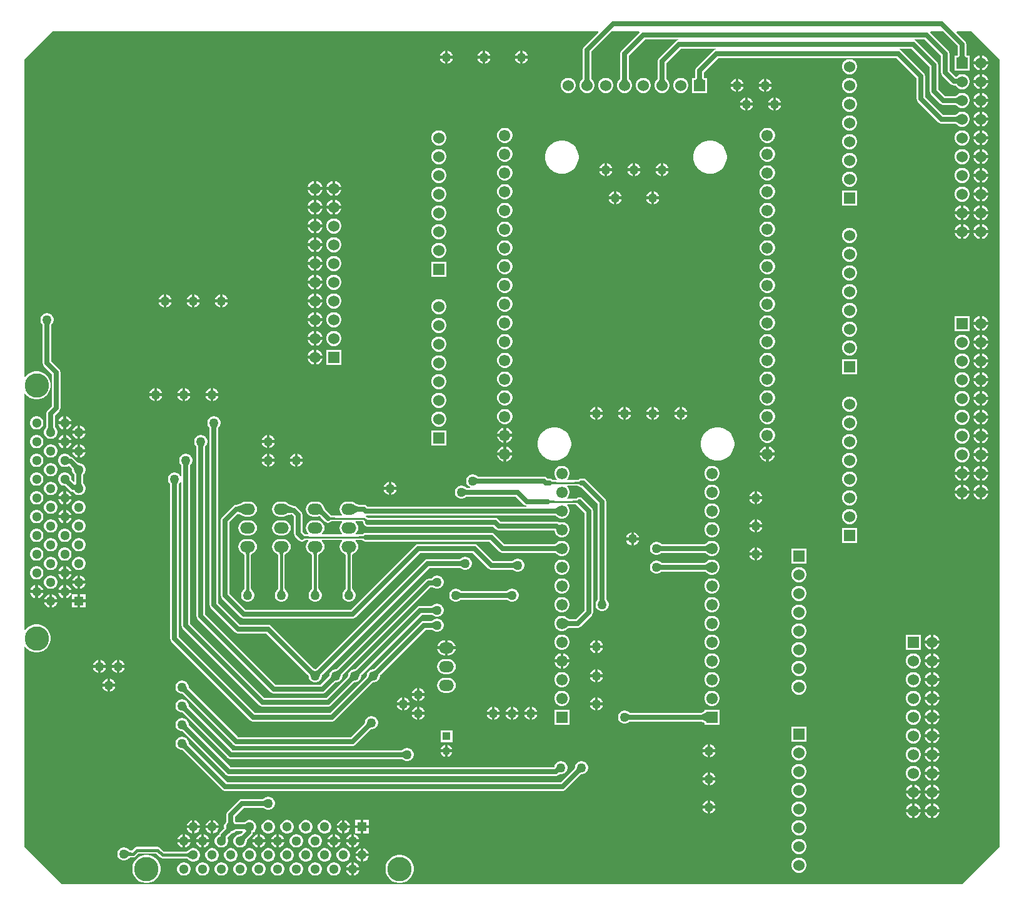
<source format=gbl>
G04*
G04 #@! TF.GenerationSoftware,Altium Limited,Altium Designer,25.1.2 (22)*
G04*
G04 Layer_Physical_Order=2*
G04 Layer_Color=16711680*
%FSLAX44Y44*%
%MOMM*%
G71*
G04*
G04 #@! TF.SameCoordinates,0FC80BA3-B051-4539-9073-6837C8DE60D5*
G04*
G04*
G04 #@! TF.FilePolarity,Positive*
G04*
G01*
G75*
%ADD11C,0.2540*%
%ADD13C,0.3810*%
%ADD15R,1.5240X1.5240*%
%ADD16R,1.5240X1.5240*%
%ADD32C,0.6350*%
%ADD33R,1.3000X1.3000*%
%ADD34C,1.3000*%
%ADD35C,3.3000*%
%ADD36R,1.3000X1.3000*%
%ADD37O,2.0000X1.5000*%
%ADD38C,1.5240*%
%ADD39C,1.5500*%
%ADD40R,1.5500X1.5500*%
%ADD41R,1.1000X1.1000*%
%ADD42C,1.1000*%
%ADD43C,1.2700*%
G36*
X1514507Y1389407D02*
X1514602Y1388322D01*
X1514761Y1387366D01*
X1514983Y1386536D01*
X1515269Y1385834D01*
X1515618Y1385260D01*
X1516031Y1384813D01*
X1516507Y1384494D01*
X1517047Y1384303D01*
X1517650Y1384239D01*
X1504950D01*
X1505553Y1384303D01*
X1506093Y1384494D01*
X1506569Y1384813D01*
X1506982Y1385260D01*
X1507331Y1385834D01*
X1507617Y1386536D01*
X1507839Y1387366D01*
X1507998Y1388322D01*
X1508093Y1389407D01*
X1508125Y1390620D01*
X1514475D01*
X1514507Y1389407D01*
D02*
G37*
G36*
X1562052Y1381088D02*
Y314288D01*
X1511252Y263488D01*
X292052D01*
X241252Y314288D01*
Y585222D01*
X242468Y585590D01*
X243021Y584763D01*
X245673Y582111D01*
X248791Y580027D01*
X252256Y578592D01*
X255935Y577860D01*
X259685D01*
X263364Y578592D01*
X266829Y580027D01*
X269947Y582111D01*
X272599Y584763D01*
X274683Y587881D01*
X276118Y591346D01*
X276850Y595025D01*
Y598775D01*
X276118Y602454D01*
X274683Y605919D01*
X272599Y609037D01*
X269947Y611689D01*
X266829Y613773D01*
X263364Y615208D01*
X259685Y615940D01*
X255935D01*
X252256Y615208D01*
X248791Y613773D01*
X245673Y611689D01*
X243021Y609037D01*
X242468Y608210D01*
X241252Y608578D01*
Y928122D01*
X242468Y928490D01*
X243021Y927663D01*
X245673Y925011D01*
X248791Y922927D01*
X252256Y921492D01*
X255935Y920760D01*
X259685D01*
X263364Y921492D01*
X266829Y922927D01*
X269947Y925011D01*
X272599Y927663D01*
X274683Y930781D01*
X276118Y934246D01*
X276850Y937925D01*
Y941675D01*
X276118Y945354D01*
X274683Y948819D01*
X272599Y951937D01*
X269947Y954589D01*
X266829Y956673D01*
X263364Y958108D01*
X259685Y958840D01*
X255935D01*
X252256Y958108D01*
X248791Y956673D01*
X245673Y954589D01*
X243021Y951937D01*
X242468Y951110D01*
X241252Y951478D01*
Y1381088D01*
X279352Y1419188D01*
X1018128D01*
X1018614Y1418015D01*
X999180Y1398580D01*
X997917Y1396690D01*
X997473Y1394460D01*
Y1356583D01*
X997466Y1356508D01*
X997385Y1355986D01*
X997277Y1355513D01*
X997144Y1355086D01*
X996989Y1354702D01*
X996813Y1354356D01*
X996616Y1354043D01*
X996396Y1353757D01*
X996069Y1353405D01*
X995961Y1353229D01*
X995170Y1352438D01*
X993832Y1350122D01*
X993140Y1347538D01*
Y1344862D01*
X993832Y1342278D01*
X995170Y1339962D01*
X997062Y1338070D01*
X999378Y1336732D01*
X1001962Y1336040D01*
X1004638D01*
X1007222Y1336732D01*
X1009538Y1338070D01*
X1011430Y1339962D01*
X1012768Y1342278D01*
X1013460Y1344862D01*
Y1347538D01*
X1012768Y1350122D01*
X1011430Y1352438D01*
X1010639Y1353229D01*
X1010531Y1353405D01*
X1010204Y1353757D01*
X1009984Y1354043D01*
X1009787Y1354356D01*
X1009611Y1354702D01*
X1009456Y1355086D01*
X1009323Y1355513D01*
X1009214Y1355986D01*
X1009134Y1356508D01*
X1009127Y1356583D01*
Y1392046D01*
X1036269Y1419188D01*
X1073872D01*
X1074398Y1417918D01*
X1049980Y1393500D01*
X1048717Y1391610D01*
X1048273Y1389380D01*
Y1356583D01*
X1048266Y1356508D01*
X1048186Y1355986D01*
X1048077Y1355513D01*
X1047944Y1355086D01*
X1047789Y1354702D01*
X1047613Y1354356D01*
X1047416Y1354043D01*
X1047196Y1353757D01*
X1046869Y1353405D01*
X1046761Y1353229D01*
X1045970Y1352438D01*
X1044632Y1350122D01*
X1043940Y1347538D01*
Y1344862D01*
X1044632Y1342278D01*
X1045970Y1339962D01*
X1047862Y1338070D01*
X1050178Y1336732D01*
X1052762Y1336040D01*
X1055438D01*
X1058022Y1336732D01*
X1060338Y1338070D01*
X1062230Y1339962D01*
X1063568Y1342278D01*
X1064260Y1344862D01*
Y1347538D01*
X1063568Y1350122D01*
X1062230Y1352438D01*
X1061440Y1353229D01*
X1061331Y1353405D01*
X1061004Y1353757D01*
X1060784Y1354043D01*
X1060587Y1354356D01*
X1060411Y1354702D01*
X1060256Y1355086D01*
X1060123Y1355513D01*
X1060014Y1355986D01*
X1059934Y1356508D01*
X1059927Y1356583D01*
Y1386966D01*
X1081914Y1408953D01*
X1126509D01*
X1126634Y1407683D01*
X1125530Y1407463D01*
X1123640Y1406200D01*
X1100780Y1383340D01*
X1099517Y1381450D01*
X1099073Y1379220D01*
Y1356583D01*
X1099066Y1356508D01*
X1098986Y1355986D01*
X1098877Y1355513D01*
X1098744Y1355086D01*
X1098589Y1354702D01*
X1098413Y1354356D01*
X1098216Y1354043D01*
X1097996Y1353757D01*
X1097669Y1353405D01*
X1097561Y1353229D01*
X1096770Y1352438D01*
X1095432Y1350122D01*
X1094740Y1347538D01*
Y1344862D01*
X1095432Y1342278D01*
X1096770Y1339962D01*
X1098662Y1338070D01*
X1100978Y1336732D01*
X1103562Y1336040D01*
X1106238D01*
X1108822Y1336732D01*
X1111138Y1338070D01*
X1113030Y1339962D01*
X1114368Y1342278D01*
X1115060Y1344862D01*
Y1347538D01*
X1114368Y1350122D01*
X1113030Y1352438D01*
X1112240Y1353229D01*
X1112131Y1353405D01*
X1111804Y1353757D01*
X1111584Y1354043D01*
X1111387Y1354356D01*
X1111211Y1354702D01*
X1111056Y1355086D01*
X1110923Y1355513D01*
X1110815Y1355986D01*
X1110734Y1356508D01*
X1110727Y1356583D01*
Y1376806D01*
X1130174Y1396253D01*
X1177309D01*
X1177434Y1394983D01*
X1176330Y1394763D01*
X1174440Y1393500D01*
X1151580Y1370640D01*
X1150317Y1368750D01*
X1149873Y1366520D01*
Y1358694D01*
X1149827Y1358168D01*
X1149705Y1357434D01*
X1149557Y1356883D01*
X1149411Y1356523D01*
X1149312Y1356360D01*
X1145540D01*
Y1336040D01*
X1165860D01*
Y1356360D01*
X1162088D01*
X1161989Y1356523D01*
X1161843Y1356883D01*
X1161695Y1357434D01*
X1161573Y1358168D01*
X1161527Y1358694D01*
Y1364106D01*
X1180974Y1383553D01*
X1422526D01*
X1449593Y1356486D01*
Y1328420D01*
X1450037Y1326190D01*
X1451300Y1324300D01*
X1479240Y1296360D01*
X1481130Y1295097D01*
X1483360Y1294653D01*
X1500917D01*
X1500992Y1294646D01*
X1501514Y1294565D01*
X1501987Y1294457D01*
X1502414Y1294324D01*
X1502798Y1294169D01*
X1503144Y1293993D01*
X1503457Y1293796D01*
X1503743Y1293576D01*
X1504095Y1293249D01*
X1504271Y1293141D01*
X1505062Y1292350D01*
X1507378Y1291012D01*
X1509962Y1290320D01*
X1512638D01*
X1515222Y1291012D01*
X1517538Y1292350D01*
X1519430Y1294242D01*
X1520768Y1296558D01*
X1521460Y1299142D01*
Y1301818D01*
X1520768Y1304402D01*
X1519430Y1306718D01*
X1517538Y1308610D01*
X1515222Y1309948D01*
X1512638Y1310640D01*
X1509962D01*
X1507378Y1309948D01*
X1505062Y1308610D01*
X1504271Y1307820D01*
X1504095Y1307711D01*
X1503743Y1307384D01*
X1503457Y1307164D01*
X1503144Y1306967D01*
X1502798Y1306791D01*
X1502414Y1306636D01*
X1501987Y1306503D01*
X1501514Y1306395D01*
X1500992Y1306314D01*
X1500917Y1306307D01*
X1485774D01*
X1461247Y1330834D01*
Y1358900D01*
X1460803Y1361130D01*
X1459540Y1363020D01*
X1429060Y1393500D01*
X1427170Y1394763D01*
X1426066Y1394983D01*
X1426191Y1396253D01*
X1442846D01*
X1467373Y1371726D01*
Y1338580D01*
X1467817Y1336350D01*
X1469080Y1334460D01*
X1481780Y1321760D01*
X1483670Y1320497D01*
X1485900Y1320053D01*
X1500917D01*
X1500992Y1320046D01*
X1501514Y1319966D01*
X1501987Y1319857D01*
X1502414Y1319724D01*
X1502798Y1319569D01*
X1503144Y1319393D01*
X1503457Y1319196D01*
X1503743Y1318976D01*
X1504095Y1318649D01*
X1504271Y1318541D01*
X1505062Y1317750D01*
X1507378Y1316412D01*
X1509962Y1315720D01*
X1512638D01*
X1515222Y1316412D01*
X1517538Y1317750D01*
X1519430Y1319642D01*
X1520768Y1321958D01*
X1521460Y1324542D01*
Y1327218D01*
X1520768Y1329802D01*
X1519430Y1332118D01*
X1517538Y1334010D01*
X1515222Y1335348D01*
X1512638Y1336040D01*
X1509962D01*
X1507378Y1335348D01*
X1505062Y1334010D01*
X1504271Y1333219D01*
X1504095Y1333111D01*
X1503743Y1332784D01*
X1503457Y1332564D01*
X1503144Y1332367D01*
X1502798Y1332191D01*
X1502414Y1332036D01*
X1501987Y1331903D01*
X1501514Y1331794D01*
X1500992Y1331714D01*
X1500917Y1331707D01*
X1488314D01*
X1479027Y1340994D01*
Y1374140D01*
X1478583Y1376370D01*
X1477320Y1378260D01*
X1449380Y1406200D01*
X1447490Y1407463D01*
X1446386Y1407683D01*
X1446511Y1408953D01*
X1460626D01*
X1482613Y1386966D01*
Y1363980D01*
X1483057Y1361750D01*
X1484320Y1359860D01*
X1496326Y1347853D01*
X1498217Y1346590D01*
X1500447Y1346146D01*
X1502068D01*
X1502510Y1346110D01*
X1502557Y1346103D01*
X1503170Y1345042D01*
X1505062Y1343150D01*
X1507378Y1341812D01*
X1509962Y1341120D01*
X1512638D01*
X1515222Y1341812D01*
X1517538Y1343150D01*
X1519430Y1345042D01*
X1520768Y1347358D01*
X1521460Y1349942D01*
Y1352618D01*
X1520768Y1355202D01*
X1519430Y1357518D01*
X1517538Y1359410D01*
X1515222Y1360748D01*
X1512638Y1361440D01*
X1509962D01*
X1507378Y1360748D01*
X1505062Y1359410D01*
X1503545Y1357894D01*
X1502813Y1357847D01*
X1494267Y1366394D01*
Y1389380D01*
X1493823Y1391610D01*
X1492560Y1393500D01*
X1468143Y1417918D01*
X1468669Y1419188D01*
X1485951D01*
X1505473Y1399666D01*
Y1389174D01*
X1505427Y1388648D01*
X1505305Y1387914D01*
X1505157Y1387363D01*
X1505011Y1387003D01*
X1504912Y1386840D01*
X1501140D01*
Y1366520D01*
X1521460D01*
Y1386840D01*
X1517688D01*
X1517589Y1387003D01*
X1517443Y1387363D01*
X1517295Y1387914D01*
X1517173Y1388648D01*
X1517127Y1389174D01*
Y1402080D01*
X1516683Y1404310D01*
X1515420Y1406200D01*
X1503606Y1418015D01*
X1504092Y1419188D01*
X1523952D01*
X1562052Y1381088D01*
D02*
G37*
G36*
X1158907Y1358927D02*
X1159002Y1357843D01*
X1159161Y1356886D01*
X1159383Y1356056D01*
X1159669Y1355354D01*
X1160018Y1354780D01*
X1160431Y1354333D01*
X1160907Y1354014D01*
X1161447Y1353823D01*
X1162050Y1353759D01*
X1149350D01*
X1149953Y1353823D01*
X1150493Y1354014D01*
X1150969Y1354333D01*
X1151382Y1354780D01*
X1151731Y1355354D01*
X1152017Y1356056D01*
X1152239Y1356886D01*
X1152398Y1357843D01*
X1152493Y1358927D01*
X1152525Y1360139D01*
X1158875D01*
X1158907Y1358927D01*
D02*
G37*
G36*
X1108097Y1356929D02*
X1108161Y1356196D01*
X1108269Y1355499D01*
X1108420Y1354838D01*
X1108615Y1354214D01*
X1108852Y1353627D01*
X1109133Y1353076D01*
X1109457Y1352561D01*
X1109824Y1352083D01*
X1110234Y1351642D01*
X1099566D01*
X1099976Y1352083D01*
X1100343Y1352561D01*
X1100667Y1353076D01*
X1100948Y1353627D01*
X1101185Y1354214D01*
X1101380Y1354838D01*
X1101531Y1355499D01*
X1101639Y1356196D01*
X1101703Y1356929D01*
X1101725Y1357699D01*
X1108075D01*
X1108097Y1356929D01*
D02*
G37*
G36*
X1057297D02*
X1057361Y1356196D01*
X1057469Y1355499D01*
X1057620Y1354838D01*
X1057815Y1354214D01*
X1058052Y1353627D01*
X1058333Y1353076D01*
X1058657Y1352561D01*
X1059024Y1352083D01*
X1059434Y1351642D01*
X1048766D01*
X1049176Y1352083D01*
X1049543Y1352561D01*
X1049867Y1353076D01*
X1050148Y1353627D01*
X1050385Y1354214D01*
X1050580Y1354838D01*
X1050731Y1355499D01*
X1050839Y1356196D01*
X1050903Y1356929D01*
X1050925Y1357699D01*
X1057275D01*
X1057297Y1356929D01*
D02*
G37*
G36*
X1006497D02*
X1006561Y1356196D01*
X1006669Y1355499D01*
X1006820Y1354838D01*
X1007015Y1354214D01*
X1007252Y1353627D01*
X1007533Y1353076D01*
X1007857Y1352561D01*
X1008224Y1352083D01*
X1008634Y1351642D01*
X997966D01*
X998376Y1352083D01*
X998743Y1352561D01*
X999067Y1353076D01*
X999348Y1353627D01*
X999585Y1354214D01*
X999780Y1354838D01*
X999931Y1355499D01*
X1000039Y1356196D01*
X1000103Y1356929D01*
X1000125Y1357699D01*
X1006475D01*
X1006497Y1356929D01*
D02*
G37*
G36*
X1504381Y1348087D02*
X1504283Y1348222D01*
X1504119Y1348343D01*
X1503889Y1348450D01*
X1503594Y1348542D01*
X1503233Y1348620D01*
X1502807Y1348685D01*
X1501758Y1348770D01*
X1500447Y1348798D01*
Y1355148D01*
X1501259Y1355154D01*
X1504156Y1355338D01*
X1504502Y1355406D01*
X1504771Y1355485D01*
X1504961Y1355574D01*
X1505074Y1355674D01*
X1504381Y1348087D01*
D02*
G37*
G36*
X1505858Y1320546D02*
X1505417Y1320956D01*
X1504939Y1321323D01*
X1504424Y1321647D01*
X1503873Y1321928D01*
X1503286Y1322165D01*
X1502662Y1322360D01*
X1502001Y1322511D01*
X1501304Y1322619D01*
X1500571Y1322683D01*
X1499801Y1322705D01*
Y1329055D01*
X1500571Y1329077D01*
X1501304Y1329141D01*
X1502001Y1329249D01*
X1502662Y1329400D01*
X1503286Y1329595D01*
X1503873Y1329832D01*
X1504424Y1330113D01*
X1504939Y1330437D01*
X1505417Y1330804D01*
X1505858Y1331214D01*
Y1320546D01*
D02*
G37*
G36*
Y1295146D02*
X1505417Y1295556D01*
X1504939Y1295923D01*
X1504424Y1296247D01*
X1503873Y1296528D01*
X1503286Y1296765D01*
X1502662Y1296960D01*
X1502001Y1297111D01*
X1501304Y1297219D01*
X1500571Y1297283D01*
X1499801Y1297305D01*
Y1303655D01*
X1500571Y1303677D01*
X1501304Y1303741D01*
X1502001Y1303849D01*
X1502662Y1304000D01*
X1503286Y1304195D01*
X1503873Y1304432D01*
X1504424Y1304713D01*
X1504939Y1305037D01*
X1505417Y1305404D01*
X1505858Y1305814D01*
Y1295146D01*
D02*
G37*
%LPC*%
G36*
X916305Y1392993D02*
Y1386205D01*
X923093D01*
X922684Y1387731D01*
X921514Y1389759D01*
X919859Y1391414D01*
X917831Y1392584D01*
X916305Y1392993D01*
D02*
G37*
G36*
X912495D02*
X910969Y1392584D01*
X908941Y1391414D01*
X907286Y1389759D01*
X906116Y1387731D01*
X905707Y1386205D01*
X912495D01*
Y1392993D01*
D02*
G37*
G36*
X865505D02*
Y1386205D01*
X872293D01*
X871884Y1387731D01*
X870714Y1389759D01*
X869059Y1391414D01*
X867031Y1392584D01*
X865505Y1392993D01*
D02*
G37*
G36*
X861695D02*
X860169Y1392584D01*
X858141Y1391414D01*
X856486Y1389759D01*
X855316Y1387731D01*
X854907Y1386205D01*
X861695D01*
Y1392993D01*
D02*
G37*
G36*
X814705D02*
Y1386205D01*
X821493D01*
X821084Y1387731D01*
X819914Y1389759D01*
X818259Y1391414D01*
X816231Y1392584D01*
X814705Y1392993D01*
D02*
G37*
G36*
X810895D02*
X809369Y1392584D01*
X807341Y1391414D01*
X805686Y1389759D01*
X804516Y1387731D01*
X804107Y1386205D01*
X810895D01*
Y1392993D01*
D02*
G37*
G36*
X1538605Y1386688D02*
Y1378585D01*
X1546708D01*
X1546168Y1380602D01*
X1544830Y1382918D01*
X1542938Y1384810D01*
X1540622Y1386148D01*
X1538605Y1386688D01*
D02*
G37*
G36*
X1534795D02*
X1532778Y1386148D01*
X1530462Y1384810D01*
X1528570Y1382918D01*
X1527232Y1380602D01*
X1526692Y1378585D01*
X1534795D01*
Y1386688D01*
D02*
G37*
G36*
X923093Y1382395D02*
X916305D01*
Y1375607D01*
X917831Y1376016D01*
X919859Y1377186D01*
X921514Y1378841D01*
X922684Y1380869D01*
X923093Y1382395D01*
D02*
G37*
G36*
X912495D02*
X905707D01*
X906116Y1380869D01*
X907286Y1378841D01*
X908941Y1377186D01*
X910969Y1376016D01*
X912495Y1375607D01*
Y1382395D01*
D02*
G37*
G36*
X872293D02*
X865505D01*
Y1375607D01*
X867031Y1376016D01*
X869059Y1377186D01*
X870714Y1378841D01*
X871884Y1380869D01*
X872293Y1382395D01*
D02*
G37*
G36*
X861695D02*
X854907D01*
X855316Y1380869D01*
X856486Y1378841D01*
X858141Y1377186D01*
X860169Y1376016D01*
X861695Y1375607D01*
Y1382395D01*
D02*
G37*
G36*
X821493D02*
X814705D01*
Y1375607D01*
X816231Y1376016D01*
X818259Y1377186D01*
X819914Y1378841D01*
X821084Y1380869D01*
X821493Y1382395D01*
D02*
G37*
G36*
X810895D02*
X804107D01*
X804516Y1380869D01*
X805686Y1378841D01*
X807341Y1377186D01*
X809369Y1376016D01*
X810895Y1375607D01*
Y1382395D01*
D02*
G37*
G36*
X1546708Y1374775D02*
X1538605D01*
Y1366672D01*
X1540622Y1367212D01*
X1542938Y1368550D01*
X1544830Y1370442D01*
X1546168Y1372758D01*
X1546708Y1374775D01*
D02*
G37*
G36*
X1534795D02*
X1526692D01*
X1527232Y1372758D01*
X1528570Y1370442D01*
X1530462Y1368550D01*
X1532778Y1367212D01*
X1534795Y1366672D01*
Y1374775D01*
D02*
G37*
G36*
X1360238Y1381760D02*
X1357562D01*
X1354978Y1381068D01*
X1352662Y1379730D01*
X1350770Y1377838D01*
X1349432Y1375522D01*
X1348740Y1372938D01*
Y1370262D01*
X1349432Y1367678D01*
X1350770Y1365362D01*
X1352662Y1363470D01*
X1354978Y1362132D01*
X1357562Y1361440D01*
X1360238D01*
X1362822Y1362132D01*
X1365138Y1363470D01*
X1367030Y1365362D01*
X1368368Y1367678D01*
X1369060Y1370262D01*
Y1372938D01*
X1368368Y1375522D01*
X1367030Y1377838D01*
X1365138Y1379730D01*
X1362822Y1381068D01*
X1360238Y1381760D01*
D02*
G37*
G36*
X1538605Y1361288D02*
Y1353185D01*
X1546708D01*
X1546168Y1355202D01*
X1544830Y1357518D01*
X1542938Y1359410D01*
X1540622Y1360748D01*
X1538605Y1361288D01*
D02*
G37*
G36*
X1534795D02*
X1532778Y1360748D01*
X1530462Y1359410D01*
X1528570Y1357518D01*
X1527232Y1355202D01*
X1526692Y1353185D01*
X1534795D01*
Y1361288D01*
D02*
G37*
G36*
X1246505Y1354893D02*
Y1348105D01*
X1253293D01*
X1252884Y1349631D01*
X1251714Y1351659D01*
X1250059Y1353314D01*
X1248031Y1354484D01*
X1246505Y1354893D01*
D02*
G37*
G36*
X1242695D02*
X1241169Y1354484D01*
X1239141Y1353314D01*
X1237486Y1351659D01*
X1236316Y1349631D01*
X1235907Y1348105D01*
X1242695D01*
Y1354893D01*
D02*
G37*
G36*
X1208405D02*
Y1348105D01*
X1215193D01*
X1214784Y1349631D01*
X1213614Y1351659D01*
X1211959Y1353314D01*
X1209931Y1354484D01*
X1208405Y1354893D01*
D02*
G37*
G36*
X1204595D02*
X1203069Y1354484D01*
X1201041Y1353314D01*
X1199386Y1351659D01*
X1198216Y1349631D01*
X1197807Y1348105D01*
X1204595D01*
Y1354893D01*
D02*
G37*
G36*
X1546708Y1349375D02*
X1538605D01*
Y1341272D01*
X1540622Y1341812D01*
X1542938Y1343150D01*
X1544830Y1345042D01*
X1546168Y1347358D01*
X1546708Y1349375D01*
D02*
G37*
G36*
X1534795D02*
X1526692D01*
X1527232Y1347358D01*
X1528570Y1345042D01*
X1530462Y1343150D01*
X1532778Y1341812D01*
X1534795Y1341272D01*
Y1349375D01*
D02*
G37*
G36*
X1253293Y1344295D02*
X1246505D01*
Y1337507D01*
X1248031Y1337916D01*
X1250059Y1339086D01*
X1251714Y1340741D01*
X1252884Y1342769D01*
X1253293Y1344295D01*
D02*
G37*
G36*
X1242695D02*
X1235907D01*
X1236316Y1342769D01*
X1237486Y1340741D01*
X1239141Y1339086D01*
X1241169Y1337916D01*
X1242695Y1337507D01*
Y1344295D01*
D02*
G37*
G36*
X1215193D02*
X1208405D01*
Y1337507D01*
X1209931Y1337916D01*
X1211959Y1339086D01*
X1213614Y1340741D01*
X1214784Y1342769D01*
X1215193Y1344295D01*
D02*
G37*
G36*
X1204595D02*
X1197807D01*
X1198216Y1342769D01*
X1199386Y1340741D01*
X1201041Y1339086D01*
X1203069Y1337916D01*
X1204595Y1337507D01*
Y1344295D01*
D02*
G37*
G36*
X1360238Y1356360D02*
X1357562D01*
X1354978Y1355668D01*
X1352662Y1354330D01*
X1350770Y1352438D01*
X1349432Y1350122D01*
X1348740Y1347538D01*
Y1344862D01*
X1349432Y1342278D01*
X1350770Y1339962D01*
X1352662Y1338070D01*
X1354978Y1336732D01*
X1357562Y1336040D01*
X1360238D01*
X1362822Y1336732D01*
X1365138Y1338070D01*
X1367030Y1339962D01*
X1368368Y1342278D01*
X1369060Y1344862D01*
Y1347538D01*
X1368368Y1350122D01*
X1367030Y1352438D01*
X1365138Y1354330D01*
X1362822Y1355668D01*
X1360238Y1356360D01*
D02*
G37*
G36*
X1131638D02*
X1128962D01*
X1126378Y1355668D01*
X1124062Y1354330D01*
X1122170Y1352438D01*
X1120832Y1350122D01*
X1120140Y1347538D01*
Y1344862D01*
X1120832Y1342278D01*
X1122170Y1339962D01*
X1124062Y1338070D01*
X1126378Y1336732D01*
X1128962Y1336040D01*
X1131638D01*
X1134222Y1336732D01*
X1136538Y1338070D01*
X1138430Y1339962D01*
X1139768Y1342278D01*
X1140460Y1344862D01*
Y1347538D01*
X1139768Y1350122D01*
X1138430Y1352438D01*
X1136538Y1354330D01*
X1134222Y1355668D01*
X1131638Y1356360D01*
D02*
G37*
G36*
X1080838D02*
X1078162D01*
X1075578Y1355668D01*
X1073262Y1354330D01*
X1071370Y1352438D01*
X1070032Y1350122D01*
X1069340Y1347538D01*
Y1344862D01*
X1070032Y1342278D01*
X1071370Y1339962D01*
X1073262Y1338070D01*
X1075578Y1336732D01*
X1078162Y1336040D01*
X1080838D01*
X1083422Y1336732D01*
X1085738Y1338070D01*
X1087630Y1339962D01*
X1088968Y1342278D01*
X1089660Y1344862D01*
Y1347538D01*
X1088968Y1350122D01*
X1087630Y1352438D01*
X1085738Y1354330D01*
X1083422Y1355668D01*
X1080838Y1356360D01*
D02*
G37*
G36*
X1030038D02*
X1027362D01*
X1024778Y1355668D01*
X1022462Y1354330D01*
X1020570Y1352438D01*
X1019232Y1350122D01*
X1018540Y1347538D01*
Y1344862D01*
X1019232Y1342278D01*
X1020570Y1339962D01*
X1022462Y1338070D01*
X1024778Y1336732D01*
X1027362Y1336040D01*
X1030038D01*
X1032622Y1336732D01*
X1034938Y1338070D01*
X1036830Y1339962D01*
X1038168Y1342278D01*
X1038860Y1344862D01*
Y1347538D01*
X1038168Y1350122D01*
X1036830Y1352438D01*
X1034938Y1354330D01*
X1032622Y1355668D01*
X1030038Y1356360D01*
D02*
G37*
G36*
X979238D02*
X976562D01*
X973978Y1355668D01*
X971662Y1354330D01*
X969770Y1352438D01*
X968432Y1350122D01*
X967740Y1347538D01*
Y1344862D01*
X968432Y1342278D01*
X969770Y1339962D01*
X971662Y1338070D01*
X973978Y1336732D01*
X976562Y1336040D01*
X979238D01*
X981822Y1336732D01*
X984138Y1338070D01*
X986030Y1339962D01*
X987368Y1342278D01*
X988060Y1344862D01*
Y1347538D01*
X987368Y1350122D01*
X986030Y1352438D01*
X984138Y1354330D01*
X981822Y1355668D01*
X979238Y1356360D01*
D02*
G37*
G36*
X1538605Y1335888D02*
Y1327785D01*
X1546708D01*
X1546168Y1329802D01*
X1544830Y1332118D01*
X1542938Y1334010D01*
X1540622Y1335348D01*
X1538605Y1335888D01*
D02*
G37*
G36*
X1534795D02*
X1532778Y1335348D01*
X1530462Y1334010D01*
X1528570Y1332118D01*
X1527232Y1329802D01*
X1526692Y1327785D01*
X1534795D01*
Y1335888D01*
D02*
G37*
G36*
X1259205Y1329493D02*
Y1322705D01*
X1265993D01*
X1265584Y1324231D01*
X1264414Y1326259D01*
X1262759Y1327914D01*
X1260731Y1329084D01*
X1259205Y1329493D01*
D02*
G37*
G36*
X1255395D02*
X1253869Y1329084D01*
X1251841Y1327914D01*
X1250186Y1326259D01*
X1249016Y1324231D01*
X1248607Y1322705D01*
X1255395D01*
Y1329493D01*
D02*
G37*
G36*
X1221105D02*
Y1322705D01*
X1227893D01*
X1227484Y1324231D01*
X1226314Y1326259D01*
X1224659Y1327914D01*
X1222631Y1329084D01*
X1221105Y1329493D01*
D02*
G37*
G36*
X1217295D02*
X1215769Y1329084D01*
X1213741Y1327914D01*
X1212086Y1326259D01*
X1210916Y1324231D01*
X1210507Y1322705D01*
X1217295D01*
Y1329493D01*
D02*
G37*
G36*
X1546708Y1323975D02*
X1538605D01*
Y1315872D01*
X1540622Y1316412D01*
X1542938Y1317750D01*
X1544830Y1319642D01*
X1546168Y1321958D01*
X1546708Y1323975D01*
D02*
G37*
G36*
X1534795D02*
X1526692D01*
X1527232Y1321958D01*
X1528570Y1319642D01*
X1530462Y1317750D01*
X1532778Y1316412D01*
X1534795Y1315872D01*
Y1323975D01*
D02*
G37*
G36*
X1265993Y1318895D02*
X1259205D01*
Y1312107D01*
X1260731Y1312516D01*
X1262759Y1313686D01*
X1264414Y1315341D01*
X1265584Y1317369D01*
X1265993Y1318895D01*
D02*
G37*
G36*
X1255395D02*
X1248607D01*
X1249016Y1317369D01*
X1250186Y1315341D01*
X1251841Y1313686D01*
X1253869Y1312516D01*
X1255395Y1312107D01*
Y1318895D01*
D02*
G37*
G36*
X1227893D02*
X1221105D01*
Y1312107D01*
X1222631Y1312516D01*
X1224659Y1313686D01*
X1226314Y1315341D01*
X1227484Y1317369D01*
X1227893Y1318895D01*
D02*
G37*
G36*
X1217295D02*
X1210507D01*
X1210916Y1317369D01*
X1212086Y1315341D01*
X1213741Y1313686D01*
X1215769Y1312516D01*
X1217295Y1312107D01*
Y1318895D01*
D02*
G37*
G36*
X1360238Y1330960D02*
X1357562D01*
X1354978Y1330268D01*
X1352662Y1328930D01*
X1350770Y1327038D01*
X1349432Y1324722D01*
X1348740Y1322138D01*
Y1319462D01*
X1349432Y1316878D01*
X1350770Y1314562D01*
X1352662Y1312670D01*
X1354978Y1311332D01*
X1357562Y1310640D01*
X1360238D01*
X1362822Y1311332D01*
X1365138Y1312670D01*
X1367030Y1314562D01*
X1368368Y1316878D01*
X1369060Y1319462D01*
Y1322138D01*
X1368368Y1324722D01*
X1367030Y1327038D01*
X1365138Y1328930D01*
X1362822Y1330268D01*
X1360238Y1330960D01*
D02*
G37*
G36*
X1538605Y1310488D02*
Y1302385D01*
X1546708D01*
X1546168Y1304402D01*
X1544830Y1306718D01*
X1542938Y1308610D01*
X1540622Y1309948D01*
X1538605Y1310488D01*
D02*
G37*
G36*
X1534795D02*
X1532778Y1309948D01*
X1530462Y1308610D01*
X1528570Y1306718D01*
X1527232Y1304402D01*
X1526692Y1302385D01*
X1534795D01*
Y1310488D01*
D02*
G37*
G36*
X1546708Y1298575D02*
X1538605D01*
Y1290472D01*
X1540622Y1291012D01*
X1542938Y1292350D01*
X1544830Y1294242D01*
X1546168Y1296558D01*
X1546708Y1298575D01*
D02*
G37*
G36*
X1534795D02*
X1526692D01*
X1527232Y1296558D01*
X1528570Y1294242D01*
X1530462Y1292350D01*
X1532778Y1291012D01*
X1534795Y1290472D01*
Y1298575D01*
D02*
G37*
G36*
X1360238Y1305560D02*
X1357562D01*
X1354978Y1304868D01*
X1352662Y1303530D01*
X1350770Y1301638D01*
X1349432Y1299322D01*
X1348740Y1296738D01*
Y1294062D01*
X1349432Y1291478D01*
X1350770Y1289162D01*
X1352662Y1287270D01*
X1354978Y1285932D01*
X1357562Y1285240D01*
X1360238D01*
X1362822Y1285932D01*
X1365138Y1287270D01*
X1367030Y1289162D01*
X1368368Y1291478D01*
X1369060Y1294062D01*
Y1296738D01*
X1368368Y1299322D01*
X1367030Y1301638D01*
X1365138Y1303530D01*
X1362822Y1304868D01*
X1360238Y1305560D01*
D02*
G37*
G36*
X1538605Y1285088D02*
Y1276985D01*
X1546708D01*
X1546168Y1279002D01*
X1544830Y1281318D01*
X1542938Y1283210D01*
X1540622Y1284548D01*
X1538605Y1285088D01*
D02*
G37*
G36*
X1534795D02*
X1532778Y1284548D01*
X1530462Y1283210D01*
X1528570Y1281318D01*
X1527232Y1279002D01*
X1526692Y1276985D01*
X1534795D01*
Y1285088D01*
D02*
G37*
G36*
X1248765Y1288690D02*
X1246055D01*
X1243438Y1287989D01*
X1241092Y1286634D01*
X1239176Y1284718D01*
X1237821Y1282372D01*
X1237120Y1279755D01*
Y1277045D01*
X1237821Y1274428D01*
X1239176Y1272082D01*
X1241092Y1270166D01*
X1243438Y1268811D01*
X1246055Y1268110D01*
X1248765D01*
X1251382Y1268811D01*
X1253728Y1270166D01*
X1255644Y1272082D01*
X1256999Y1274428D01*
X1257700Y1277045D01*
Y1279755D01*
X1256999Y1282372D01*
X1255644Y1284718D01*
X1253728Y1286634D01*
X1251382Y1287989D01*
X1248765Y1288690D01*
D02*
G37*
G36*
X893165D02*
X890455D01*
X887838Y1287989D01*
X885492Y1286634D01*
X883576Y1284718D01*
X882221Y1282372D01*
X881520Y1279755D01*
Y1277045D01*
X882221Y1274428D01*
X883576Y1272082D01*
X885492Y1270166D01*
X887838Y1268811D01*
X890455Y1268110D01*
X893165D01*
X895782Y1268811D01*
X898128Y1270166D01*
X900044Y1272082D01*
X901399Y1274428D01*
X902100Y1277045D01*
Y1279755D01*
X901399Y1282372D01*
X900044Y1284718D01*
X898128Y1286634D01*
X895782Y1287989D01*
X893165Y1288690D01*
D02*
G37*
G36*
X1546708Y1273175D02*
X1538605D01*
Y1265072D01*
X1540622Y1265612D01*
X1542938Y1266950D01*
X1544830Y1268842D01*
X1546168Y1271158D01*
X1546708Y1273175D01*
D02*
G37*
G36*
X1534795D02*
X1526692D01*
X1527232Y1271158D01*
X1528570Y1268842D01*
X1530462Y1266950D01*
X1532778Y1265612D01*
X1534795Y1265072D01*
Y1273175D01*
D02*
G37*
G36*
X1512638Y1285240D02*
X1509962D01*
X1507378Y1284548D01*
X1505062Y1283210D01*
X1503170Y1281318D01*
X1501832Y1279002D01*
X1501140Y1276418D01*
Y1273742D01*
X1501832Y1271158D01*
X1503170Y1268842D01*
X1505062Y1266950D01*
X1507378Y1265612D01*
X1509962Y1264920D01*
X1512638D01*
X1515222Y1265612D01*
X1517538Y1266950D01*
X1519430Y1268842D01*
X1520768Y1271158D01*
X1521460Y1273742D01*
Y1276418D01*
X1520768Y1279002D01*
X1519430Y1281318D01*
X1517538Y1283210D01*
X1515222Y1284548D01*
X1512638Y1285240D01*
D02*
G37*
G36*
X803978D02*
X801302D01*
X798718Y1284548D01*
X796402Y1283210D01*
X794510Y1281318D01*
X793172Y1279002D01*
X792480Y1276418D01*
Y1273742D01*
X793172Y1271158D01*
X794510Y1268842D01*
X796402Y1266950D01*
X798718Y1265612D01*
X801302Y1264920D01*
X803978D01*
X806562Y1265612D01*
X808878Y1266950D01*
X810770Y1268842D01*
X812108Y1271158D01*
X812800Y1273742D01*
Y1276418D01*
X812108Y1279002D01*
X810770Y1281318D01*
X808878Y1283210D01*
X806562Y1284548D01*
X803978Y1285240D01*
D02*
G37*
G36*
X1360238Y1280160D02*
X1357562D01*
X1354978Y1279468D01*
X1352662Y1278130D01*
X1350770Y1276238D01*
X1349432Y1273922D01*
X1348740Y1271338D01*
Y1268662D01*
X1349432Y1266078D01*
X1350770Y1263762D01*
X1352662Y1261870D01*
X1354978Y1260532D01*
X1357562Y1259840D01*
X1360238D01*
X1362822Y1260532D01*
X1365138Y1261870D01*
X1367030Y1263762D01*
X1368368Y1266078D01*
X1369060Y1268662D01*
Y1271338D01*
X1368368Y1273922D01*
X1367030Y1276238D01*
X1365138Y1278130D01*
X1362822Y1279468D01*
X1360238Y1280160D01*
D02*
G37*
G36*
X1538605Y1259688D02*
Y1251585D01*
X1546708D01*
X1546168Y1253602D01*
X1544830Y1255918D01*
X1542938Y1257810D01*
X1540622Y1259148D01*
X1538605Y1259688D01*
D02*
G37*
G36*
X1534795D02*
X1532778Y1259148D01*
X1530462Y1257810D01*
X1528570Y1255918D01*
X1527232Y1253602D01*
X1526692Y1251585D01*
X1534795D01*
Y1259688D01*
D02*
G37*
G36*
X1248765Y1263290D02*
X1246055D01*
X1243438Y1262589D01*
X1241092Y1261234D01*
X1239176Y1259318D01*
X1237821Y1256972D01*
X1237120Y1254355D01*
Y1251645D01*
X1237821Y1249028D01*
X1239176Y1246682D01*
X1241092Y1244766D01*
X1243438Y1243411D01*
X1246055Y1242710D01*
X1248765D01*
X1251382Y1243411D01*
X1253728Y1244766D01*
X1255644Y1246682D01*
X1256999Y1249028D01*
X1257700Y1251645D01*
Y1254355D01*
X1256999Y1256972D01*
X1255644Y1259318D01*
X1253728Y1261234D01*
X1251382Y1262589D01*
X1248765Y1263290D01*
D02*
G37*
G36*
X893165D02*
X890455D01*
X887838Y1262589D01*
X885492Y1261234D01*
X883576Y1259318D01*
X882221Y1256972D01*
X881520Y1254355D01*
Y1251645D01*
X882221Y1249028D01*
X883576Y1246682D01*
X885492Y1244766D01*
X887838Y1243411D01*
X890455Y1242710D01*
X893165D01*
X895782Y1243411D01*
X898128Y1244766D01*
X900044Y1246682D01*
X901399Y1249028D01*
X902100Y1251645D01*
Y1254355D01*
X901399Y1256972D01*
X900044Y1259318D01*
X898128Y1261234D01*
X895782Y1262589D01*
X893165Y1263290D01*
D02*
G37*
G36*
X1546708Y1247775D02*
X1538605D01*
Y1239672D01*
X1540622Y1240212D01*
X1542938Y1241550D01*
X1544830Y1243442D01*
X1546168Y1245758D01*
X1546708Y1247775D01*
D02*
G37*
G36*
X1534795D02*
X1526692D01*
X1527232Y1245758D01*
X1528570Y1243442D01*
X1530462Y1241550D01*
X1532778Y1240212D01*
X1534795Y1239672D01*
Y1247775D01*
D02*
G37*
G36*
X1512638Y1259840D02*
X1509962D01*
X1507378Y1259148D01*
X1505062Y1257810D01*
X1503170Y1255918D01*
X1501832Y1253602D01*
X1501140Y1251018D01*
Y1248342D01*
X1501832Y1245758D01*
X1503170Y1243442D01*
X1505062Y1241550D01*
X1507378Y1240212D01*
X1509962Y1239520D01*
X1512638D01*
X1515222Y1240212D01*
X1517538Y1241550D01*
X1519430Y1243442D01*
X1520768Y1245758D01*
X1521460Y1248342D01*
Y1251018D01*
X1520768Y1253602D01*
X1519430Y1255918D01*
X1517538Y1257810D01*
X1515222Y1259148D01*
X1512638Y1259840D01*
D02*
G37*
G36*
X803978D02*
X801302D01*
X798718Y1259148D01*
X796402Y1257810D01*
X794510Y1255918D01*
X793172Y1253602D01*
X792480Y1251018D01*
Y1248342D01*
X793172Y1245758D01*
X794510Y1243442D01*
X796402Y1241550D01*
X798718Y1240212D01*
X801302Y1239520D01*
X803978D01*
X806562Y1240212D01*
X808878Y1241550D01*
X810770Y1243442D01*
X812108Y1245758D01*
X812800Y1248342D01*
Y1251018D01*
X812108Y1253602D01*
X810770Y1255918D01*
X808878Y1257810D01*
X806562Y1259148D01*
X803978Y1259840D01*
D02*
G37*
G36*
X1360238Y1254760D02*
X1357562D01*
X1354978Y1254068D01*
X1352662Y1252730D01*
X1350770Y1250838D01*
X1349432Y1248522D01*
X1348740Y1245938D01*
Y1243262D01*
X1349432Y1240678D01*
X1350770Y1238362D01*
X1352662Y1236470D01*
X1354978Y1235132D01*
X1357562Y1234440D01*
X1360238D01*
X1362822Y1235132D01*
X1365138Y1236470D01*
X1367030Y1238362D01*
X1368368Y1240678D01*
X1369060Y1243262D01*
Y1245938D01*
X1368368Y1248522D01*
X1367030Y1250838D01*
X1365138Y1252730D01*
X1362822Y1254068D01*
X1360238Y1254760D01*
D02*
G37*
G36*
X1106805Y1240593D02*
Y1233805D01*
X1113593D01*
X1113184Y1235331D01*
X1112014Y1237359D01*
X1110359Y1239014D01*
X1108331Y1240184D01*
X1106805Y1240593D01*
D02*
G37*
G36*
X1102995D02*
X1101469Y1240184D01*
X1099441Y1239014D01*
X1097786Y1237359D01*
X1096616Y1235331D01*
X1096207Y1233805D01*
X1102995D01*
Y1240593D01*
D02*
G37*
G36*
X1068705D02*
Y1233805D01*
X1075493D01*
X1075084Y1235331D01*
X1073914Y1237359D01*
X1072259Y1239014D01*
X1070231Y1240184D01*
X1068705Y1240593D01*
D02*
G37*
G36*
X1064895D02*
X1063369Y1240184D01*
X1061341Y1239014D01*
X1059686Y1237359D01*
X1058516Y1235331D01*
X1058107Y1233805D01*
X1064895D01*
Y1240593D01*
D02*
G37*
G36*
X1030605D02*
Y1233805D01*
X1037393D01*
X1036984Y1235331D01*
X1035814Y1237359D01*
X1034159Y1239014D01*
X1032131Y1240184D01*
X1030605Y1240593D01*
D02*
G37*
G36*
X1026795D02*
X1025269Y1240184D01*
X1023241Y1239014D01*
X1021586Y1237359D01*
X1020416Y1235331D01*
X1020007Y1233805D01*
X1026795D01*
Y1240593D01*
D02*
G37*
G36*
X1172160Y1271730D02*
X1167720D01*
X1163365Y1270864D01*
X1159263Y1269165D01*
X1155572Y1266698D01*
X1152432Y1263558D01*
X1149965Y1259867D01*
X1148266Y1255765D01*
X1147400Y1251410D01*
Y1246970D01*
X1148266Y1242615D01*
X1149965Y1238513D01*
X1152432Y1234822D01*
X1155572Y1231682D01*
X1159263Y1229215D01*
X1163365Y1227516D01*
X1167720Y1226650D01*
X1172160D01*
X1176515Y1227516D01*
X1180617Y1229215D01*
X1184308Y1231682D01*
X1187448Y1234822D01*
X1189915Y1238513D01*
X1191614Y1242615D01*
X1192480Y1246970D01*
Y1251410D01*
X1191614Y1255765D01*
X1189915Y1259867D01*
X1187448Y1263558D01*
X1184308Y1266698D01*
X1180617Y1269165D01*
X1176515Y1270864D01*
X1172160Y1271730D01*
D02*
G37*
G36*
X971500D02*
X967060D01*
X962705Y1270864D01*
X958603Y1269165D01*
X954912Y1266698D01*
X951772Y1263558D01*
X949305Y1259867D01*
X947606Y1255765D01*
X946740Y1251410D01*
Y1246970D01*
X947606Y1242615D01*
X949305Y1238513D01*
X951772Y1234822D01*
X954912Y1231682D01*
X958603Y1229215D01*
X962705Y1227516D01*
X967060Y1226650D01*
X971500D01*
X975855Y1227516D01*
X979957Y1229215D01*
X983648Y1231682D01*
X986788Y1234822D01*
X989255Y1238513D01*
X990954Y1242615D01*
X991820Y1246970D01*
Y1251410D01*
X990954Y1255765D01*
X989255Y1259867D01*
X986788Y1263558D01*
X983648Y1266698D01*
X979957Y1269165D01*
X975855Y1270864D01*
X971500Y1271730D01*
D02*
G37*
G36*
X1538605Y1234288D02*
Y1226185D01*
X1546708D01*
X1546168Y1228202D01*
X1544830Y1230518D01*
X1542938Y1232410D01*
X1540622Y1233748D01*
X1538605Y1234288D01*
D02*
G37*
G36*
X1534795D02*
X1532778Y1233748D01*
X1530462Y1232410D01*
X1528570Y1230518D01*
X1527232Y1228202D01*
X1526692Y1226185D01*
X1534795D01*
Y1234288D01*
D02*
G37*
G36*
X1113593Y1229995D02*
X1106805D01*
Y1223207D01*
X1108331Y1223616D01*
X1110359Y1224786D01*
X1112014Y1226441D01*
X1113184Y1228469D01*
X1113593Y1229995D01*
D02*
G37*
G36*
X1102995D02*
X1096207D01*
X1096616Y1228469D01*
X1097786Y1226441D01*
X1099441Y1224786D01*
X1101469Y1223616D01*
X1102995Y1223207D01*
Y1229995D01*
D02*
G37*
G36*
X1075493D02*
X1068705D01*
Y1223207D01*
X1070231Y1223616D01*
X1072259Y1224786D01*
X1073914Y1226441D01*
X1075084Y1228469D01*
X1075493Y1229995D01*
D02*
G37*
G36*
X1064895D02*
X1058107D01*
X1058516Y1228469D01*
X1059686Y1226441D01*
X1061341Y1224786D01*
X1063369Y1223616D01*
X1064895Y1223207D01*
Y1229995D01*
D02*
G37*
G36*
X1037393D02*
X1030605D01*
Y1223207D01*
X1032131Y1223616D01*
X1034159Y1224786D01*
X1035814Y1226441D01*
X1036984Y1228469D01*
X1037393Y1229995D01*
D02*
G37*
G36*
X1026795D02*
X1020007D01*
X1020416Y1228469D01*
X1021586Y1226441D01*
X1023241Y1224786D01*
X1025269Y1223616D01*
X1026795Y1223207D01*
Y1229995D01*
D02*
G37*
G36*
X1248765Y1237890D02*
X1246055D01*
X1243438Y1237189D01*
X1241092Y1235834D01*
X1239176Y1233918D01*
X1237821Y1231572D01*
X1237120Y1228955D01*
Y1226245D01*
X1237821Y1223628D01*
X1239176Y1221282D01*
X1241092Y1219366D01*
X1243438Y1218011D01*
X1246055Y1217310D01*
X1248765D01*
X1251382Y1218011D01*
X1253728Y1219366D01*
X1255644Y1221282D01*
X1256999Y1223628D01*
X1257700Y1226245D01*
Y1228955D01*
X1256999Y1231572D01*
X1255644Y1233918D01*
X1253728Y1235834D01*
X1251382Y1237189D01*
X1248765Y1237890D01*
D02*
G37*
G36*
X893165D02*
X890455D01*
X887838Y1237189D01*
X885492Y1235834D01*
X883576Y1233918D01*
X882221Y1231572D01*
X881520Y1228955D01*
Y1226245D01*
X882221Y1223628D01*
X883576Y1221282D01*
X885492Y1219366D01*
X887838Y1218011D01*
X890455Y1217310D01*
X893165D01*
X895782Y1218011D01*
X898128Y1219366D01*
X900044Y1221282D01*
X901399Y1223628D01*
X902100Y1226245D01*
Y1228955D01*
X901399Y1231572D01*
X900044Y1233918D01*
X898128Y1235834D01*
X895782Y1237189D01*
X893165Y1237890D01*
D02*
G37*
G36*
X1546708Y1222375D02*
X1538605D01*
Y1214272D01*
X1540622Y1214812D01*
X1542938Y1216150D01*
X1544830Y1218042D01*
X1546168Y1220358D01*
X1546708Y1222375D01*
D02*
G37*
G36*
X1534795D02*
X1526692D01*
X1527232Y1220358D01*
X1528570Y1218042D01*
X1530462Y1216150D01*
X1532778Y1214812D01*
X1534795Y1214272D01*
Y1222375D01*
D02*
G37*
G36*
X1512638Y1234440D02*
X1509962D01*
X1507378Y1233748D01*
X1505062Y1232410D01*
X1503170Y1230518D01*
X1501832Y1228202D01*
X1501140Y1225618D01*
Y1222942D01*
X1501832Y1220358D01*
X1503170Y1218042D01*
X1505062Y1216150D01*
X1507378Y1214812D01*
X1509962Y1214120D01*
X1512638D01*
X1515222Y1214812D01*
X1517538Y1216150D01*
X1519430Y1218042D01*
X1520768Y1220358D01*
X1521460Y1222942D01*
Y1225618D01*
X1520768Y1228202D01*
X1519430Y1230518D01*
X1517538Y1232410D01*
X1515222Y1233748D01*
X1512638Y1234440D01*
D02*
G37*
G36*
X803978D02*
X801302D01*
X798718Y1233748D01*
X796402Y1232410D01*
X794510Y1230518D01*
X793172Y1228202D01*
X792480Y1225618D01*
Y1222942D01*
X793172Y1220358D01*
X794510Y1218042D01*
X796402Y1216150D01*
X798718Y1214812D01*
X801302Y1214120D01*
X803978D01*
X806562Y1214812D01*
X808878Y1216150D01*
X810770Y1218042D01*
X812108Y1220358D01*
X812800Y1222942D01*
Y1225618D01*
X812108Y1228202D01*
X810770Y1230518D01*
X808878Y1232410D01*
X806562Y1233748D01*
X803978Y1234440D01*
D02*
G37*
G36*
X1360238Y1229360D02*
X1357562D01*
X1354978Y1228668D01*
X1352662Y1227330D01*
X1350770Y1225438D01*
X1349432Y1223122D01*
X1348740Y1220538D01*
Y1217862D01*
X1349432Y1215278D01*
X1350770Y1212962D01*
X1352662Y1211070D01*
X1354978Y1209732D01*
X1357562Y1209040D01*
X1360238D01*
X1362822Y1209732D01*
X1365138Y1211070D01*
X1367030Y1212962D01*
X1368368Y1215278D01*
X1369060Y1217862D01*
Y1220538D01*
X1368368Y1223122D01*
X1367030Y1225438D01*
X1365138Y1227330D01*
X1362822Y1228668D01*
X1360238Y1229360D01*
D02*
G37*
G36*
X662305Y1216508D02*
Y1208405D01*
X670408D01*
X669868Y1210422D01*
X668530Y1212738D01*
X666638Y1214630D01*
X664322Y1215968D01*
X662305Y1216508D01*
D02*
G37*
G36*
X636905D02*
Y1208405D01*
X645008D01*
X644468Y1210422D01*
X643130Y1212738D01*
X641238Y1214630D01*
X638922Y1215968D01*
X636905Y1216508D01*
D02*
G37*
G36*
X658495D02*
X656478Y1215968D01*
X654162Y1214630D01*
X652270Y1212738D01*
X650932Y1210422D01*
X650392Y1208405D01*
X658495D01*
Y1216508D01*
D02*
G37*
G36*
X633095D02*
X631078Y1215968D01*
X628762Y1214630D01*
X626870Y1212738D01*
X625532Y1210422D01*
X624992Y1208405D01*
X633095D01*
Y1216508D01*
D02*
G37*
G36*
X1538605Y1208888D02*
Y1200785D01*
X1546708D01*
X1546168Y1202802D01*
X1544830Y1205118D01*
X1542938Y1207010D01*
X1540622Y1208348D01*
X1538605Y1208888D01*
D02*
G37*
G36*
X1534795D02*
X1532778Y1208348D01*
X1530462Y1207010D01*
X1528570Y1205118D01*
X1527232Y1202802D01*
X1526692Y1200785D01*
X1534795D01*
Y1208888D01*
D02*
G37*
G36*
X670408Y1204595D02*
X662305D01*
Y1196492D01*
X664322Y1197032D01*
X666638Y1198370D01*
X668530Y1200262D01*
X669868Y1202578D01*
X670408Y1204595D01*
D02*
G37*
G36*
X645008D02*
X636905D01*
Y1196492D01*
X638922Y1197032D01*
X641238Y1198370D01*
X643130Y1200262D01*
X644468Y1202578D01*
X645008Y1204595D01*
D02*
G37*
G36*
X658495D02*
X650392D01*
X650932Y1202578D01*
X652270Y1200262D01*
X654162Y1198370D01*
X656478Y1197032D01*
X658495Y1196492D01*
Y1204595D01*
D02*
G37*
G36*
X633095D02*
X624992D01*
X625532Y1202578D01*
X626870Y1200262D01*
X628762Y1198370D01*
X631078Y1197032D01*
X633095Y1196492D01*
Y1204595D01*
D02*
G37*
G36*
X1094105Y1202493D02*
Y1195705D01*
X1100893D01*
X1100484Y1197231D01*
X1099314Y1199259D01*
X1097659Y1200914D01*
X1095631Y1202084D01*
X1094105Y1202493D01*
D02*
G37*
G36*
X1090295D02*
X1088769Y1202084D01*
X1086741Y1200914D01*
X1085086Y1199259D01*
X1083916Y1197231D01*
X1083507Y1195705D01*
X1090295D01*
Y1202493D01*
D02*
G37*
G36*
X1043305D02*
Y1195705D01*
X1050093D01*
X1049684Y1197231D01*
X1048514Y1199259D01*
X1046859Y1200914D01*
X1044831Y1202084D01*
X1043305Y1202493D01*
D02*
G37*
G36*
X1039495D02*
X1037969Y1202084D01*
X1035941Y1200914D01*
X1034286Y1199259D01*
X1033116Y1197231D01*
X1032707Y1195705D01*
X1039495D01*
Y1202493D01*
D02*
G37*
G36*
X1248765Y1212490D02*
X1246055D01*
X1243438Y1211789D01*
X1241092Y1210434D01*
X1239176Y1208518D01*
X1237821Y1206172D01*
X1237120Y1203555D01*
Y1200845D01*
X1237821Y1198228D01*
X1239176Y1195882D01*
X1241092Y1193966D01*
X1243438Y1192611D01*
X1246055Y1191910D01*
X1248765D01*
X1251382Y1192611D01*
X1253728Y1193966D01*
X1255644Y1195882D01*
X1256999Y1198228D01*
X1257700Y1200845D01*
Y1203555D01*
X1256999Y1206172D01*
X1255644Y1208518D01*
X1253728Y1210434D01*
X1251382Y1211789D01*
X1248765Y1212490D01*
D02*
G37*
G36*
X893165D02*
X890455D01*
X887838Y1211789D01*
X885492Y1210434D01*
X883576Y1208518D01*
X882221Y1206172D01*
X881520Y1203555D01*
Y1200845D01*
X882221Y1198228D01*
X883576Y1195882D01*
X885492Y1193966D01*
X887838Y1192611D01*
X890455Y1191910D01*
X893165D01*
X895782Y1192611D01*
X898128Y1193966D01*
X900044Y1195882D01*
X901399Y1198228D01*
X902100Y1200845D01*
Y1203555D01*
X901399Y1206172D01*
X900044Y1208518D01*
X898128Y1210434D01*
X895782Y1211789D01*
X893165Y1212490D01*
D02*
G37*
G36*
X1546708Y1196975D02*
X1538605D01*
Y1188872D01*
X1540622Y1189412D01*
X1542938Y1190750D01*
X1544830Y1192642D01*
X1546168Y1194958D01*
X1546708Y1196975D01*
D02*
G37*
G36*
X1534795D02*
X1526692D01*
X1527232Y1194958D01*
X1528570Y1192642D01*
X1530462Y1190750D01*
X1532778Y1189412D01*
X1534795Y1188872D01*
Y1196975D01*
D02*
G37*
G36*
X1512638Y1209040D02*
X1509962D01*
X1507378Y1208348D01*
X1505062Y1207010D01*
X1503170Y1205118D01*
X1501832Y1202802D01*
X1501140Y1200218D01*
Y1197542D01*
X1501832Y1194958D01*
X1503170Y1192642D01*
X1505062Y1190750D01*
X1507378Y1189412D01*
X1509962Y1188720D01*
X1512638D01*
X1515222Y1189412D01*
X1517538Y1190750D01*
X1519430Y1192642D01*
X1520768Y1194958D01*
X1521460Y1197542D01*
Y1200218D01*
X1520768Y1202802D01*
X1519430Y1205118D01*
X1517538Y1207010D01*
X1515222Y1208348D01*
X1512638Y1209040D01*
D02*
G37*
G36*
X803978D02*
X801302D01*
X798718Y1208348D01*
X796402Y1207010D01*
X794510Y1205118D01*
X793172Y1202802D01*
X792480Y1200218D01*
Y1197542D01*
X793172Y1194958D01*
X794510Y1192642D01*
X796402Y1190750D01*
X798718Y1189412D01*
X801302Y1188720D01*
X803978D01*
X806562Y1189412D01*
X808878Y1190750D01*
X810770Y1192642D01*
X812108Y1194958D01*
X812800Y1197542D01*
Y1200218D01*
X812108Y1202802D01*
X810770Y1205118D01*
X808878Y1207010D01*
X806562Y1208348D01*
X803978Y1209040D01*
D02*
G37*
G36*
X1100893Y1191895D02*
X1094105D01*
Y1185107D01*
X1095631Y1185516D01*
X1097659Y1186686D01*
X1099314Y1188341D01*
X1100484Y1190369D01*
X1100893Y1191895D01*
D02*
G37*
G36*
X1090295D02*
X1083507D01*
X1083916Y1190369D01*
X1085086Y1188341D01*
X1086741Y1186686D01*
X1088769Y1185516D01*
X1090295Y1185107D01*
Y1191895D01*
D02*
G37*
G36*
X1050093D02*
X1043305D01*
Y1185107D01*
X1044831Y1185516D01*
X1046859Y1186686D01*
X1048514Y1188341D01*
X1049684Y1190369D01*
X1050093Y1191895D01*
D02*
G37*
G36*
X1039495D02*
X1032707D01*
X1033116Y1190369D01*
X1034286Y1188341D01*
X1035941Y1186686D01*
X1037969Y1185516D01*
X1039495Y1185107D01*
Y1191895D01*
D02*
G37*
G36*
X1369060Y1203960D02*
X1348740D01*
Y1183640D01*
X1369060D01*
Y1203960D01*
D02*
G37*
G36*
X662305Y1191108D02*
Y1183005D01*
X670408D01*
X669868Y1185022D01*
X668530Y1187338D01*
X666638Y1189230D01*
X664322Y1190568D01*
X662305Y1191108D01*
D02*
G37*
G36*
X636905D02*
Y1183005D01*
X645008D01*
X644468Y1185022D01*
X643130Y1187338D01*
X641238Y1189230D01*
X638922Y1190568D01*
X636905Y1191108D01*
D02*
G37*
G36*
X658495D02*
X656478Y1190568D01*
X654162Y1189230D01*
X652270Y1187338D01*
X650932Y1185022D01*
X650392Y1183005D01*
X658495D01*
Y1191108D01*
D02*
G37*
G36*
X633095D02*
X631078Y1190568D01*
X628762Y1189230D01*
X626870Y1187338D01*
X625532Y1185022D01*
X624992Y1183005D01*
X633095D01*
Y1191108D01*
D02*
G37*
G36*
X1538605Y1183488D02*
Y1175385D01*
X1546708D01*
X1546168Y1177402D01*
X1544830Y1179718D01*
X1542938Y1181610D01*
X1540622Y1182948D01*
X1538605Y1183488D01*
D02*
G37*
G36*
X1513205D02*
Y1175385D01*
X1521308D01*
X1520768Y1177402D01*
X1519430Y1179718D01*
X1517538Y1181610D01*
X1515222Y1182948D01*
X1513205Y1183488D01*
D02*
G37*
G36*
X1534795D02*
X1532778Y1182948D01*
X1530462Y1181610D01*
X1528570Y1179718D01*
X1527232Y1177402D01*
X1526692Y1175385D01*
X1534795D01*
Y1183488D01*
D02*
G37*
G36*
X1509395D02*
X1507378Y1182948D01*
X1505062Y1181610D01*
X1503170Y1179718D01*
X1501832Y1177402D01*
X1501292Y1175385D01*
X1509395D01*
Y1183488D01*
D02*
G37*
G36*
X670408Y1179195D02*
X662305D01*
Y1171092D01*
X664322Y1171632D01*
X666638Y1172970D01*
X668530Y1174862D01*
X669868Y1177178D01*
X670408Y1179195D01*
D02*
G37*
G36*
X645008D02*
X636905D01*
Y1171092D01*
X638922Y1171632D01*
X641238Y1172970D01*
X643130Y1174862D01*
X644468Y1177178D01*
X645008Y1179195D01*
D02*
G37*
G36*
X658495D02*
X650392D01*
X650932Y1177178D01*
X652270Y1174862D01*
X654162Y1172970D01*
X656478Y1171632D01*
X658495Y1171092D01*
Y1179195D01*
D02*
G37*
G36*
X633095D02*
X624992D01*
X625532Y1177178D01*
X626870Y1174862D01*
X628762Y1172970D01*
X631078Y1171632D01*
X633095Y1171092D01*
Y1179195D01*
D02*
G37*
G36*
X1248765Y1187090D02*
X1246055D01*
X1243438Y1186389D01*
X1241092Y1185034D01*
X1239176Y1183118D01*
X1237821Y1180772D01*
X1237120Y1178155D01*
Y1175445D01*
X1237821Y1172828D01*
X1239176Y1170482D01*
X1241092Y1168566D01*
X1243438Y1167211D01*
X1246055Y1166510D01*
X1248765D01*
X1251382Y1167211D01*
X1253728Y1168566D01*
X1255644Y1170482D01*
X1256999Y1172828D01*
X1257700Y1175445D01*
Y1178155D01*
X1256999Y1180772D01*
X1255644Y1183118D01*
X1253728Y1185034D01*
X1251382Y1186389D01*
X1248765Y1187090D01*
D02*
G37*
G36*
X893165D02*
X890455D01*
X887838Y1186389D01*
X885492Y1185034D01*
X883576Y1183118D01*
X882221Y1180772D01*
X881520Y1178155D01*
Y1175445D01*
X882221Y1172828D01*
X883576Y1170482D01*
X885492Y1168566D01*
X887838Y1167211D01*
X890455Y1166510D01*
X893165D01*
X895782Y1167211D01*
X898128Y1168566D01*
X900044Y1170482D01*
X901399Y1172828D01*
X902100Y1175445D01*
Y1178155D01*
X901399Y1180772D01*
X900044Y1183118D01*
X898128Y1185034D01*
X895782Y1186389D01*
X893165Y1187090D01*
D02*
G37*
G36*
X1546708Y1171575D02*
X1538605D01*
Y1163472D01*
X1540622Y1164012D01*
X1542938Y1165350D01*
X1544830Y1167242D01*
X1546168Y1169558D01*
X1546708Y1171575D01*
D02*
G37*
G36*
X1521308D02*
X1513205D01*
Y1163472D01*
X1515222Y1164012D01*
X1517538Y1165350D01*
X1519430Y1167242D01*
X1520768Y1169558D01*
X1521308Y1171575D01*
D02*
G37*
G36*
X1534795D02*
X1526692D01*
X1527232Y1169558D01*
X1528570Y1167242D01*
X1530462Y1165350D01*
X1532778Y1164012D01*
X1534795Y1163472D01*
Y1171575D01*
D02*
G37*
G36*
X1509395D02*
X1501292D01*
X1501832Y1169558D01*
X1503170Y1167242D01*
X1505062Y1165350D01*
X1507378Y1164012D01*
X1509395Y1163472D01*
Y1171575D01*
D02*
G37*
G36*
X803978Y1183640D02*
X801302D01*
X798718Y1182948D01*
X796402Y1181610D01*
X794510Y1179718D01*
X793172Y1177402D01*
X792480Y1174818D01*
Y1172142D01*
X793172Y1169558D01*
X794510Y1167242D01*
X796402Y1165350D01*
X798718Y1164012D01*
X801302Y1163320D01*
X803978D01*
X806562Y1164012D01*
X808878Y1165350D01*
X810770Y1167242D01*
X812108Y1169558D01*
X812800Y1172142D01*
Y1174818D01*
X812108Y1177402D01*
X810770Y1179718D01*
X808878Y1181610D01*
X806562Y1182948D01*
X803978Y1183640D01*
D02*
G37*
G36*
X636905Y1165708D02*
Y1157605D01*
X645008D01*
X644468Y1159622D01*
X643130Y1161938D01*
X641238Y1163830D01*
X638922Y1165168D01*
X636905Y1165708D01*
D02*
G37*
G36*
X633095D02*
X631078Y1165168D01*
X628762Y1163830D01*
X626870Y1161938D01*
X625532Y1159622D01*
X624992Y1157605D01*
X633095D01*
Y1165708D01*
D02*
G37*
G36*
X1538605Y1158088D02*
Y1149985D01*
X1546708D01*
X1546168Y1152002D01*
X1544830Y1154318D01*
X1542938Y1156210D01*
X1540622Y1157548D01*
X1538605Y1158088D01*
D02*
G37*
G36*
X1513205D02*
Y1149985D01*
X1521308D01*
X1520768Y1152002D01*
X1519430Y1154318D01*
X1517538Y1156210D01*
X1515222Y1157548D01*
X1513205Y1158088D01*
D02*
G37*
G36*
X1534795D02*
X1532778Y1157548D01*
X1530462Y1156210D01*
X1528570Y1154318D01*
X1527232Y1152002D01*
X1526692Y1149985D01*
X1534795D01*
Y1158088D01*
D02*
G37*
G36*
X1509395D02*
X1507378Y1157548D01*
X1505062Y1156210D01*
X1503170Y1154318D01*
X1501832Y1152002D01*
X1501292Y1149985D01*
X1509395D01*
Y1158088D01*
D02*
G37*
G36*
X645008Y1153795D02*
X636905D01*
Y1145692D01*
X638922Y1146232D01*
X641238Y1147570D01*
X643130Y1149462D01*
X644468Y1151778D01*
X645008Y1153795D01*
D02*
G37*
G36*
X633095D02*
X624992D01*
X625532Y1151778D01*
X626870Y1149462D01*
X628762Y1147570D01*
X631078Y1146232D01*
X633095Y1145692D01*
Y1153795D01*
D02*
G37*
G36*
X661738Y1165860D02*
X659062D01*
X656478Y1165168D01*
X654162Y1163830D01*
X652270Y1161938D01*
X650932Y1159622D01*
X650240Y1157038D01*
Y1154362D01*
X650932Y1151778D01*
X652270Y1149462D01*
X654162Y1147570D01*
X656478Y1146232D01*
X659062Y1145540D01*
X661738D01*
X664322Y1146232D01*
X666638Y1147570D01*
X668530Y1149462D01*
X669868Y1151778D01*
X670560Y1154362D01*
Y1157038D01*
X669868Y1159622D01*
X668530Y1161938D01*
X666638Y1163830D01*
X664322Y1165168D01*
X661738Y1165860D01*
D02*
G37*
G36*
X1248765Y1161690D02*
X1246055D01*
X1243438Y1160989D01*
X1241092Y1159634D01*
X1239176Y1157718D01*
X1237821Y1155372D01*
X1237120Y1152755D01*
Y1150045D01*
X1237821Y1147428D01*
X1239176Y1145082D01*
X1241092Y1143166D01*
X1243438Y1141811D01*
X1246055Y1141110D01*
X1248765D01*
X1251382Y1141811D01*
X1253728Y1143166D01*
X1255644Y1145082D01*
X1256999Y1147428D01*
X1257700Y1150045D01*
Y1152755D01*
X1256999Y1155372D01*
X1255644Y1157718D01*
X1253728Y1159634D01*
X1251382Y1160989D01*
X1248765Y1161690D01*
D02*
G37*
G36*
X893165D02*
X890455D01*
X887838Y1160989D01*
X885492Y1159634D01*
X883576Y1157718D01*
X882221Y1155372D01*
X881520Y1152755D01*
Y1150045D01*
X882221Y1147428D01*
X883576Y1145082D01*
X885492Y1143166D01*
X887838Y1141811D01*
X890455Y1141110D01*
X893165D01*
X895782Y1141811D01*
X898128Y1143166D01*
X900044Y1145082D01*
X901399Y1147428D01*
X902100Y1150045D01*
Y1152755D01*
X901399Y1155372D01*
X900044Y1157718D01*
X898128Y1159634D01*
X895782Y1160989D01*
X893165Y1161690D01*
D02*
G37*
G36*
X1546708Y1146175D02*
X1538605D01*
Y1138072D01*
X1540622Y1138612D01*
X1542938Y1139950D01*
X1544830Y1141842D01*
X1546168Y1144158D01*
X1546708Y1146175D01*
D02*
G37*
G36*
X1521308D02*
X1513205D01*
Y1138072D01*
X1515222Y1138612D01*
X1517538Y1139950D01*
X1519430Y1141842D01*
X1520768Y1144158D01*
X1521308Y1146175D01*
D02*
G37*
G36*
X1534795D02*
X1526692D01*
X1527232Y1144158D01*
X1528570Y1141842D01*
X1530462Y1139950D01*
X1532778Y1138612D01*
X1534795Y1138072D01*
Y1146175D01*
D02*
G37*
G36*
X1509395D02*
X1501292D01*
X1501832Y1144158D01*
X1503170Y1141842D01*
X1505062Y1139950D01*
X1507378Y1138612D01*
X1509395Y1138072D01*
Y1146175D01*
D02*
G37*
G36*
X803978Y1158240D02*
X801302D01*
X798718Y1157548D01*
X796402Y1156210D01*
X794510Y1154318D01*
X793172Y1152002D01*
X792480Y1149418D01*
Y1146742D01*
X793172Y1144158D01*
X794510Y1141842D01*
X796402Y1139950D01*
X798718Y1138612D01*
X801302Y1137920D01*
X803978D01*
X806562Y1138612D01*
X808878Y1139950D01*
X810770Y1141842D01*
X812108Y1144158D01*
X812800Y1146742D01*
Y1149418D01*
X812108Y1152002D01*
X810770Y1154318D01*
X808878Y1156210D01*
X806562Y1157548D01*
X803978Y1158240D01*
D02*
G37*
G36*
X1360238Y1153160D02*
X1357562D01*
X1354978Y1152468D01*
X1352662Y1151130D01*
X1350770Y1149238D01*
X1349432Y1146922D01*
X1348740Y1144338D01*
Y1141662D01*
X1349432Y1139078D01*
X1350770Y1136762D01*
X1352662Y1134870D01*
X1354978Y1133532D01*
X1357562Y1132840D01*
X1360238D01*
X1362822Y1133532D01*
X1365138Y1134870D01*
X1367030Y1136762D01*
X1368368Y1139078D01*
X1369060Y1141662D01*
Y1144338D01*
X1368368Y1146922D01*
X1367030Y1149238D01*
X1365138Y1151130D01*
X1362822Y1152468D01*
X1360238Y1153160D01*
D02*
G37*
G36*
X636905Y1140308D02*
Y1132205D01*
X645008D01*
X644468Y1134222D01*
X643130Y1136538D01*
X641238Y1138430D01*
X638922Y1139768D01*
X636905Y1140308D01*
D02*
G37*
G36*
X633095D02*
X631078Y1139768D01*
X628762Y1138430D01*
X626870Y1136538D01*
X625532Y1134222D01*
X624992Y1132205D01*
X633095D01*
Y1140308D01*
D02*
G37*
G36*
X645008Y1128395D02*
X636905D01*
Y1120292D01*
X638922Y1120832D01*
X641238Y1122170D01*
X643130Y1124062D01*
X644468Y1126378D01*
X645008Y1128395D01*
D02*
G37*
G36*
X633095D02*
X624992D01*
X625532Y1126378D01*
X626870Y1124062D01*
X628762Y1122170D01*
X631078Y1120832D01*
X633095Y1120292D01*
Y1128395D01*
D02*
G37*
G36*
X661738Y1140460D02*
X659062D01*
X656478Y1139768D01*
X654162Y1138430D01*
X652270Y1136538D01*
X650932Y1134222D01*
X650240Y1131638D01*
Y1128962D01*
X650932Y1126378D01*
X652270Y1124062D01*
X654162Y1122170D01*
X656478Y1120832D01*
X659062Y1120140D01*
X661738D01*
X664322Y1120832D01*
X666638Y1122170D01*
X668530Y1124062D01*
X669868Y1126378D01*
X670560Y1128962D01*
Y1131638D01*
X669868Y1134222D01*
X668530Y1136538D01*
X666638Y1138430D01*
X664322Y1139768D01*
X661738Y1140460D01*
D02*
G37*
G36*
X1248765Y1136290D02*
X1246055D01*
X1243438Y1135589D01*
X1241092Y1134234D01*
X1239176Y1132318D01*
X1237821Y1129972D01*
X1237120Y1127355D01*
Y1124645D01*
X1237821Y1122028D01*
X1239176Y1119682D01*
X1241092Y1117766D01*
X1243438Y1116411D01*
X1246055Y1115710D01*
X1248765D01*
X1251382Y1116411D01*
X1253728Y1117766D01*
X1255644Y1119682D01*
X1256999Y1122028D01*
X1257700Y1124645D01*
Y1127355D01*
X1256999Y1129972D01*
X1255644Y1132318D01*
X1253728Y1134234D01*
X1251382Y1135589D01*
X1248765Y1136290D01*
D02*
G37*
G36*
X893165D02*
X890455D01*
X887838Y1135589D01*
X885492Y1134234D01*
X883576Y1132318D01*
X882221Y1129972D01*
X881520Y1127355D01*
Y1124645D01*
X882221Y1122028D01*
X883576Y1119682D01*
X885492Y1117766D01*
X887838Y1116411D01*
X890455Y1115710D01*
X893165D01*
X895782Y1116411D01*
X898128Y1117766D01*
X900044Y1119682D01*
X901399Y1122028D01*
X902100Y1124645D01*
Y1127355D01*
X901399Y1129972D01*
X900044Y1132318D01*
X898128Y1134234D01*
X895782Y1135589D01*
X893165Y1136290D01*
D02*
G37*
G36*
X803978Y1132840D02*
X801302D01*
X798718Y1132148D01*
X796402Y1130810D01*
X794510Y1128918D01*
X793172Y1126602D01*
X792480Y1124018D01*
Y1121342D01*
X793172Y1118758D01*
X794510Y1116442D01*
X796402Y1114550D01*
X798718Y1113212D01*
X801302Y1112520D01*
X803978D01*
X806562Y1113212D01*
X808878Y1114550D01*
X810770Y1116442D01*
X812108Y1118758D01*
X812800Y1121342D01*
Y1124018D01*
X812108Y1126602D01*
X810770Y1128918D01*
X808878Y1130810D01*
X806562Y1132148D01*
X803978Y1132840D01*
D02*
G37*
G36*
X1360238Y1127760D02*
X1357562D01*
X1354978Y1127068D01*
X1352662Y1125730D01*
X1350770Y1123838D01*
X1349432Y1121522D01*
X1348740Y1118938D01*
Y1116262D01*
X1349432Y1113678D01*
X1350770Y1111362D01*
X1352662Y1109470D01*
X1354978Y1108132D01*
X1357562Y1107440D01*
X1360238D01*
X1362822Y1108132D01*
X1365138Y1109470D01*
X1367030Y1111362D01*
X1368368Y1113678D01*
X1369060Y1116262D01*
Y1118938D01*
X1368368Y1121522D01*
X1367030Y1123838D01*
X1365138Y1125730D01*
X1362822Y1127068D01*
X1360238Y1127760D01*
D02*
G37*
G36*
X636905Y1114908D02*
Y1106805D01*
X645008D01*
X644468Y1108822D01*
X643130Y1111138D01*
X641238Y1113030D01*
X638922Y1114368D01*
X636905Y1114908D01*
D02*
G37*
G36*
X633095D02*
X631078Y1114368D01*
X628762Y1113030D01*
X626870Y1111138D01*
X625532Y1108822D01*
X624992Y1106805D01*
X633095D01*
Y1114908D01*
D02*
G37*
G36*
X645008Y1102995D02*
X636905D01*
Y1094892D01*
X638922Y1095432D01*
X641238Y1096770D01*
X643130Y1098662D01*
X644468Y1100978D01*
X645008Y1102995D01*
D02*
G37*
G36*
X633095D02*
X624992D01*
X625532Y1100978D01*
X626870Y1098662D01*
X628762Y1096770D01*
X631078Y1095432D01*
X633095Y1094892D01*
Y1102995D01*
D02*
G37*
G36*
X661738Y1115060D02*
X659062D01*
X656478Y1114368D01*
X654162Y1113030D01*
X652270Y1111138D01*
X650932Y1108822D01*
X650240Y1106238D01*
Y1103562D01*
X650932Y1100978D01*
X652270Y1098662D01*
X654162Y1096770D01*
X656478Y1095432D01*
X659062Y1094740D01*
X661738D01*
X664322Y1095432D01*
X666638Y1096770D01*
X668530Y1098662D01*
X669868Y1100978D01*
X670560Y1103562D01*
Y1106238D01*
X669868Y1108822D01*
X668530Y1111138D01*
X666638Y1113030D01*
X664322Y1114368D01*
X661738Y1115060D01*
D02*
G37*
G36*
X1248765Y1110890D02*
X1246055D01*
X1243438Y1110189D01*
X1241092Y1108834D01*
X1239176Y1106918D01*
X1237821Y1104572D01*
X1237120Y1101955D01*
Y1099245D01*
X1237821Y1096628D01*
X1239176Y1094282D01*
X1241092Y1092366D01*
X1243438Y1091011D01*
X1246055Y1090310D01*
X1248765D01*
X1251382Y1091011D01*
X1253728Y1092366D01*
X1255644Y1094282D01*
X1256999Y1096628D01*
X1257700Y1099245D01*
Y1101955D01*
X1256999Y1104572D01*
X1255644Y1106918D01*
X1253728Y1108834D01*
X1251382Y1110189D01*
X1248765Y1110890D01*
D02*
G37*
G36*
X893165D02*
X890455D01*
X887838Y1110189D01*
X885492Y1108834D01*
X883576Y1106918D01*
X882221Y1104572D01*
X881520Y1101955D01*
Y1099245D01*
X882221Y1096628D01*
X883576Y1094282D01*
X885492Y1092366D01*
X887838Y1091011D01*
X890455Y1090310D01*
X893165D01*
X895782Y1091011D01*
X898128Y1092366D01*
X900044Y1094282D01*
X901399Y1096628D01*
X902100Y1099245D01*
Y1101955D01*
X901399Y1104572D01*
X900044Y1106918D01*
X898128Y1108834D01*
X895782Y1110189D01*
X893165Y1110890D01*
D02*
G37*
G36*
X812800Y1107440D02*
X792480D01*
Y1087120D01*
X812800D01*
Y1107440D01*
D02*
G37*
G36*
X1360238Y1102360D02*
X1357562D01*
X1354978Y1101668D01*
X1352662Y1100330D01*
X1350770Y1098438D01*
X1349432Y1096122D01*
X1348740Y1093538D01*
Y1090862D01*
X1349432Y1088278D01*
X1350770Y1085962D01*
X1352662Y1084070D01*
X1354978Y1082732D01*
X1357562Y1082040D01*
X1360238D01*
X1362822Y1082732D01*
X1365138Y1084070D01*
X1367030Y1085962D01*
X1368368Y1088278D01*
X1369060Y1090862D01*
Y1093538D01*
X1368368Y1096122D01*
X1367030Y1098438D01*
X1365138Y1100330D01*
X1362822Y1101668D01*
X1360238Y1102360D01*
D02*
G37*
G36*
X636905Y1089508D02*
Y1081405D01*
X645008D01*
X644468Y1083422D01*
X643130Y1085738D01*
X641238Y1087630D01*
X638922Y1088968D01*
X636905Y1089508D01*
D02*
G37*
G36*
X633095D02*
X631078Y1088968D01*
X628762Y1087630D01*
X626870Y1085738D01*
X625532Y1083422D01*
X624992Y1081405D01*
X633095D01*
Y1089508D01*
D02*
G37*
G36*
X645008Y1077595D02*
X636905D01*
Y1069492D01*
X638922Y1070032D01*
X641238Y1071370D01*
X643130Y1073262D01*
X644468Y1075578D01*
X645008Y1077595D01*
D02*
G37*
G36*
X633095D02*
X624992D01*
X625532Y1075578D01*
X626870Y1073262D01*
X628762Y1071370D01*
X631078Y1070032D01*
X633095Y1069492D01*
Y1077595D01*
D02*
G37*
G36*
X661738Y1089660D02*
X659062D01*
X656478Y1088968D01*
X654162Y1087630D01*
X652270Y1085738D01*
X650932Y1083422D01*
X650240Y1080838D01*
Y1078162D01*
X650932Y1075578D01*
X652270Y1073262D01*
X654162Y1071370D01*
X656478Y1070032D01*
X659062Y1069340D01*
X661738D01*
X664322Y1070032D01*
X666638Y1071370D01*
X668530Y1073262D01*
X669868Y1075578D01*
X670560Y1078162D01*
Y1080838D01*
X669868Y1083422D01*
X668530Y1085738D01*
X666638Y1087630D01*
X664322Y1088968D01*
X661738Y1089660D01*
D02*
G37*
G36*
X1248765Y1085490D02*
X1246055D01*
X1243438Y1084789D01*
X1241092Y1083434D01*
X1239176Y1081518D01*
X1237821Y1079172D01*
X1237120Y1076555D01*
Y1073845D01*
X1237821Y1071228D01*
X1239176Y1068882D01*
X1241092Y1066966D01*
X1243438Y1065611D01*
X1246055Y1064910D01*
X1248765D01*
X1251382Y1065611D01*
X1253728Y1066966D01*
X1255644Y1068882D01*
X1256999Y1071228D01*
X1257700Y1073845D01*
Y1076555D01*
X1256999Y1079172D01*
X1255644Y1081518D01*
X1253728Y1083434D01*
X1251382Y1084789D01*
X1248765Y1085490D01*
D02*
G37*
G36*
X893165D02*
X890455D01*
X887838Y1084789D01*
X885492Y1083434D01*
X883576Y1081518D01*
X882221Y1079172D01*
X881520Y1076555D01*
Y1073845D01*
X882221Y1071228D01*
X883576Y1068882D01*
X885492Y1066966D01*
X887838Y1065611D01*
X890455Y1064910D01*
X893165D01*
X895782Y1065611D01*
X898128Y1066966D01*
X900044Y1068882D01*
X901399Y1071228D01*
X902100Y1073845D01*
Y1076555D01*
X901399Y1079172D01*
X900044Y1081518D01*
X898128Y1083434D01*
X895782Y1084789D01*
X893165Y1085490D01*
D02*
G37*
G36*
X1360238Y1076960D02*
X1357562D01*
X1354978Y1076268D01*
X1352662Y1074930D01*
X1350770Y1073038D01*
X1349432Y1070722D01*
X1348740Y1068138D01*
Y1065462D01*
X1349432Y1062878D01*
X1350770Y1060562D01*
X1352662Y1058670D01*
X1354978Y1057332D01*
X1357562Y1056640D01*
X1360238D01*
X1362822Y1057332D01*
X1365138Y1058670D01*
X1367030Y1060562D01*
X1368368Y1062878D01*
X1369060Y1065462D01*
Y1068138D01*
X1368368Y1070722D01*
X1367030Y1073038D01*
X1365138Y1074930D01*
X1362822Y1076268D01*
X1360238Y1076960D01*
D02*
G37*
G36*
X636905Y1064108D02*
Y1056005D01*
X645008D01*
X644468Y1058022D01*
X643130Y1060338D01*
X641238Y1062230D01*
X638922Y1063568D01*
X636905Y1064108D01*
D02*
G37*
G36*
X509905Y1062793D02*
Y1056005D01*
X516693D01*
X516284Y1057531D01*
X515114Y1059559D01*
X513459Y1061214D01*
X511431Y1062384D01*
X509905Y1062793D01*
D02*
G37*
G36*
X506095D02*
X504569Y1062384D01*
X502541Y1061214D01*
X500886Y1059559D01*
X499716Y1057531D01*
X499307Y1056005D01*
X506095D01*
Y1062793D01*
D02*
G37*
G36*
X471805D02*
Y1056005D01*
X478593D01*
X478184Y1057531D01*
X477014Y1059559D01*
X475359Y1061214D01*
X473331Y1062384D01*
X471805Y1062793D01*
D02*
G37*
G36*
X467995D02*
X466469Y1062384D01*
X464441Y1061214D01*
X462786Y1059559D01*
X461616Y1057531D01*
X461207Y1056005D01*
X467995D01*
Y1062793D01*
D02*
G37*
G36*
X433705D02*
Y1056005D01*
X440493D01*
X440084Y1057531D01*
X438914Y1059559D01*
X437259Y1061214D01*
X435231Y1062384D01*
X433705Y1062793D01*
D02*
G37*
G36*
X429895D02*
X428369Y1062384D01*
X426341Y1061214D01*
X424686Y1059559D01*
X423516Y1057531D01*
X423107Y1056005D01*
X429895D01*
Y1062793D01*
D02*
G37*
G36*
X633095Y1064108D02*
X631078Y1063568D01*
X628762Y1062230D01*
X626870Y1060338D01*
X625532Y1058022D01*
X624992Y1056005D01*
X633095D01*
Y1064108D01*
D02*
G37*
G36*
X516693Y1052195D02*
X509905D01*
Y1045407D01*
X511431Y1045816D01*
X513459Y1046986D01*
X515114Y1048641D01*
X516284Y1050669D01*
X516693Y1052195D01*
D02*
G37*
G36*
X506095D02*
X499307D01*
X499716Y1050669D01*
X500886Y1048641D01*
X502541Y1046986D01*
X504569Y1045816D01*
X506095Y1045407D01*
Y1052195D01*
D02*
G37*
G36*
X478593D02*
X471805D01*
Y1045407D01*
X473331Y1045816D01*
X475359Y1046986D01*
X477014Y1048641D01*
X478184Y1050669D01*
X478593Y1052195D01*
D02*
G37*
G36*
X467995D02*
X461207D01*
X461616Y1050669D01*
X462786Y1048641D01*
X464441Y1046986D01*
X466469Y1045816D01*
X467995Y1045407D01*
Y1052195D01*
D02*
G37*
G36*
X440493D02*
X433705D01*
Y1045407D01*
X435231Y1045816D01*
X437259Y1046986D01*
X438914Y1048641D01*
X440084Y1050669D01*
X440493Y1052195D01*
D02*
G37*
G36*
X429895D02*
X423107D01*
X423516Y1050669D01*
X424686Y1048641D01*
X426341Y1046986D01*
X428369Y1045816D01*
X429895Y1045407D01*
Y1052195D01*
D02*
G37*
G36*
X645008D02*
X636905D01*
Y1044092D01*
X638922Y1044632D01*
X641238Y1045970D01*
X643130Y1047862D01*
X644468Y1050178D01*
X645008Y1052195D01*
D02*
G37*
G36*
X633095D02*
X624992D01*
X625532Y1050178D01*
X626870Y1047862D01*
X628762Y1045970D01*
X631078Y1044632D01*
X633095Y1044092D01*
Y1052195D01*
D02*
G37*
G36*
X661738Y1064260D02*
X659062D01*
X656478Y1063568D01*
X654162Y1062230D01*
X652270Y1060338D01*
X650932Y1058022D01*
X650240Y1055438D01*
Y1052762D01*
X650932Y1050178D01*
X652270Y1047862D01*
X654162Y1045970D01*
X656478Y1044632D01*
X659062Y1043940D01*
X661738D01*
X664322Y1044632D01*
X666638Y1045970D01*
X668530Y1047862D01*
X669868Y1050178D01*
X670560Y1052762D01*
Y1055438D01*
X669868Y1058022D01*
X668530Y1060338D01*
X666638Y1062230D01*
X664322Y1063568D01*
X661738Y1064260D01*
D02*
G37*
G36*
X1248765Y1060090D02*
X1246055D01*
X1243438Y1059389D01*
X1241092Y1058034D01*
X1239176Y1056118D01*
X1237821Y1053772D01*
X1237120Y1051155D01*
Y1048445D01*
X1237821Y1045828D01*
X1239176Y1043482D01*
X1241092Y1041566D01*
X1243438Y1040211D01*
X1246055Y1039510D01*
X1248765D01*
X1251382Y1040211D01*
X1253728Y1041566D01*
X1255644Y1043482D01*
X1256999Y1045828D01*
X1257700Y1048445D01*
Y1051155D01*
X1256999Y1053772D01*
X1255644Y1056118D01*
X1253728Y1058034D01*
X1251382Y1059389D01*
X1248765Y1060090D01*
D02*
G37*
G36*
X893165D02*
X890455D01*
X887838Y1059389D01*
X885492Y1058034D01*
X883576Y1056118D01*
X882221Y1053772D01*
X881520Y1051155D01*
Y1048445D01*
X882221Y1045828D01*
X883576Y1043482D01*
X885492Y1041566D01*
X887838Y1040211D01*
X890455Y1039510D01*
X893165D01*
X895782Y1040211D01*
X898128Y1041566D01*
X900044Y1043482D01*
X901399Y1045828D01*
X902100Y1048445D01*
Y1051155D01*
X901399Y1053772D01*
X900044Y1056118D01*
X898128Y1058034D01*
X895782Y1059389D01*
X893165Y1060090D01*
D02*
G37*
G36*
X803978Y1056640D02*
X801302D01*
X798718Y1055948D01*
X796402Y1054610D01*
X794510Y1052718D01*
X793172Y1050402D01*
X792480Y1047818D01*
Y1045142D01*
X793172Y1042558D01*
X794510Y1040242D01*
X796402Y1038350D01*
X798718Y1037012D01*
X801302Y1036320D01*
X803978D01*
X806562Y1037012D01*
X808878Y1038350D01*
X810770Y1040242D01*
X812108Y1042558D01*
X812800Y1045142D01*
Y1047818D01*
X812108Y1050402D01*
X810770Y1052718D01*
X808878Y1054610D01*
X806562Y1055948D01*
X803978Y1056640D01*
D02*
G37*
G36*
X1360238Y1051560D02*
X1357562D01*
X1354978Y1050868D01*
X1352662Y1049530D01*
X1350770Y1047638D01*
X1349432Y1045322D01*
X1348740Y1042738D01*
Y1040062D01*
X1349432Y1037478D01*
X1350770Y1035162D01*
X1352662Y1033270D01*
X1354978Y1031932D01*
X1357562Y1031240D01*
X1360238D01*
X1362822Y1031932D01*
X1365138Y1033270D01*
X1367030Y1035162D01*
X1368368Y1037478D01*
X1369060Y1040062D01*
Y1042738D01*
X1368368Y1045322D01*
X1367030Y1047638D01*
X1365138Y1049530D01*
X1362822Y1050868D01*
X1360238Y1051560D01*
D02*
G37*
G36*
X636905Y1038708D02*
Y1030605D01*
X645008D01*
X644468Y1032622D01*
X643130Y1034938D01*
X641238Y1036830D01*
X638922Y1038168D01*
X636905Y1038708D01*
D02*
G37*
G36*
X633095D02*
X631078Y1038168D01*
X628762Y1036830D01*
X626870Y1034938D01*
X625532Y1032622D01*
X624992Y1030605D01*
X633095D01*
Y1038708D01*
D02*
G37*
G36*
X1538605Y1033628D02*
Y1025525D01*
X1546708D01*
X1546168Y1027542D01*
X1544830Y1029858D01*
X1542938Y1031750D01*
X1540622Y1033088D01*
X1538605Y1033628D01*
D02*
G37*
G36*
X1534795D02*
X1532778Y1033088D01*
X1530462Y1031750D01*
X1528570Y1029858D01*
X1527232Y1027542D01*
X1526692Y1025525D01*
X1534795D01*
Y1033628D01*
D02*
G37*
G36*
X645008Y1026795D02*
X636905D01*
Y1018692D01*
X638922Y1019232D01*
X641238Y1020570D01*
X643130Y1022462D01*
X644468Y1024778D01*
X645008Y1026795D01*
D02*
G37*
G36*
X633095D02*
X624992D01*
X625532Y1024778D01*
X626870Y1022462D01*
X628762Y1020570D01*
X631078Y1019232D01*
X633095Y1018692D01*
Y1026795D01*
D02*
G37*
G36*
X661738Y1038860D02*
X659062D01*
X656478Y1038168D01*
X654162Y1036830D01*
X652270Y1034938D01*
X650932Y1032622D01*
X650240Y1030038D01*
Y1027362D01*
X650932Y1024778D01*
X652270Y1022462D01*
X654162Y1020570D01*
X656478Y1019232D01*
X659062Y1018540D01*
X661738D01*
X664322Y1019232D01*
X666638Y1020570D01*
X668530Y1022462D01*
X669868Y1024778D01*
X670560Y1027362D01*
Y1030038D01*
X669868Y1032622D01*
X668530Y1034938D01*
X666638Y1036830D01*
X664322Y1038168D01*
X661738Y1038860D01*
D02*
G37*
G36*
X1248765Y1034690D02*
X1246055D01*
X1243438Y1033989D01*
X1241092Y1032634D01*
X1239176Y1030718D01*
X1237821Y1028372D01*
X1237120Y1025755D01*
Y1023045D01*
X1237821Y1020428D01*
X1239176Y1018082D01*
X1241092Y1016166D01*
X1243438Y1014811D01*
X1246055Y1014110D01*
X1248765D01*
X1251382Y1014811D01*
X1253728Y1016166D01*
X1255644Y1018082D01*
X1256999Y1020428D01*
X1257700Y1023045D01*
Y1025755D01*
X1256999Y1028372D01*
X1255644Y1030718D01*
X1253728Y1032634D01*
X1251382Y1033989D01*
X1248765Y1034690D01*
D02*
G37*
G36*
X893165D02*
X890455D01*
X887838Y1033989D01*
X885492Y1032634D01*
X883576Y1030718D01*
X882221Y1028372D01*
X881520Y1025755D01*
Y1023045D01*
X882221Y1020428D01*
X883576Y1018082D01*
X885492Y1016166D01*
X887838Y1014811D01*
X890455Y1014110D01*
X893165D01*
X895782Y1014811D01*
X898128Y1016166D01*
X900044Y1018082D01*
X901399Y1020428D01*
X902100Y1023045D01*
Y1025755D01*
X901399Y1028372D01*
X900044Y1030718D01*
X898128Y1032634D01*
X895782Y1033989D01*
X893165Y1034690D01*
D02*
G37*
G36*
X1546708Y1021715D02*
X1538605D01*
Y1013612D01*
X1540622Y1014152D01*
X1542938Y1015490D01*
X1544830Y1017382D01*
X1546168Y1019698D01*
X1546708Y1021715D01*
D02*
G37*
G36*
X1534795D02*
X1526692D01*
X1527232Y1019698D01*
X1528570Y1017382D01*
X1530462Y1015490D01*
X1532778Y1014152D01*
X1534795Y1013612D01*
Y1021715D01*
D02*
G37*
G36*
X1521460Y1033780D02*
X1501140D01*
Y1013460D01*
X1521460D01*
Y1033780D01*
D02*
G37*
G36*
X803978Y1031240D02*
X801302D01*
X798718Y1030548D01*
X796402Y1029210D01*
X794510Y1027318D01*
X793172Y1025002D01*
X792480Y1022418D01*
Y1019742D01*
X793172Y1017158D01*
X794510Y1014842D01*
X796402Y1012950D01*
X798718Y1011612D01*
X801302Y1010920D01*
X803978D01*
X806562Y1011612D01*
X808878Y1012950D01*
X810770Y1014842D01*
X812108Y1017158D01*
X812800Y1019742D01*
Y1022418D01*
X812108Y1025002D01*
X810770Y1027318D01*
X808878Y1029210D01*
X806562Y1030548D01*
X803978Y1031240D01*
D02*
G37*
G36*
X1360238Y1026160D02*
X1357562D01*
X1354978Y1025468D01*
X1352662Y1024130D01*
X1350770Y1022238D01*
X1349432Y1019922D01*
X1348740Y1017338D01*
Y1014662D01*
X1349432Y1012078D01*
X1350770Y1009762D01*
X1352662Y1007870D01*
X1354978Y1006532D01*
X1357562Y1005840D01*
X1360238D01*
X1362822Y1006532D01*
X1365138Y1007870D01*
X1367030Y1009762D01*
X1368368Y1012078D01*
X1369060Y1014662D01*
Y1017338D01*
X1368368Y1019922D01*
X1367030Y1022238D01*
X1365138Y1024130D01*
X1362822Y1025468D01*
X1360238Y1026160D01*
D02*
G37*
G36*
X636905Y1013308D02*
Y1005205D01*
X645008D01*
X644468Y1007222D01*
X643130Y1009538D01*
X641238Y1011430D01*
X638922Y1012768D01*
X636905Y1013308D01*
D02*
G37*
G36*
X633095D02*
X631078Y1012768D01*
X628762Y1011430D01*
X626870Y1009538D01*
X625532Y1007222D01*
X624992Y1005205D01*
X633095D01*
Y1013308D01*
D02*
G37*
G36*
X1538605Y1008228D02*
Y1000125D01*
X1546708D01*
X1546168Y1002142D01*
X1544830Y1004458D01*
X1542938Y1006350D01*
X1540622Y1007688D01*
X1538605Y1008228D01*
D02*
G37*
G36*
X1534795D02*
X1532778Y1007688D01*
X1530462Y1006350D01*
X1528570Y1004458D01*
X1527232Y1002142D01*
X1526692Y1000125D01*
X1534795D01*
Y1008228D01*
D02*
G37*
G36*
X645008Y1001395D02*
X636905D01*
Y993292D01*
X638922Y993832D01*
X641238Y995170D01*
X643130Y997062D01*
X644468Y999378D01*
X645008Y1001395D01*
D02*
G37*
G36*
X633095D02*
X624992D01*
X625532Y999378D01*
X626870Y997062D01*
X628762Y995170D01*
X631078Y993832D01*
X633095Y993292D01*
Y1001395D01*
D02*
G37*
G36*
X661738Y1013460D02*
X659062D01*
X656478Y1012768D01*
X654162Y1011430D01*
X652270Y1009538D01*
X650932Y1007222D01*
X650240Y1004638D01*
Y1001962D01*
X650932Y999378D01*
X652270Y997062D01*
X654162Y995170D01*
X656478Y993832D01*
X659062Y993140D01*
X661738D01*
X664322Y993832D01*
X666638Y995170D01*
X668530Y997062D01*
X669868Y999378D01*
X670560Y1001962D01*
Y1004638D01*
X669868Y1007222D01*
X668530Y1009538D01*
X666638Y1011430D01*
X664322Y1012768D01*
X661738Y1013460D01*
D02*
G37*
G36*
X1248765Y1009290D02*
X1246055D01*
X1243438Y1008589D01*
X1241092Y1007234D01*
X1239176Y1005318D01*
X1237821Y1002972D01*
X1237120Y1000355D01*
Y997645D01*
X1237821Y995028D01*
X1239176Y992682D01*
X1241092Y990766D01*
X1243438Y989411D01*
X1246055Y988710D01*
X1248765D01*
X1251382Y989411D01*
X1253728Y990766D01*
X1255644Y992682D01*
X1256999Y995028D01*
X1257700Y997645D01*
Y1000355D01*
X1256999Y1002972D01*
X1255644Y1005318D01*
X1253728Y1007234D01*
X1251382Y1008589D01*
X1248765Y1009290D01*
D02*
G37*
G36*
X893165D02*
X890455D01*
X887838Y1008589D01*
X885492Y1007234D01*
X883576Y1005318D01*
X882221Y1002972D01*
X881520Y1000355D01*
Y997645D01*
X882221Y995028D01*
X883576Y992682D01*
X885492Y990766D01*
X887838Y989411D01*
X890455Y988710D01*
X893165D01*
X895782Y989411D01*
X898128Y990766D01*
X900044Y992682D01*
X901399Y995028D01*
X902100Y997645D01*
Y1000355D01*
X901399Y1002972D01*
X900044Y1005318D01*
X898128Y1007234D01*
X895782Y1008589D01*
X893165Y1009290D01*
D02*
G37*
G36*
X1546708Y996315D02*
X1538605D01*
Y988212D01*
X1540622Y988752D01*
X1542938Y990090D01*
X1544830Y991982D01*
X1546168Y994298D01*
X1546708Y996315D01*
D02*
G37*
G36*
X1534795D02*
X1526692D01*
X1527232Y994298D01*
X1528570Y991982D01*
X1530462Y990090D01*
X1532778Y988752D01*
X1534795Y988212D01*
Y996315D01*
D02*
G37*
G36*
X1512638Y1008380D02*
X1509962D01*
X1507378Y1007688D01*
X1505062Y1006350D01*
X1503170Y1004458D01*
X1501832Y1002142D01*
X1501140Y999558D01*
Y996882D01*
X1501832Y994298D01*
X1503170Y991982D01*
X1505062Y990090D01*
X1507378Y988752D01*
X1509962Y988060D01*
X1512638D01*
X1515222Y988752D01*
X1517538Y990090D01*
X1519430Y991982D01*
X1520768Y994298D01*
X1521460Y996882D01*
Y999558D01*
X1520768Y1002142D01*
X1519430Y1004458D01*
X1517538Y1006350D01*
X1515222Y1007688D01*
X1512638Y1008380D01*
D02*
G37*
G36*
X803978Y1005840D02*
X801302D01*
X798718Y1005148D01*
X796402Y1003810D01*
X794510Y1001918D01*
X793172Y999602D01*
X792480Y997018D01*
Y994342D01*
X793172Y991758D01*
X794510Y989442D01*
X796402Y987550D01*
X798718Y986212D01*
X801302Y985520D01*
X803978D01*
X806562Y986212D01*
X808878Y987550D01*
X810770Y989442D01*
X812108Y991758D01*
X812800Y994342D01*
Y997018D01*
X812108Y999602D01*
X810770Y1001918D01*
X808878Y1003810D01*
X806562Y1005148D01*
X803978Y1005840D01*
D02*
G37*
G36*
X1360238Y1000760D02*
X1357562D01*
X1354978Y1000068D01*
X1352662Y998730D01*
X1350770Y996838D01*
X1349432Y994522D01*
X1348740Y991938D01*
Y989262D01*
X1349432Y986678D01*
X1350770Y984362D01*
X1352662Y982470D01*
X1354978Y981132D01*
X1357562Y980440D01*
X1360238D01*
X1362822Y981132D01*
X1365138Y982470D01*
X1367030Y984362D01*
X1368368Y986678D01*
X1369060Y989262D01*
Y991938D01*
X1368368Y994522D01*
X1367030Y996838D01*
X1365138Y998730D01*
X1362822Y1000068D01*
X1360238Y1000760D01*
D02*
G37*
G36*
X636905Y987908D02*
Y979805D01*
X645008D01*
X644468Y981822D01*
X643130Y984138D01*
X641238Y986030D01*
X638922Y987368D01*
X636905Y987908D01*
D02*
G37*
G36*
X633095D02*
X631078Y987368D01*
X628762Y986030D01*
X626870Y984138D01*
X625532Y981822D01*
X624992Y979805D01*
X633095D01*
Y987908D01*
D02*
G37*
G36*
X1538605Y982828D02*
Y974725D01*
X1546708D01*
X1546168Y976742D01*
X1544830Y979058D01*
X1542938Y980950D01*
X1540622Y982288D01*
X1538605Y982828D01*
D02*
G37*
G36*
X1534795D02*
X1532778Y982288D01*
X1530462Y980950D01*
X1528570Y979058D01*
X1527232Y976742D01*
X1526692Y974725D01*
X1534795D01*
Y982828D01*
D02*
G37*
G36*
X645008Y975995D02*
X636905D01*
Y967892D01*
X638922Y968432D01*
X641238Y969770D01*
X643130Y971662D01*
X644468Y973978D01*
X645008Y975995D01*
D02*
G37*
G36*
X633095D02*
X624992D01*
X625532Y973978D01*
X626870Y971662D01*
X628762Y969770D01*
X631078Y968432D01*
X633095Y967892D01*
Y975995D01*
D02*
G37*
G36*
X670560Y988060D02*
X650240D01*
Y967740D01*
X670560D01*
Y988060D01*
D02*
G37*
G36*
X1248765Y983890D02*
X1246055D01*
X1243438Y983189D01*
X1241092Y981834D01*
X1239176Y979918D01*
X1237821Y977572D01*
X1237120Y974955D01*
Y972245D01*
X1237821Y969628D01*
X1239176Y967282D01*
X1241092Y965366D01*
X1243438Y964011D01*
X1246055Y963310D01*
X1248765D01*
X1251382Y964011D01*
X1253728Y965366D01*
X1255644Y967282D01*
X1256999Y969628D01*
X1257700Y972245D01*
Y974955D01*
X1256999Y977572D01*
X1255644Y979918D01*
X1253728Y981834D01*
X1251382Y983189D01*
X1248765Y983890D01*
D02*
G37*
G36*
X893165D02*
X890455D01*
X887838Y983189D01*
X885492Y981834D01*
X883576Y979918D01*
X882221Y977572D01*
X881520Y974955D01*
Y972245D01*
X882221Y969628D01*
X883576Y967282D01*
X885492Y965366D01*
X887838Y964011D01*
X890455Y963310D01*
X893165D01*
X895782Y964011D01*
X898128Y965366D01*
X900044Y967282D01*
X901399Y969628D01*
X902100Y972245D01*
Y974955D01*
X901399Y977572D01*
X900044Y979918D01*
X898128Y981834D01*
X895782Y983189D01*
X893165Y983890D01*
D02*
G37*
G36*
X1546708Y970915D02*
X1538605D01*
Y962812D01*
X1540622Y963352D01*
X1542938Y964690D01*
X1544830Y966582D01*
X1546168Y968898D01*
X1546708Y970915D01*
D02*
G37*
G36*
X1534795D02*
X1526692D01*
X1527232Y968898D01*
X1528570Y966582D01*
X1530462Y964690D01*
X1532778Y963352D01*
X1534795Y962812D01*
Y970915D01*
D02*
G37*
G36*
X1512638Y982980D02*
X1509962D01*
X1507378Y982288D01*
X1505062Y980950D01*
X1503170Y979058D01*
X1501832Y976742D01*
X1501140Y974158D01*
Y971482D01*
X1501832Y968898D01*
X1503170Y966582D01*
X1505062Y964690D01*
X1507378Y963352D01*
X1509962Y962660D01*
X1512638D01*
X1515222Y963352D01*
X1517538Y964690D01*
X1519430Y966582D01*
X1520768Y968898D01*
X1521460Y971482D01*
Y974158D01*
X1520768Y976742D01*
X1519430Y979058D01*
X1517538Y980950D01*
X1515222Y982288D01*
X1512638Y982980D01*
D02*
G37*
G36*
X803978Y980440D02*
X801302D01*
X798718Y979748D01*
X796402Y978410D01*
X794510Y976518D01*
X793172Y974202D01*
X792480Y971618D01*
Y968942D01*
X793172Y966358D01*
X794510Y964042D01*
X796402Y962150D01*
X798718Y960812D01*
X801302Y960120D01*
X803978D01*
X806562Y960812D01*
X808878Y962150D01*
X810770Y964042D01*
X812108Y966358D01*
X812800Y968942D01*
Y971618D01*
X812108Y974202D01*
X810770Y976518D01*
X808878Y978410D01*
X806562Y979748D01*
X803978Y980440D01*
D02*
G37*
G36*
X1369060Y975360D02*
X1348740D01*
Y955040D01*
X1369060D01*
Y975360D01*
D02*
G37*
G36*
X1538605Y957428D02*
Y949325D01*
X1546708D01*
X1546168Y951342D01*
X1544830Y953658D01*
X1542938Y955550D01*
X1540622Y956888D01*
X1538605Y957428D01*
D02*
G37*
G36*
X1534795D02*
X1532778Y956888D01*
X1530462Y955550D01*
X1528570Y953658D01*
X1527232Y951342D01*
X1526692Y949325D01*
X1534795D01*
Y957428D01*
D02*
G37*
G36*
X1248765Y958490D02*
X1246055D01*
X1243438Y957789D01*
X1241092Y956434D01*
X1239176Y954518D01*
X1237821Y952172D01*
X1237120Y949555D01*
Y946845D01*
X1237821Y944228D01*
X1239176Y941882D01*
X1241092Y939966D01*
X1243438Y938611D01*
X1246055Y937910D01*
X1248765D01*
X1251382Y938611D01*
X1253728Y939966D01*
X1255644Y941882D01*
X1256999Y944228D01*
X1257700Y946845D01*
Y949555D01*
X1256999Y952172D01*
X1255644Y954518D01*
X1253728Y956434D01*
X1251382Y957789D01*
X1248765Y958490D01*
D02*
G37*
G36*
X893165D02*
X890455D01*
X887838Y957789D01*
X885492Y956434D01*
X883576Y954518D01*
X882221Y952172D01*
X881520Y949555D01*
Y946845D01*
X882221Y944228D01*
X883576Y941882D01*
X885492Y939966D01*
X887838Y938611D01*
X890455Y937910D01*
X893165D01*
X895782Y938611D01*
X898128Y939966D01*
X900044Y941882D01*
X901399Y944228D01*
X902100Y946845D01*
Y949555D01*
X901399Y952172D01*
X900044Y954518D01*
X898128Y956434D01*
X895782Y957789D01*
X893165Y958490D01*
D02*
G37*
G36*
X1546708Y945515D02*
X1538605D01*
Y937412D01*
X1540622Y937952D01*
X1542938Y939290D01*
X1544830Y941182D01*
X1546168Y943498D01*
X1546708Y945515D01*
D02*
G37*
G36*
X1534795D02*
X1526692D01*
X1527232Y943498D01*
X1528570Y941182D01*
X1530462Y939290D01*
X1532778Y937952D01*
X1534795Y937412D01*
Y945515D01*
D02*
G37*
G36*
X1512638Y957580D02*
X1509962D01*
X1507378Y956888D01*
X1505062Y955550D01*
X1503170Y953658D01*
X1501832Y951342D01*
X1501140Y948758D01*
Y946082D01*
X1501832Y943498D01*
X1503170Y941182D01*
X1505062Y939290D01*
X1507378Y937952D01*
X1509962Y937260D01*
X1512638D01*
X1515222Y937952D01*
X1517538Y939290D01*
X1519430Y941182D01*
X1520768Y943498D01*
X1521460Y946082D01*
Y948758D01*
X1520768Y951342D01*
X1519430Y953658D01*
X1517538Y955550D01*
X1515222Y956888D01*
X1512638Y957580D01*
D02*
G37*
G36*
X803978Y955040D02*
X801302D01*
X798718Y954348D01*
X796402Y953010D01*
X794510Y951118D01*
X793172Y948802D01*
X792480Y946218D01*
Y943542D01*
X793172Y940958D01*
X794510Y938642D01*
X796402Y936750D01*
X798718Y935412D01*
X801302Y934720D01*
X803978D01*
X806562Y935412D01*
X808878Y936750D01*
X810770Y938642D01*
X812108Y940958D01*
X812800Y943542D01*
Y946218D01*
X812108Y948802D01*
X810770Y951118D01*
X808878Y953010D01*
X806562Y954348D01*
X803978Y955040D01*
D02*
G37*
G36*
X497205Y935793D02*
Y929005D01*
X503993D01*
X503584Y930531D01*
X502414Y932559D01*
X500759Y934214D01*
X498731Y935384D01*
X497205Y935793D01*
D02*
G37*
G36*
X493395D02*
X491869Y935384D01*
X489841Y934214D01*
X488186Y932559D01*
X487016Y930531D01*
X486607Y929005D01*
X493395D01*
Y935793D01*
D02*
G37*
G36*
X459105D02*
Y929005D01*
X465893D01*
X465484Y930531D01*
X464314Y932559D01*
X462659Y934214D01*
X460631Y935384D01*
X459105Y935793D01*
D02*
G37*
G36*
X455295D02*
X453769Y935384D01*
X451741Y934214D01*
X450086Y932559D01*
X448916Y930531D01*
X448507Y929005D01*
X455295D01*
Y935793D01*
D02*
G37*
G36*
X421005D02*
Y929005D01*
X427793D01*
X427384Y930531D01*
X426214Y932559D01*
X424559Y934214D01*
X422531Y935384D01*
X421005Y935793D01*
D02*
G37*
G36*
X417195D02*
X415669Y935384D01*
X413641Y934214D01*
X411986Y932559D01*
X410816Y930531D01*
X410407Y929005D01*
X417195D01*
Y935793D01*
D02*
G37*
G36*
X1538605Y932028D02*
Y923925D01*
X1546708D01*
X1546168Y925942D01*
X1544830Y928258D01*
X1542938Y930150D01*
X1540622Y931488D01*
X1538605Y932028D01*
D02*
G37*
G36*
X1534795D02*
X1532778Y931488D01*
X1530462Y930150D01*
X1528570Y928258D01*
X1527232Y925942D01*
X1526692Y923925D01*
X1534795D01*
Y932028D01*
D02*
G37*
G36*
X503993Y925195D02*
X497205D01*
Y918407D01*
X498731Y918816D01*
X500759Y919986D01*
X502414Y921641D01*
X503584Y923669D01*
X503993Y925195D01*
D02*
G37*
G36*
X493395D02*
X486607D01*
X487016Y923669D01*
X488186Y921641D01*
X489841Y919986D01*
X491869Y918816D01*
X493395Y918407D01*
Y925195D01*
D02*
G37*
G36*
X465893D02*
X459105D01*
Y918407D01*
X460631Y918816D01*
X462659Y919986D01*
X464314Y921641D01*
X465484Y923669D01*
X465893Y925195D01*
D02*
G37*
G36*
X455295D02*
X448507D01*
X448916Y923669D01*
X450086Y921641D01*
X451741Y919986D01*
X453769Y918816D01*
X455295Y918407D01*
Y925195D01*
D02*
G37*
G36*
X427793D02*
X421005D01*
Y918407D01*
X422531Y918816D01*
X424559Y919986D01*
X426214Y921641D01*
X427384Y923669D01*
X427793Y925195D01*
D02*
G37*
G36*
X417195D02*
X410407D01*
X410816Y923669D01*
X411986Y921641D01*
X413641Y919986D01*
X415669Y918816D01*
X417195Y918407D01*
Y925195D01*
D02*
G37*
G36*
X1248765Y933090D02*
X1246055D01*
X1243438Y932389D01*
X1241092Y931034D01*
X1239176Y929118D01*
X1237821Y926772D01*
X1237120Y924155D01*
Y921445D01*
X1237821Y918828D01*
X1239176Y916482D01*
X1241092Y914566D01*
X1243438Y913211D01*
X1246055Y912510D01*
X1248765D01*
X1251382Y913211D01*
X1253728Y914566D01*
X1255644Y916482D01*
X1256999Y918828D01*
X1257700Y921445D01*
Y924155D01*
X1256999Y926772D01*
X1255644Y929118D01*
X1253728Y931034D01*
X1251382Y932389D01*
X1248765Y933090D01*
D02*
G37*
G36*
X893165D02*
X890455D01*
X887838Y932389D01*
X885492Y931034D01*
X883576Y929118D01*
X882221Y926772D01*
X881520Y924155D01*
Y921445D01*
X882221Y918828D01*
X883576Y916482D01*
X885492Y914566D01*
X887838Y913211D01*
X890455Y912510D01*
X893165D01*
X895782Y913211D01*
X898128Y914566D01*
X900044Y916482D01*
X901399Y918828D01*
X902100Y921445D01*
Y924155D01*
X901399Y926772D01*
X900044Y929118D01*
X898128Y931034D01*
X895782Y932389D01*
X893165Y933090D01*
D02*
G37*
G36*
X1546708Y920115D02*
X1538605D01*
Y912012D01*
X1540622Y912552D01*
X1542938Y913890D01*
X1544830Y915782D01*
X1546168Y918098D01*
X1546708Y920115D01*
D02*
G37*
G36*
X1534795D02*
X1526692D01*
X1527232Y918098D01*
X1528570Y915782D01*
X1530462Y913890D01*
X1532778Y912552D01*
X1534795Y912012D01*
Y920115D01*
D02*
G37*
G36*
X1512638Y932180D02*
X1509962D01*
X1507378Y931488D01*
X1505062Y930150D01*
X1503170Y928258D01*
X1501832Y925942D01*
X1501140Y923358D01*
Y920682D01*
X1501832Y918098D01*
X1503170Y915782D01*
X1505062Y913890D01*
X1507378Y912552D01*
X1509962Y911860D01*
X1512638D01*
X1515222Y912552D01*
X1517538Y913890D01*
X1519430Y915782D01*
X1520768Y918098D01*
X1521460Y920682D01*
Y923358D01*
X1520768Y925942D01*
X1519430Y928258D01*
X1517538Y930150D01*
X1515222Y931488D01*
X1512638Y932180D01*
D02*
G37*
G36*
X803978Y929640D02*
X801302D01*
X798718Y928948D01*
X796402Y927610D01*
X794510Y925718D01*
X793172Y923402D01*
X792480Y920818D01*
Y918142D01*
X793172Y915558D01*
X794510Y913242D01*
X796402Y911350D01*
X798718Y910012D01*
X801302Y909320D01*
X803978D01*
X806562Y910012D01*
X808878Y911350D01*
X810770Y913242D01*
X812108Y915558D01*
X812800Y918142D01*
Y920818D01*
X812108Y923402D01*
X810770Y925718D01*
X808878Y927610D01*
X806562Y928948D01*
X803978Y929640D01*
D02*
G37*
G36*
X1360238Y924560D02*
X1357562D01*
X1354978Y923868D01*
X1352662Y922530D01*
X1350770Y920638D01*
X1349432Y918322D01*
X1348740Y915738D01*
Y913062D01*
X1349432Y910478D01*
X1350770Y908162D01*
X1352662Y906270D01*
X1354978Y904932D01*
X1357562Y904240D01*
X1360238D01*
X1362822Y904932D01*
X1365138Y906270D01*
X1367030Y908162D01*
X1368368Y910478D01*
X1369060Y913062D01*
Y915738D01*
X1368368Y918322D01*
X1367030Y920638D01*
X1365138Y922530D01*
X1362822Y923868D01*
X1360238Y924560D01*
D02*
G37*
G36*
X1132205Y910393D02*
Y903605D01*
X1138993D01*
X1138584Y905131D01*
X1137414Y907159D01*
X1135759Y908814D01*
X1133731Y909984D01*
X1132205Y910393D01*
D02*
G37*
G36*
X1128395D02*
X1126869Y909984D01*
X1124841Y908814D01*
X1123186Y907159D01*
X1122016Y905131D01*
X1121607Y903605D01*
X1128395D01*
Y910393D01*
D02*
G37*
G36*
X1094105D02*
Y903605D01*
X1100893D01*
X1100484Y905131D01*
X1099314Y907159D01*
X1097659Y908814D01*
X1095631Y909984D01*
X1094105Y910393D01*
D02*
G37*
G36*
X1090295D02*
X1088769Y909984D01*
X1086741Y908814D01*
X1085086Y907159D01*
X1083916Y905131D01*
X1083507Y903605D01*
X1090295D01*
Y910393D01*
D02*
G37*
G36*
X1056005D02*
Y903605D01*
X1062793D01*
X1062384Y905131D01*
X1061214Y907159D01*
X1059559Y908814D01*
X1057531Y909984D01*
X1056005Y910393D01*
D02*
G37*
G36*
X1052195D02*
X1050669Y909984D01*
X1048641Y908814D01*
X1046986Y907159D01*
X1045816Y905131D01*
X1045407Y903605D01*
X1052195D01*
Y910393D01*
D02*
G37*
G36*
X1017905D02*
Y903605D01*
X1024693D01*
X1024284Y905131D01*
X1023114Y907159D01*
X1021459Y908814D01*
X1019431Y909984D01*
X1017905Y910393D01*
D02*
G37*
G36*
X1014095D02*
X1012569Y909984D01*
X1010541Y908814D01*
X1008886Y907159D01*
X1007716Y905131D01*
X1007307Y903605D01*
X1014095D01*
Y910393D01*
D02*
G37*
G36*
X1538605Y906628D02*
Y898525D01*
X1546708D01*
X1546168Y900542D01*
X1544830Y902858D01*
X1542938Y904750D01*
X1540622Y906088D01*
X1538605Y906628D01*
D02*
G37*
G36*
X1534795D02*
X1532778Y906088D01*
X1530462Y904750D01*
X1528570Y902858D01*
X1527232Y900542D01*
X1526692Y898525D01*
X1534795D01*
Y906628D01*
D02*
G37*
G36*
X1138993Y899795D02*
X1132205D01*
Y893007D01*
X1133731Y893416D01*
X1135759Y894586D01*
X1137414Y896241D01*
X1138584Y898269D01*
X1138993Y899795D01*
D02*
G37*
G36*
X1128395D02*
X1121607D01*
X1122016Y898269D01*
X1123186Y896241D01*
X1124841Y894586D01*
X1126869Y893416D01*
X1128395Y893007D01*
Y899795D01*
D02*
G37*
G36*
X1100893D02*
X1094105D01*
Y893007D01*
X1095631Y893416D01*
X1097659Y894586D01*
X1099314Y896241D01*
X1100484Y898269D01*
X1100893Y899795D01*
D02*
G37*
G36*
X1090295D02*
X1083507D01*
X1083916Y898269D01*
X1085086Y896241D01*
X1086741Y894586D01*
X1088769Y893416D01*
X1090295Y893007D01*
Y899795D01*
D02*
G37*
G36*
X1062793D02*
X1056005D01*
Y893007D01*
X1057531Y893416D01*
X1059559Y894586D01*
X1061214Y896241D01*
X1062384Y898269D01*
X1062793Y899795D01*
D02*
G37*
G36*
X1052195D02*
X1045407D01*
X1045816Y898269D01*
X1046986Y896241D01*
X1048641Y894586D01*
X1050669Y893416D01*
X1052195Y893007D01*
Y899795D01*
D02*
G37*
G36*
X1024693D02*
X1017905D01*
Y893007D01*
X1019431Y893416D01*
X1021459Y894586D01*
X1023114Y896241D01*
X1024284Y898269D01*
X1024693Y899795D01*
D02*
G37*
G36*
X1014095D02*
X1007307D01*
X1007716Y898269D01*
X1008886Y896241D01*
X1010541Y894586D01*
X1012569Y893416D01*
X1014095Y893007D01*
Y899795D01*
D02*
G37*
G36*
X297815Y897848D02*
Y890905D01*
X304758D01*
X304334Y892489D01*
X303144Y894551D01*
X301461Y896234D01*
X299399Y897424D01*
X297815Y897848D01*
D02*
G37*
G36*
X294005D02*
X292421Y897424D01*
X290359Y896234D01*
X288676Y894551D01*
X287486Y892489D01*
X287062Y890905D01*
X294005D01*
Y897848D01*
D02*
G37*
G36*
X1248765Y907690D02*
X1246055D01*
X1243438Y906989D01*
X1241092Y905634D01*
X1239176Y903718D01*
X1237821Y901372D01*
X1237120Y898755D01*
Y896045D01*
X1237821Y893428D01*
X1239176Y891082D01*
X1241092Y889166D01*
X1243438Y887811D01*
X1246055Y887110D01*
X1248765D01*
X1251382Y887811D01*
X1253728Y889166D01*
X1255644Y891082D01*
X1256999Y893428D01*
X1257700Y896045D01*
Y898755D01*
X1256999Y901372D01*
X1255644Y903718D01*
X1253728Y905634D01*
X1251382Y906989D01*
X1248765Y907690D01*
D02*
G37*
G36*
X893165D02*
X890455D01*
X887838Y906989D01*
X885492Y905634D01*
X883576Y903718D01*
X882221Y901372D01*
X881520Y898755D01*
Y896045D01*
X882221Y893428D01*
X883576Y891082D01*
X885492Y889166D01*
X887838Y887811D01*
X890455Y887110D01*
X893165D01*
X895782Y887811D01*
X898128Y889166D01*
X900044Y891082D01*
X901399Y893428D01*
X902100Y896045D01*
Y898755D01*
X901399Y901372D01*
X900044Y903718D01*
X898128Y905634D01*
X895782Y906989D01*
X893165Y907690D01*
D02*
G37*
G36*
X1546708Y894715D02*
X1538605D01*
Y886612D01*
X1540622Y887152D01*
X1542938Y888490D01*
X1544830Y890382D01*
X1546168Y892698D01*
X1546708Y894715D01*
D02*
G37*
G36*
X1534795D02*
X1526692D01*
X1527232Y892698D01*
X1528570Y890382D01*
X1530462Y888490D01*
X1532778Y887152D01*
X1534795Y886612D01*
Y894715D01*
D02*
G37*
G36*
X1512638Y906780D02*
X1509962D01*
X1507378Y906088D01*
X1505062Y904750D01*
X1503170Y902858D01*
X1501832Y900542D01*
X1501140Y897958D01*
Y895282D01*
X1501832Y892698D01*
X1503170Y890382D01*
X1505062Y888490D01*
X1507378Y887152D01*
X1509962Y886460D01*
X1512638D01*
X1515222Y887152D01*
X1517538Y888490D01*
X1519430Y890382D01*
X1520768Y892698D01*
X1521460Y895282D01*
Y897958D01*
X1520768Y900542D01*
X1519430Y902858D01*
X1517538Y904750D01*
X1515222Y906088D01*
X1512638Y906780D01*
D02*
G37*
G36*
X803978Y904240D02*
X801302D01*
X798718Y903548D01*
X796402Y902210D01*
X794510Y900318D01*
X793172Y898002D01*
X792480Y895418D01*
Y892742D01*
X793172Y890158D01*
X794510Y887842D01*
X796402Y885950D01*
X798718Y884612D01*
X801302Y883920D01*
X803978D01*
X806562Y884612D01*
X808878Y885950D01*
X810770Y887842D01*
X812108Y890158D01*
X812800Y892742D01*
Y895418D01*
X812108Y898002D01*
X810770Y900318D01*
X808878Y902210D01*
X806562Y903548D01*
X803978Y904240D01*
D02*
G37*
G36*
X304758Y887095D02*
X297815D01*
Y880152D01*
X299399Y880576D01*
X301461Y881766D01*
X303144Y883449D01*
X304334Y885511D01*
X304758Y887095D01*
D02*
G37*
G36*
X294005D02*
X287062D01*
X287486Y885511D01*
X288676Y883449D01*
X290359Y881766D01*
X292421Y880576D01*
X294005Y880152D01*
Y887095D01*
D02*
G37*
G36*
X259000Y898040D02*
X256620D01*
X254321Y897424D01*
X252259Y896234D01*
X250576Y894551D01*
X249386Y892489D01*
X248770Y890190D01*
Y887810D01*
X249386Y885511D01*
X250576Y883449D01*
X252259Y881766D01*
X254321Y880576D01*
X256620Y879960D01*
X259000D01*
X261299Y880576D01*
X263361Y881766D01*
X265044Y883449D01*
X266234Y885511D01*
X266850Y887810D01*
Y890190D01*
X266234Y892489D01*
X265044Y894551D01*
X263361Y896234D01*
X261299Y897424D01*
X259000Y898040D01*
D02*
G37*
G36*
X1360238Y899160D02*
X1357562D01*
X1354978Y898468D01*
X1352662Y897130D01*
X1350770Y895238D01*
X1349432Y892922D01*
X1348740Y890338D01*
Y887662D01*
X1349432Y885078D01*
X1350770Y882762D01*
X1352662Y880870D01*
X1354978Y879532D01*
X1357562Y878840D01*
X1360238D01*
X1362822Y879532D01*
X1365138Y880870D01*
X1367030Y882762D01*
X1368368Y885078D01*
X1369060Y887662D01*
Y890338D01*
X1368368Y892922D01*
X1367030Y895238D01*
X1365138Y897130D01*
X1362822Y898468D01*
X1360238Y899160D01*
D02*
G37*
G36*
X316865Y885148D02*
Y878205D01*
X323808D01*
X323384Y879789D01*
X322194Y881851D01*
X320511Y883534D01*
X318449Y884724D01*
X316865Y885148D01*
D02*
G37*
G36*
X313055D02*
X311471Y884724D01*
X309409Y883534D01*
X307726Y881851D01*
X306536Y879789D01*
X306112Y878205D01*
X313055D01*
Y885148D01*
D02*
G37*
G36*
X893715Y882142D02*
Y873905D01*
X901953D01*
X901399Y875972D01*
X900044Y878318D01*
X898128Y880234D01*
X895782Y881589D01*
X893715Y882142D01*
D02*
G37*
G36*
X889905Y882143D02*
X887838Y881589D01*
X885492Y880234D01*
X883576Y878318D01*
X882221Y875972D01*
X881667Y873905D01*
X889905D01*
Y882143D01*
D02*
G37*
G36*
X1538605Y881228D02*
Y873125D01*
X1546708D01*
X1546168Y875142D01*
X1544830Y877458D01*
X1542938Y879350D01*
X1540622Y880688D01*
X1538605Y881228D01*
D02*
G37*
G36*
X1534795D02*
X1532778Y880688D01*
X1530462Y879350D01*
X1528570Y877458D01*
X1527232Y875142D01*
X1526692Y873125D01*
X1534795D01*
Y881228D01*
D02*
G37*
G36*
X323808Y874395D02*
X316865D01*
Y867452D01*
X318449Y867876D01*
X320511Y869066D01*
X322194Y870749D01*
X323384Y872811D01*
X323808Y874395D01*
D02*
G37*
G36*
X313055D02*
X306112D01*
X306536Y872811D01*
X307726Y870749D01*
X309409Y869066D01*
X311471Y867876D01*
X313055Y867452D01*
Y874395D01*
D02*
G37*
G36*
X272950Y1037590D02*
X270610D01*
X268349Y1036984D01*
X266321Y1035814D01*
X264666Y1034159D01*
X263496Y1032131D01*
X262890Y1029870D01*
Y1027530D01*
X263496Y1025269D01*
X264666Y1023241D01*
X265309Y1022599D01*
X265398Y1022446D01*
X265529Y1022299D01*
X265567Y1022242D01*
X265629Y1022124D01*
X265705Y1021937D01*
X265784Y1021679D01*
X265859Y1021352D01*
X265918Y1020987D01*
X265953Y1020566D01*
Y970280D01*
X266397Y968050D01*
X267660Y966160D01*
X278653Y955166D01*
Y911734D01*
X272740Y905820D01*
X271477Y903930D01*
X271033Y901700D01*
Y884612D01*
X270996Y884290D01*
X270927Y883886D01*
X270846Y883548D01*
X270759Y883277D01*
X270673Y883072D01*
X270596Y882929D01*
X270535Y882842D01*
X270380Y882669D01*
X270287Y882512D01*
X269626Y881851D01*
X268436Y879789D01*
X267820Y877490D01*
Y875110D01*
X268436Y872811D01*
X269626Y870749D01*
X271309Y869066D01*
X273371Y867876D01*
X275670Y867260D01*
X278050D01*
X280349Y867876D01*
X282411Y869066D01*
X284094Y870749D01*
X285284Y872811D01*
X285900Y875110D01*
Y877490D01*
X285284Y879789D01*
X284094Y881851D01*
X283433Y882512D01*
X283340Y882669D01*
X283185Y882842D01*
X283124Y882929D01*
X283047Y883072D01*
X282961Y883277D01*
X282874Y883548D01*
X282793Y883886D01*
X282729Y884257D01*
X282687Y884739D01*
Y899286D01*
X288600Y905200D01*
X289863Y907090D01*
X290307Y909320D01*
Y957580D01*
X289863Y959810D01*
X288600Y961700D01*
X277607Y972694D01*
Y1020679D01*
X277637Y1020956D01*
X277701Y1021352D01*
X277776Y1021679D01*
X277855Y1021937D01*
X277931Y1022124D01*
X277992Y1022242D01*
X278031Y1022299D01*
X278162Y1022446D01*
X278251Y1022599D01*
X278894Y1023241D01*
X280064Y1025269D01*
X280670Y1027530D01*
Y1029870D01*
X280064Y1032131D01*
X278894Y1034159D01*
X277239Y1035814D01*
X275211Y1036984D01*
X272950Y1037590D01*
D02*
G37*
G36*
X297815Y872448D02*
Y865505D01*
X304758D01*
X304334Y867089D01*
X303144Y869151D01*
X301461Y870834D01*
X299399Y872024D01*
X297815Y872448D01*
D02*
G37*
G36*
X573405Y872293D02*
Y865505D01*
X580193D01*
X579784Y867031D01*
X578614Y869059D01*
X576959Y870714D01*
X574931Y871884D01*
X573405Y872293D01*
D02*
G37*
G36*
X569595D02*
X568069Y871884D01*
X566041Y870714D01*
X564386Y869059D01*
X563216Y867031D01*
X562807Y865505D01*
X569595D01*
Y872293D01*
D02*
G37*
G36*
X294005Y872448D02*
X292421Y872024D01*
X290359Y870834D01*
X288676Y869151D01*
X287486Y867089D01*
X287062Y865505D01*
X294005D01*
Y872448D01*
D02*
G37*
G36*
X901953Y870095D02*
X893715D01*
Y861858D01*
X895782Y862411D01*
X898128Y863766D01*
X900044Y865682D01*
X901399Y868028D01*
X901953Y870095D01*
D02*
G37*
G36*
X889905D02*
X881667D01*
X882221Y868028D01*
X883576Y865682D01*
X885492Y863766D01*
X887838Y862411D01*
X889905Y861857D01*
Y870095D01*
D02*
G37*
G36*
X1248765Y882290D02*
X1246055D01*
X1243438Y881589D01*
X1241092Y880234D01*
X1239176Y878318D01*
X1237821Y875972D01*
X1237120Y873355D01*
Y870645D01*
X1237821Y868028D01*
X1239176Y865682D01*
X1241092Y863766D01*
X1243438Y862411D01*
X1246055Y861710D01*
X1248765D01*
X1251382Y862411D01*
X1253728Y863766D01*
X1255644Y865682D01*
X1256999Y868028D01*
X1257700Y870645D01*
Y873355D01*
X1256999Y875972D01*
X1255644Y878318D01*
X1253728Y880234D01*
X1251382Y881589D01*
X1248765Y882290D01*
D02*
G37*
G36*
X1546708Y869315D02*
X1538605D01*
Y861212D01*
X1540622Y861752D01*
X1542938Y863090D01*
X1544830Y864982D01*
X1546168Y867298D01*
X1546708Y869315D01*
D02*
G37*
G36*
X1534795D02*
X1526692D01*
X1527232Y867298D01*
X1528570Y864982D01*
X1530462Y863090D01*
X1532778Y861752D01*
X1534795Y861212D01*
Y869315D01*
D02*
G37*
G36*
X1512638Y881380D02*
X1509962D01*
X1507378Y880688D01*
X1505062Y879350D01*
X1503170Y877458D01*
X1501832Y875142D01*
X1501140Y872558D01*
Y869882D01*
X1501832Y867298D01*
X1503170Y864982D01*
X1505062Y863090D01*
X1507378Y861752D01*
X1509962Y861060D01*
X1512638D01*
X1515222Y861752D01*
X1517538Y863090D01*
X1519430Y864982D01*
X1520768Y867298D01*
X1521460Y869882D01*
Y872558D01*
X1520768Y875142D01*
X1519430Y877458D01*
X1517538Y879350D01*
X1515222Y880688D01*
X1512638Y881380D01*
D02*
G37*
G36*
X812800Y878840D02*
X792480D01*
Y858520D01*
X812800D01*
Y878840D01*
D02*
G37*
G36*
X580193Y861695D02*
X573405D01*
Y854907D01*
X574931Y855316D01*
X576959Y856486D01*
X578614Y858141D01*
X579784Y860169D01*
X580193Y861695D01*
D02*
G37*
G36*
X569595D02*
X562807D01*
X563216Y860169D01*
X564386Y858141D01*
X566041Y856486D01*
X568069Y855316D01*
X569595Y854907D01*
Y861695D01*
D02*
G37*
G36*
X304758D02*
X297815D01*
Y854752D01*
X299399Y855176D01*
X301461Y856366D01*
X303144Y858049D01*
X304334Y860111D01*
X304758Y861695D01*
D02*
G37*
G36*
X294005D02*
X287062D01*
X287486Y860111D01*
X288676Y858049D01*
X290359Y856366D01*
X292421Y855176D01*
X294005Y854752D01*
Y861695D01*
D02*
G37*
G36*
X259000Y872640D02*
X256620D01*
X254321Y872024D01*
X252259Y870834D01*
X250576Y869151D01*
X249386Y867089D01*
X248770Y864790D01*
Y862410D01*
X249386Y860111D01*
X250576Y858049D01*
X252259Y856366D01*
X254321Y855176D01*
X256620Y854560D01*
X259000D01*
X261299Y855176D01*
X263361Y856366D01*
X265044Y858049D01*
X266234Y860111D01*
X266850Y862410D01*
Y864790D01*
X266234Y867089D01*
X265044Y869151D01*
X263361Y870834D01*
X261299Y872024D01*
X259000Y872640D01*
D02*
G37*
G36*
X1360238Y873760D02*
X1357562D01*
X1354978Y873068D01*
X1352662Y871730D01*
X1350770Y869838D01*
X1349432Y867522D01*
X1348740Y864938D01*
Y862262D01*
X1349432Y859678D01*
X1350770Y857362D01*
X1352662Y855470D01*
X1354978Y854132D01*
X1357562Y853440D01*
X1360238D01*
X1362822Y854132D01*
X1365138Y855470D01*
X1367030Y857362D01*
X1368368Y859678D01*
X1369060Y862262D01*
Y864938D01*
X1368368Y867522D01*
X1367030Y869838D01*
X1365138Y871730D01*
X1362822Y873068D01*
X1360238Y873760D01*
D02*
G37*
G36*
X316865Y859748D02*
Y852805D01*
X323808D01*
X323384Y854389D01*
X322194Y856451D01*
X320511Y858134D01*
X318449Y859324D01*
X316865Y859748D01*
D02*
G37*
G36*
X313055D02*
X311471Y859324D01*
X309409Y858134D01*
X307726Y856451D01*
X306536Y854389D01*
X306112Y852805D01*
X313055D01*
Y859748D01*
D02*
G37*
G36*
X1249315Y856742D02*
Y848505D01*
X1257553D01*
X1256999Y850572D01*
X1255644Y852918D01*
X1253728Y854834D01*
X1251382Y856189D01*
X1249315Y856742D01*
D02*
G37*
G36*
X893715D02*
Y848505D01*
X901953D01*
X901399Y850572D01*
X900044Y852918D01*
X898128Y854834D01*
X895782Y856189D01*
X893715Y856742D01*
D02*
G37*
G36*
X889905Y856743D02*
X887838Y856189D01*
X885492Y854834D01*
X883576Y852918D01*
X882221Y850572D01*
X881667Y848505D01*
X889905D01*
Y856743D01*
D02*
G37*
G36*
X1245505D02*
X1243438Y856189D01*
X1241092Y854834D01*
X1239176Y852918D01*
X1237821Y850572D01*
X1237268Y848505D01*
X1245505D01*
Y856743D01*
D02*
G37*
G36*
X1538605Y855828D02*
Y847725D01*
X1546708D01*
X1546168Y849742D01*
X1544830Y852058D01*
X1542938Y853950D01*
X1540622Y855288D01*
X1538605Y855828D01*
D02*
G37*
G36*
X1534795D02*
X1532778Y855288D01*
X1530462Y853950D01*
X1528570Y852058D01*
X1527232Y849742D01*
X1526692Y847725D01*
X1534795D01*
Y855828D01*
D02*
G37*
G36*
X323808Y848995D02*
X316865D01*
Y842052D01*
X318449Y842476D01*
X320511Y843666D01*
X322194Y845349D01*
X323384Y847411D01*
X323808Y848995D01*
D02*
G37*
G36*
X313055D02*
X306112D01*
X306536Y847411D01*
X307726Y845349D01*
X309409Y843666D01*
X311471Y842476D01*
X313055Y842052D01*
Y848995D01*
D02*
G37*
G36*
X278050Y859940D02*
X275670D01*
X273371Y859324D01*
X271309Y858134D01*
X269626Y856451D01*
X268436Y854389D01*
X267820Y852090D01*
Y849710D01*
X268436Y847411D01*
X269626Y845349D01*
X271309Y843666D01*
X273371Y842476D01*
X275670Y841860D01*
X278050D01*
X280349Y842476D01*
X282411Y843666D01*
X284094Y845349D01*
X285284Y847411D01*
X285900Y849710D01*
Y852090D01*
X285284Y854389D01*
X284094Y856451D01*
X282411Y858134D01*
X280349Y859324D01*
X278050Y859940D01*
D02*
G37*
G36*
X611505Y846893D02*
Y840105D01*
X618293D01*
X617884Y841631D01*
X616714Y843659D01*
X615059Y845314D01*
X613031Y846484D01*
X611505Y846893D01*
D02*
G37*
G36*
X607695D02*
X606169Y846484D01*
X604141Y845314D01*
X602486Y843659D01*
X601316Y841631D01*
X600907Y840105D01*
X607695D01*
Y846893D01*
D02*
G37*
G36*
X573405D02*
Y840105D01*
X580193D01*
X579784Y841631D01*
X578614Y843659D01*
X576959Y845314D01*
X574931Y846484D01*
X573405Y846893D01*
D02*
G37*
G36*
X569595D02*
X568069Y846484D01*
X566041Y845314D01*
X564386Y843659D01*
X563216Y841631D01*
X562807Y840105D01*
X569595D01*
Y846893D01*
D02*
G37*
G36*
X1182320Y883110D02*
X1177880D01*
X1173525Y882244D01*
X1169423Y880545D01*
X1165732Y878078D01*
X1162592Y874938D01*
X1160125Y871247D01*
X1158426Y867145D01*
X1157560Y862790D01*
Y858350D01*
X1158426Y853995D01*
X1160125Y849893D01*
X1162592Y846202D01*
X1165732Y843062D01*
X1169423Y840595D01*
X1173525Y838896D01*
X1177880Y838030D01*
X1182320D01*
X1186675Y838896D01*
X1190777Y840595D01*
X1194468Y843062D01*
X1197608Y846202D01*
X1200075Y849893D01*
X1201774Y853995D01*
X1202640Y858350D01*
Y862790D01*
X1201774Y867145D01*
X1200075Y871247D01*
X1197608Y874938D01*
X1194468Y878078D01*
X1190777Y880545D01*
X1186675Y882244D01*
X1182320Y883110D01*
D02*
G37*
G36*
X961340D02*
X956900D01*
X952545Y882244D01*
X948443Y880545D01*
X944752Y878078D01*
X941612Y874938D01*
X939145Y871247D01*
X937446Y867145D01*
X936580Y862790D01*
Y858350D01*
X937446Y853995D01*
X939145Y849893D01*
X941612Y846202D01*
X944752Y843062D01*
X948443Y840595D01*
X952545Y838896D01*
X956900Y838030D01*
X961340D01*
X965695Y838896D01*
X969797Y840595D01*
X973488Y843062D01*
X976628Y846202D01*
X979095Y849893D01*
X980794Y853995D01*
X981660Y858350D01*
Y862790D01*
X980794Y867145D01*
X979095Y871247D01*
X976628Y874938D01*
X973488Y878078D01*
X969797Y880545D01*
X965695Y882244D01*
X961340Y883110D01*
D02*
G37*
G36*
X1257552Y844695D02*
X1249315D01*
Y836458D01*
X1251382Y837011D01*
X1253728Y838366D01*
X1255644Y840282D01*
X1256999Y842628D01*
X1257552Y844695D01*
D02*
G37*
G36*
X901953D02*
X893715D01*
Y836458D01*
X895782Y837011D01*
X898128Y838366D01*
X900044Y840282D01*
X901399Y842628D01*
X901953Y844695D01*
D02*
G37*
G36*
X1245505D02*
X1237268D01*
X1237821Y842628D01*
X1239176Y840282D01*
X1241092Y838366D01*
X1243438Y837011D01*
X1245505Y836457D01*
Y844695D01*
D02*
G37*
G36*
X889905D02*
X881667D01*
X882221Y842628D01*
X883576Y840282D01*
X885492Y838366D01*
X887838Y837011D01*
X889905Y836457D01*
Y844695D01*
D02*
G37*
G36*
X1546708Y843915D02*
X1538605D01*
Y835812D01*
X1540622Y836352D01*
X1542938Y837690D01*
X1544830Y839582D01*
X1546168Y841898D01*
X1546708Y843915D01*
D02*
G37*
G36*
X1534795D02*
X1526692D01*
X1527232Y841898D01*
X1528570Y839582D01*
X1530462Y837690D01*
X1532778Y836352D01*
X1534795Y835812D01*
Y843915D01*
D02*
G37*
G36*
X1512638Y855980D02*
X1509962D01*
X1507378Y855288D01*
X1505062Y853950D01*
X1503170Y852058D01*
X1501832Y849742D01*
X1501140Y847158D01*
Y844482D01*
X1501832Y841898D01*
X1503170Y839582D01*
X1505062Y837690D01*
X1507378Y836352D01*
X1509962Y835660D01*
X1512638D01*
X1515222Y836352D01*
X1517538Y837690D01*
X1519430Y839582D01*
X1520768Y841898D01*
X1521460Y844482D01*
Y847158D01*
X1520768Y849742D01*
X1519430Y852058D01*
X1517538Y853950D01*
X1515222Y855288D01*
X1512638Y855980D01*
D02*
G37*
G36*
X618293Y836295D02*
X611505D01*
Y829507D01*
X613031Y829916D01*
X615059Y831086D01*
X616714Y832741D01*
X617884Y834769D01*
X618293Y836295D01*
D02*
G37*
G36*
X607695D02*
X600907D01*
X601316Y834769D01*
X602486Y832741D01*
X604141Y831086D01*
X606169Y829916D01*
X607695Y829507D01*
Y836295D01*
D02*
G37*
G36*
X580193D02*
X573405D01*
Y829507D01*
X574931Y829916D01*
X576959Y831086D01*
X578614Y832741D01*
X579784Y834769D01*
X580193Y836295D01*
D02*
G37*
G36*
X569595D02*
X562807D01*
X563216Y834769D01*
X564386Y832741D01*
X566041Y831086D01*
X568069Y829916D01*
X569595Y829507D01*
Y836295D01*
D02*
G37*
G36*
X259000Y847240D02*
X256620D01*
X254321Y846624D01*
X252259Y845434D01*
X250576Y843751D01*
X249386Y841689D01*
X248770Y839390D01*
Y837010D01*
X249386Y834711D01*
X250576Y832649D01*
X252259Y830966D01*
X254321Y829776D01*
X256620Y829160D01*
X259000D01*
X261299Y829776D01*
X263361Y830966D01*
X265044Y832649D01*
X266234Y834711D01*
X266850Y837010D01*
Y839390D01*
X266234Y841689D01*
X265044Y843751D01*
X263361Y845434D01*
X261299Y846624D01*
X259000Y847240D01*
D02*
G37*
G36*
X1360238Y848360D02*
X1357562D01*
X1354978Y847668D01*
X1352662Y846330D01*
X1350770Y844438D01*
X1349432Y842122D01*
X1348740Y839538D01*
Y836862D01*
X1349432Y834278D01*
X1350770Y831962D01*
X1352662Y830070D01*
X1354978Y828732D01*
X1357562Y828040D01*
X1360238D01*
X1362822Y828732D01*
X1365138Y830070D01*
X1367030Y831962D01*
X1368368Y834278D01*
X1369060Y836862D01*
Y839538D01*
X1368368Y842122D01*
X1367030Y844438D01*
X1365138Y846330D01*
X1362822Y847668D01*
X1360238Y848360D01*
D02*
G37*
G36*
X1538605Y830428D02*
Y822325D01*
X1546708D01*
X1546168Y824342D01*
X1544830Y826658D01*
X1542938Y828550D01*
X1540622Y829888D01*
X1538605Y830428D01*
D02*
G37*
G36*
X1513205D02*
Y822325D01*
X1521308D01*
X1520768Y824342D01*
X1519430Y826658D01*
X1517538Y828550D01*
X1515222Y829888D01*
X1513205Y830428D01*
D02*
G37*
G36*
X1534795D02*
X1532778Y829888D01*
X1530462Y828550D01*
X1528570Y826658D01*
X1527232Y824342D01*
X1526692Y822325D01*
X1534795D01*
Y830428D01*
D02*
G37*
G36*
X1509395D02*
X1507378Y829888D01*
X1505062Y828550D01*
X1503170Y826658D01*
X1501832Y824342D01*
X1501292Y822325D01*
X1509395D01*
Y830428D01*
D02*
G37*
G36*
X460910Y847090D02*
X458570D01*
X456309Y846484D01*
X454281Y845314D01*
X452626Y843659D01*
X451456Y841631D01*
X450850Y839370D01*
Y837030D01*
X451456Y834769D01*
X452626Y832741D01*
X453269Y832099D01*
X453358Y831946D01*
X453489Y831799D01*
X453527Y831742D01*
X453589Y831624D01*
X453665Y831437D01*
X453744Y831179D01*
X453819Y830852D01*
X453878Y830487D01*
X453913Y830066D01*
Y816688D01*
X453759Y816625D01*
X452643Y816476D01*
X451614Y818259D01*
X449959Y819914D01*
X447931Y821084D01*
X445670Y821690D01*
X443330D01*
X441069Y821084D01*
X439041Y819914D01*
X437386Y818259D01*
X436216Y816231D01*
X435610Y813970D01*
Y811630D01*
X436216Y809369D01*
X437386Y807341D01*
X438029Y806699D01*
X438118Y806546D01*
X438249Y806399D01*
X438288Y806342D01*
X438349Y806224D01*
X438425Y806037D01*
X438504Y805779D01*
X438579Y805452D01*
X438638Y805087D01*
X438673Y804666D01*
Y596900D01*
X439117Y594670D01*
X440380Y592780D01*
X547060Y486100D01*
X548950Y484837D01*
X551180Y484393D01*
X657860D01*
X660090Y484837D01*
X661980Y486100D01*
X712188Y536308D01*
X712405Y536483D01*
X712731Y536717D01*
X713016Y536896D01*
X713254Y537022D01*
X713439Y537101D01*
X713567Y537141D01*
X713634Y537154D01*
X713830Y537165D01*
X714002Y537210D01*
X714910D01*
X717171Y537816D01*
X719199Y538986D01*
X720854Y540641D01*
X722024Y542669D01*
X722630Y544930D01*
Y545838D01*
X722675Y546010D01*
X722686Y546206D01*
X722699Y546274D01*
X722739Y546401D01*
X722818Y546586D01*
X722944Y546825D01*
X723123Y547109D01*
X723338Y547408D01*
X723612Y547732D01*
X784734Y608853D01*
X792079D01*
X792356Y608823D01*
X792752Y608759D01*
X793079Y608684D01*
X793337Y608605D01*
X793524Y608529D01*
X793642Y608467D01*
X793699Y608429D01*
X793846Y608298D01*
X793999Y608209D01*
X794641Y607566D01*
X796669Y606396D01*
X798930Y605790D01*
X801270D01*
X803531Y606396D01*
X805559Y607566D01*
X807214Y609221D01*
X808384Y611249D01*
X808990Y613510D01*
Y615850D01*
X808384Y618111D01*
X807214Y620139D01*
X805559Y621794D01*
X803531Y622964D01*
X801270Y623570D01*
X798930D01*
X796669Y622964D01*
X794641Y621794D01*
X793999Y621151D01*
X793846Y621062D01*
X793699Y620931D01*
X793642Y620892D01*
X793524Y620831D01*
X793337Y620755D01*
X793079Y620676D01*
X792752Y620601D01*
X792387Y620542D01*
X791966Y620507D01*
X782320D01*
X780090Y620063D01*
X778200Y618800D01*
X715292Y555892D01*
X715074Y555717D01*
X714749Y555483D01*
X714464Y555304D01*
X714226Y555178D01*
X714041Y555099D01*
X713913Y555059D01*
X713846Y555047D01*
X713650Y555035D01*
X713478Y554990D01*
X712570D01*
X710309Y554384D01*
X708281Y553214D01*
X706626Y551559D01*
X705456Y549531D01*
X704850Y547270D01*
Y546362D01*
X704805Y546190D01*
X704793Y545994D01*
X704781Y545926D01*
X704741Y545799D01*
X704662Y545614D01*
X704536Y545375D01*
X704357Y545091D01*
X704142Y544792D01*
X703868Y544468D01*
X655446Y496047D01*
X553594D01*
X450327Y599314D01*
Y804779D01*
X450357Y805056D01*
X450421Y805452D01*
X450496Y805779D01*
X450575Y806037D01*
X450651Y806224D01*
X450713Y806342D01*
X450751Y806399D01*
X450882Y806546D01*
X450971Y806699D01*
X451614Y807341D01*
X452643Y809124D01*
X453759Y808975D01*
X453913Y808912D01*
Y614680D01*
X454357Y612450D01*
X455620Y610560D01*
X559760Y506420D01*
X561650Y505157D01*
X563880Y504713D01*
X652780D01*
X655010Y505157D01*
X656900Y506420D01*
X686788Y536308D01*
X687005Y536483D01*
X687331Y536717D01*
X687616Y536896D01*
X687854Y537022D01*
X688039Y537101D01*
X688167Y537141D01*
X688234Y537154D01*
X688430Y537165D01*
X688602Y537210D01*
X689510D01*
X691771Y537816D01*
X693799Y538986D01*
X695454Y540641D01*
X696624Y542669D01*
X697230Y544930D01*
Y545838D01*
X697275Y546010D01*
X697287Y546206D01*
X697299Y546274D01*
X697339Y546401D01*
X697418Y546586D01*
X697544Y546825D01*
X697723Y547109D01*
X697938Y547408D01*
X698212Y547732D01*
X779654Y629173D01*
X792079D01*
X792356Y629143D01*
X792752Y629079D01*
X793079Y629004D01*
X793337Y628925D01*
X793524Y628849D01*
X793642Y628787D01*
X793699Y628749D01*
X793846Y628618D01*
X793999Y628529D01*
X794641Y627886D01*
X796669Y626716D01*
X798930Y626110D01*
X801270D01*
X803531Y626716D01*
X805559Y627886D01*
X807214Y629541D01*
X808384Y631569D01*
X808990Y633830D01*
Y636170D01*
X808384Y638431D01*
X807214Y640459D01*
X805559Y642114D01*
X803531Y643284D01*
X801270Y643890D01*
X798930D01*
X796669Y643284D01*
X794641Y642114D01*
X793999Y641471D01*
X793846Y641382D01*
X793699Y641251D01*
X793642Y641212D01*
X793524Y641151D01*
X793337Y641075D01*
X793079Y640996D01*
X792752Y640921D01*
X792387Y640862D01*
X791966Y640827D01*
X777240D01*
X775010Y640383D01*
X773120Y639120D01*
X689892Y555892D01*
X689675Y555717D01*
X689349Y555483D01*
X689064Y555304D01*
X688826Y555178D01*
X688641Y555099D01*
X688513Y555059D01*
X688446Y555047D01*
X688250Y555035D01*
X688078Y554990D01*
X687170D01*
X684909Y554384D01*
X682881Y553214D01*
X681226Y551559D01*
X680056Y549531D01*
X679450Y547270D01*
Y546362D01*
X679405Y546190D01*
X679393Y545994D01*
X679381Y545926D01*
X679341Y545799D01*
X679262Y545614D01*
X679136Y545375D01*
X678957Y545091D01*
X678742Y544792D01*
X678468Y544468D01*
X650366Y516367D01*
X566294D01*
X465567Y617094D01*
Y830179D01*
X465597Y830456D01*
X465661Y830852D01*
X465736Y831179D01*
X465815Y831437D01*
X465891Y831624D01*
X465952Y831742D01*
X465991Y831799D01*
X466122Y831946D01*
X466211Y832099D01*
X466854Y832741D01*
X468024Y834769D01*
X468630Y837030D01*
Y839370D01*
X468024Y841631D01*
X466854Y843659D01*
X465199Y845314D01*
X463171Y846484D01*
X460910Y847090D01*
D02*
G37*
G36*
X278050Y834540D02*
X275670D01*
X273371Y833924D01*
X271309Y832734D01*
X269626Y831051D01*
X268436Y828989D01*
X267820Y826690D01*
Y824310D01*
X268436Y822011D01*
X269626Y819949D01*
X271309Y818266D01*
X273371Y817076D01*
X275670Y816460D01*
X278050D01*
X280349Y817076D01*
X282411Y818266D01*
X284094Y819949D01*
X285284Y822011D01*
X285900Y824310D01*
Y826690D01*
X285284Y828989D01*
X284094Y831051D01*
X282411Y832734D01*
X280349Y833924D01*
X278050Y834540D01*
D02*
G37*
G36*
X970635Y830670D02*
X967925D01*
X965308Y829969D01*
X962962Y828614D01*
X961046Y826698D01*
X959691Y824352D01*
X958990Y821735D01*
Y819025D01*
X959691Y816408D01*
X961046Y814062D01*
X962233Y812875D01*
X961707Y811605D01*
X960264D01*
X958768Y811663D01*
X957323Y811803D01*
X956838Y811883D01*
X956480Y811966D01*
X956386Y811997D01*
X954730Y813103D01*
X952500Y813547D01*
X949834D01*
X949000Y814380D01*
X947110Y815643D01*
X944880Y816087D01*
X856381D01*
X856104Y816117D01*
X855708Y816181D01*
X855381Y816256D01*
X855123Y816335D01*
X854936Y816411D01*
X854818Y816472D01*
X854761Y816511D01*
X854614Y816642D01*
X854461Y816731D01*
X853819Y817374D01*
X851791Y818544D01*
X849530Y819150D01*
X847190D01*
X844929Y818544D01*
X842901Y817374D01*
X841246Y815719D01*
X840076Y813691D01*
X839470Y811430D01*
Y809090D01*
X840076Y806829D01*
X841246Y804801D01*
X842901Y803146D01*
X844684Y802117D01*
X844535Y801001D01*
X844472Y800847D01*
X841141D01*
X840864Y800877D01*
X840468Y800941D01*
X840141Y801016D01*
X839883Y801095D01*
X839696Y801171D01*
X839578Y801233D01*
X839521Y801271D01*
X839374Y801402D01*
X839221Y801491D01*
X838579Y802134D01*
X836551Y803304D01*
X834290Y803910D01*
X831950D01*
X829689Y803304D01*
X827661Y802134D01*
X826006Y800479D01*
X824836Y798451D01*
X824230Y796190D01*
Y793850D01*
X824836Y791589D01*
X826006Y789561D01*
X827661Y787906D01*
X829689Y786736D01*
X831950Y786130D01*
X834290D01*
X836551Y786736D01*
X838579Y787906D01*
X839221Y788549D01*
X839374Y788638D01*
X839521Y788769D01*
X839578Y788808D01*
X839696Y788869D01*
X839883Y788945D01*
X840141Y789024D01*
X840468Y789099D01*
X840833Y789158D01*
X841254Y789193D01*
X906906D01*
X917900Y778200D01*
X919790Y776937D01*
X921095Y776677D01*
X920970Y775407D01*
X706034D01*
X705160Y776280D01*
X703270Y777543D01*
X701040Y777987D01*
X695015D01*
X694585Y778024D01*
X693781Y778144D01*
X693022Y778308D01*
X692309Y778516D01*
X691637Y778767D01*
X691005Y779059D01*
X690408Y779392D01*
X689843Y779770D01*
X689228Y780255D01*
X689034Y780354D01*
X688283Y780930D01*
X685841Y781942D01*
X683220Y782287D01*
X678220D01*
X675599Y781942D01*
X673157Y780930D01*
X671059Y779321D01*
X669450Y777223D01*
X668438Y774781D01*
X668093Y772160D01*
X668438Y769539D01*
X669450Y767097D01*
X671059Y764999D01*
X671561Y764615D01*
X671130Y763345D01*
X660304D01*
X658809Y763403D01*
X657364Y763543D01*
X656879Y763623D01*
X656540Y763702D01*
X649994Y770247D01*
X649945Y770301D01*
X648837Y771695D01*
X648415Y772311D01*
X648042Y772923D01*
X647730Y773508D01*
X647480Y774062D01*
X647319Y774499D01*
X647282Y774781D01*
X647122Y775167D01*
X647117Y775182D01*
X647107Y775202D01*
X646270Y777223D01*
X644661Y779321D01*
X642563Y780930D01*
X640121Y781942D01*
X637500Y782287D01*
X632500D01*
X629879Y781942D01*
X627437Y780930D01*
X625339Y779321D01*
X623730Y777223D01*
X622718Y774781D01*
X622373Y772160D01*
X622718Y769539D01*
X623730Y767097D01*
X625339Y764999D01*
X627437Y763390D01*
X629879Y762378D01*
X632500Y762033D01*
X637500D01*
X640121Y762378D01*
X640657Y762600D01*
X641310Y762172D01*
X642927Y760833D01*
X648420Y755340D01*
X650311Y754077D01*
X652541Y753633D01*
X654771Y754077D01*
X656427Y755183D01*
X656521Y755214D01*
X656879Y755297D01*
X657322Y755370D01*
X660494Y755575D01*
X671130D01*
X671561Y754305D01*
X671059Y753921D01*
X669450Y751823D01*
X668438Y749381D01*
X668093Y746760D01*
X668438Y744139D01*
X669450Y741697D01*
X671059Y739599D01*
X671561Y739215D01*
X671130Y737945D01*
X644590D01*
X644159Y739215D01*
X644661Y739599D01*
X646270Y741697D01*
X647282Y744139D01*
X647627Y746760D01*
X647282Y749381D01*
X646270Y751823D01*
X644661Y753921D01*
X642563Y755530D01*
X640121Y756542D01*
X637500Y756887D01*
X632500D01*
X629879Y756542D01*
X627437Y755530D01*
X625339Y753921D01*
X623730Y751823D01*
X622718Y749381D01*
X622373Y746760D01*
X622718Y744139D01*
X623730Y741697D01*
X625339Y739599D01*
X625841Y739215D01*
X625410Y737945D01*
X624983D01*
X623488Y738003D01*
X622043Y738143D01*
X621558Y738223D01*
X621219Y738302D01*
X617967Y741554D01*
Y764540D01*
X617523Y766770D01*
X616260Y768660D01*
X610295Y774625D01*
X608405Y775888D01*
X606175Y776332D01*
X605791D01*
X599212Y778967D01*
X598941Y779321D01*
X596843Y780930D01*
X594401Y781942D01*
X591780Y782287D01*
X586780D01*
X584159Y781942D01*
X581717Y780930D01*
X579619Y779321D01*
X578010Y777223D01*
X576998Y774781D01*
X576653Y772160D01*
X576998Y769539D01*
X578010Y767097D01*
X579619Y764999D01*
X581717Y763390D01*
X584159Y762378D01*
X586780Y762033D01*
X591780D01*
X594401Y762378D01*
X596422Y763215D01*
X596443Y763223D01*
X596457Y763230D01*
X596843Y763390D01*
X597069Y763563D01*
X597492Y763758D01*
X598061Y763973D01*
X598661Y764156D01*
X600187Y764482D01*
X600952Y764587D01*
X602215Y764678D01*
X603761D01*
X606313Y762126D01*
Y739140D01*
X606757Y736910D01*
X608020Y735020D01*
X613100Y729940D01*
X614990Y728677D01*
X617220Y728233D01*
X619450Y728677D01*
X621106Y729783D01*
X621200Y729814D01*
X621558Y729897D01*
X622002Y729970D01*
X625173Y730175D01*
X625410D01*
X625841Y728905D01*
X625339Y728521D01*
X623730Y726423D01*
X622718Y723981D01*
X622373Y721360D01*
X622718Y718739D01*
X623730Y716297D01*
X625339Y714199D01*
X627437Y712590D01*
X629401Y711776D01*
X630468Y709548D01*
Y664711D01*
X630443Y664531D01*
X630369Y664208D01*
X630262Y663881D01*
X630119Y663546D01*
X629937Y663201D01*
X629711Y662843D01*
X629439Y662474D01*
X629116Y662094D01*
X628689Y661651D01*
X628565Y661458D01*
X627886Y660779D01*
X626716Y658751D01*
X626110Y656490D01*
Y654150D01*
X626716Y651889D01*
X627886Y649861D01*
X629541Y648206D01*
X631569Y647036D01*
X633830Y646430D01*
X636170D01*
X638431Y647036D01*
X640459Y648206D01*
X642114Y649861D01*
X643284Y651889D01*
X643890Y654150D01*
Y656490D01*
X643284Y658751D01*
X642114Y660779D01*
X641435Y661458D01*
X641311Y661651D01*
X640884Y662094D01*
X640561Y662474D01*
X640289Y662843D01*
X640063Y663201D01*
X639881Y663546D01*
X639738Y663881D01*
X639631Y664208D01*
X639557Y664531D01*
X639532Y664711D01*
Y709548D01*
X640599Y711776D01*
X642563Y712590D01*
X644661Y714199D01*
X646270Y716297D01*
X647282Y718739D01*
X647627Y721360D01*
X647282Y723981D01*
X646270Y726423D01*
X644661Y728521D01*
X644159Y728905D01*
X644590Y730175D01*
X671130D01*
X671561Y728905D01*
X671059Y728521D01*
X669450Y726423D01*
X668438Y723981D01*
X668093Y721360D01*
X668438Y718739D01*
X669450Y716297D01*
X671059Y714199D01*
X673157Y712590D01*
X675121Y711776D01*
X676188Y709548D01*
Y664711D01*
X676163Y664531D01*
X676089Y664208D01*
X675982Y663881D01*
X675839Y663546D01*
X675657Y663201D01*
X675431Y662843D01*
X675159Y662474D01*
X674836Y662094D01*
X674409Y661651D01*
X674286Y661458D01*
X673606Y660779D01*
X672436Y658751D01*
X671830Y656490D01*
Y654150D01*
X672436Y651889D01*
X673606Y649861D01*
X675261Y648206D01*
X677289Y647036D01*
X679550Y646430D01*
X681890D01*
X684151Y647036D01*
X686179Y648206D01*
X687834Y649861D01*
X689004Y651889D01*
X689610Y654150D01*
Y656490D01*
X689004Y658751D01*
X687834Y660779D01*
X687155Y661458D01*
X687031Y661651D01*
X686604Y662094D01*
X686281Y662474D01*
X686009Y662843D01*
X685783Y663201D01*
X685601Y663546D01*
X685458Y663881D01*
X685351Y664208D01*
X685277Y664531D01*
X685252Y664711D01*
Y709548D01*
X686319Y711776D01*
X688283Y712590D01*
X690381Y714199D01*
X691990Y716297D01*
X693002Y718739D01*
X693347Y721360D01*
X693002Y723981D01*
X691990Y726423D01*
X690381Y728521D01*
X689879Y728905D01*
X690310Y730175D01*
X695816D01*
X697312Y730117D01*
X698757Y729977D01*
X699242Y729897D01*
X699600Y729814D01*
X699694Y729783D01*
X701350Y728677D01*
X703580Y728233D01*
X871346D01*
X884920Y714660D01*
X886810Y713397D01*
X889040Y712953D01*
X958658D01*
X958760Y712944D01*
X959289Y712860D01*
X959771Y712747D01*
X960209Y712607D01*
X960607Y712443D01*
X960969Y712256D01*
X961301Y712044D01*
X961608Y711807D01*
X961980Y711460D01*
X962157Y711351D01*
X962962Y710546D01*
X965308Y709191D01*
X967925Y708490D01*
X970635D01*
X973252Y709191D01*
X975598Y710546D01*
X977514Y712462D01*
X978869Y714808D01*
X979570Y717425D01*
Y720135D01*
X978869Y722752D01*
X977514Y725098D01*
X975598Y727014D01*
X973252Y728369D01*
X970635Y729070D01*
X967925D01*
X965308Y728369D01*
X962962Y727014D01*
X962157Y726209D01*
X961980Y726100D01*
X961608Y725753D01*
X961301Y725516D01*
X960969Y725304D01*
X960607Y725117D01*
X960209Y724953D01*
X959771Y724813D01*
X959289Y724700D01*
X958760Y724616D01*
X958658Y724607D01*
X891454D01*
X877880Y738180D01*
X875990Y739443D01*
X873760Y739887D01*
X703580D01*
X701350Y739443D01*
X699694Y738337D01*
X699600Y738306D01*
X699242Y738223D01*
X698798Y738150D01*
X695627Y737945D01*
X690310D01*
X689879Y739215D01*
X690381Y739599D01*
X691990Y741697D01*
X693002Y744139D01*
X693347Y746760D01*
X693002Y749381D01*
X691990Y751823D01*
X690381Y753921D01*
X689879Y754305D01*
X690310Y755575D01*
X699352D01*
X699477Y755431D01*
X699735Y755086D01*
X699957Y754753D01*
X700127Y754460D01*
X700248Y754211D01*
X700326Y754012D01*
X700367Y753866D01*
X700408Y753617D01*
X700485Y753415D01*
X700737Y752150D01*
X702000Y750260D01*
X703890Y748997D01*
X706120Y748553D01*
X876426D01*
X879800Y745180D01*
X881690Y743917D01*
X883920Y743473D01*
X958990D01*
Y742825D01*
X959691Y740208D01*
X961046Y737862D01*
X962962Y735946D01*
X965308Y734591D01*
X967925Y733890D01*
X970635D01*
X973252Y734591D01*
X975598Y735946D01*
X977514Y737862D01*
X978869Y740208D01*
X979570Y742825D01*
Y745535D01*
X978869Y748152D01*
X977514Y750498D01*
X975598Y752414D01*
X973252Y753769D01*
X970635Y754470D01*
X967925D01*
X965308Y753769D01*
X965295Y753761D01*
X963914Y754683D01*
X961684Y755127D01*
X886334D01*
X882960Y758500D01*
X881070Y759763D01*
X878840Y760207D01*
X706404D01*
X706289Y760251D01*
X706040Y760373D01*
X705747Y760543D01*
X705414Y760765D01*
X705069Y761023D01*
X704351Y761643D01*
X703787Y762207D01*
X703727Y762247D01*
X703717Y762500D01*
X704914Y763753D01*
X958658D01*
X958760Y763744D01*
X959289Y763660D01*
X959771Y763547D01*
X960209Y763407D01*
X960607Y763243D01*
X960969Y763056D01*
X961301Y762844D01*
X961608Y762607D01*
X961980Y762260D01*
X962157Y762151D01*
X962962Y761346D01*
X965308Y759991D01*
X967925Y759290D01*
X970635D01*
X973252Y759991D01*
X975598Y761346D01*
X977514Y763262D01*
X978869Y765608D01*
X979570Y768225D01*
Y770935D01*
X978869Y773552D01*
X977514Y775898D01*
X976247Y777165D01*
X976773Y778435D01*
X985377D01*
X986872Y778377D01*
X988317Y778237D01*
X988802Y778157D01*
X989141Y778078D01*
X1000013Y767206D01*
Y634874D01*
X988146Y623007D01*
X979902D01*
X979800Y623016D01*
X979271Y623100D01*
X978789Y623213D01*
X978351Y623353D01*
X977953Y623517D01*
X977591Y623704D01*
X977259Y623916D01*
X976952Y624153D01*
X976580Y624500D01*
X976403Y624609D01*
X975598Y625414D01*
X973252Y626769D01*
X970635Y627470D01*
X967925D01*
X965308Y626769D01*
X962962Y625414D01*
X961046Y623498D01*
X959691Y621152D01*
X958990Y618535D01*
Y615825D01*
X959691Y613208D01*
X961046Y610862D01*
X962962Y608946D01*
X965308Y607591D01*
X967925Y606890D01*
X970635D01*
X973252Y607591D01*
X975598Y608946D01*
X976403Y609751D01*
X976580Y609860D01*
X976952Y610207D01*
X977259Y610444D01*
X977591Y610656D01*
X977953Y610843D01*
X978351Y611007D01*
X978789Y611147D01*
X979271Y611260D01*
X979800Y611344D01*
X979902Y611353D01*
X990560D01*
X992790Y611797D01*
X994680Y613060D01*
X1009960Y628340D01*
X1011223Y630230D01*
X1011667Y632460D01*
Y769620D01*
X1011223Y771850D01*
X1009960Y773740D01*
X997260Y786440D01*
X995370Y787703D01*
X993140Y788147D01*
X990910Y787703D01*
X989254Y786597D01*
X989160Y786566D01*
X988802Y786483D01*
X988358Y786410D01*
X985187Y786205D01*
X976853D01*
X976327Y787475D01*
X977514Y788662D01*
X978869Y791008D01*
X979570Y793625D01*
Y796335D01*
X978869Y798952D01*
X977514Y801298D01*
X976247Y802565D01*
X976773Y803835D01*
X987916D01*
X989412Y803777D01*
X990857Y803637D01*
X991342Y803557D01*
X991700Y803474D01*
X991794Y803443D01*
X993450Y802337D01*
X995680Y801893D01*
X995806D01*
X1017793Y779906D01*
Y650641D01*
X1017763Y650364D01*
X1017699Y649968D01*
X1017624Y649641D01*
X1017545Y649383D01*
X1017469Y649196D01*
X1017408Y649078D01*
X1017369Y649021D01*
X1017238Y648874D01*
X1017149Y648721D01*
X1016506Y648079D01*
X1015336Y646051D01*
X1014730Y643790D01*
Y641450D01*
X1015336Y639189D01*
X1016506Y637161D01*
X1018161Y635506D01*
X1020189Y634336D01*
X1022450Y633730D01*
X1024790D01*
X1027051Y634336D01*
X1029079Y635506D01*
X1030734Y637161D01*
X1031904Y639189D01*
X1032510Y641450D01*
Y643790D01*
X1031904Y646051D01*
X1030734Y648079D01*
X1030091Y648721D01*
X1030002Y648874D01*
X1029871Y649021D01*
X1029833Y649078D01*
X1029771Y649196D01*
X1029695Y649383D01*
X1029616Y649641D01*
X1029541Y649968D01*
X1029482Y650333D01*
X1029447Y650754D01*
Y782320D01*
X1029003Y784550D01*
X1027740Y786440D01*
X1002340Y811840D01*
X1000450Y813103D01*
X998220Y813547D01*
X995680D01*
X993450Y813103D01*
X991794Y811997D01*
X991700Y811966D01*
X991342Y811883D01*
X990898Y811810D01*
X987727Y811605D01*
X976853D01*
X976327Y812875D01*
X977514Y814062D01*
X978869Y816408D01*
X979570Y819025D01*
Y821735D01*
X978869Y824352D01*
X977514Y826698D01*
X975598Y828614D01*
X973252Y829969D01*
X970635Y830670D01*
D02*
G37*
G36*
X1546708Y818515D02*
X1538605D01*
Y810412D01*
X1540622Y810952D01*
X1542938Y812290D01*
X1544830Y814182D01*
X1546168Y816498D01*
X1546708Y818515D01*
D02*
G37*
G36*
X1521308D02*
X1513205D01*
Y810412D01*
X1515222Y810952D01*
X1517538Y812290D01*
X1519430Y814182D01*
X1520768Y816498D01*
X1521308Y818515D01*
D02*
G37*
G36*
X1534795D02*
X1526692D01*
X1527232Y816498D01*
X1528570Y814182D01*
X1530462Y812290D01*
X1532778Y810952D01*
X1534795Y810412D01*
Y818515D01*
D02*
G37*
G36*
X1509395D02*
X1501292D01*
X1501832Y816498D01*
X1503170Y814182D01*
X1505062Y812290D01*
X1507378Y810952D01*
X1509395Y810412D01*
Y818515D01*
D02*
G37*
G36*
X1173835Y830670D02*
X1171125D01*
X1168508Y829969D01*
X1166162Y828614D01*
X1164246Y826698D01*
X1162891Y824352D01*
X1162190Y821735D01*
Y819025D01*
X1162891Y816408D01*
X1164246Y814062D01*
X1166162Y812146D01*
X1168508Y810791D01*
X1171125Y810090D01*
X1173835D01*
X1176452Y810791D01*
X1178798Y812146D01*
X1180714Y814062D01*
X1182069Y816408D01*
X1182770Y819025D01*
Y821735D01*
X1182069Y824352D01*
X1180714Y826698D01*
X1178798Y828614D01*
X1176452Y829969D01*
X1173835Y830670D01*
D02*
G37*
G36*
X297100Y847240D02*
X294720D01*
X292421Y846624D01*
X290359Y845434D01*
X288676Y843751D01*
X287486Y841689D01*
X286870Y839390D01*
Y837010D01*
X287486Y834711D01*
X288676Y832649D01*
X290359Y830966D01*
X292421Y829776D01*
X294720Y829160D01*
X297100D01*
X299399Y829776D01*
X301329Y830890D01*
X304962Y827257D01*
X305164Y827003D01*
X305401Y826669D01*
X305582Y826372D01*
X305713Y826119D01*
X305797Y825913D01*
X305843Y825758D01*
X305862Y825654D01*
X305875Y825422D01*
X305920Y825245D01*
Y824310D01*
X306536Y822011D01*
X307726Y819949D01*
X308387Y819288D01*
X308480Y819131D01*
X308635Y818958D01*
X308696Y818871D01*
X308773Y818728D01*
X308859Y818523D01*
X308946Y818252D01*
X309027Y817914D01*
X309091Y817543D01*
X309133Y817061D01*
Y809614D01*
X307863Y809088D01*
X305908Y811043D01*
X305706Y811297D01*
X305469Y811631D01*
X305288Y811928D01*
X305158Y812181D01*
X305073Y812387D01*
X305027Y812542D01*
X305008Y812646D01*
X304995Y812878D01*
X304950Y813055D01*
Y813990D01*
X304334Y816289D01*
X303144Y818351D01*
X301461Y820034D01*
X299399Y821224D01*
X297100Y821840D01*
X294720D01*
X292421Y821224D01*
X290359Y820034D01*
X288676Y818351D01*
X287486Y816289D01*
X286870Y813990D01*
Y811610D01*
X287486Y809311D01*
X288676Y807249D01*
X290359Y805566D01*
X292421Y804376D01*
X294720Y803760D01*
X295655D01*
X295832Y803715D01*
X296064Y803702D01*
X296168Y803683D01*
X296323Y803637D01*
X296529Y803553D01*
X296782Y803422D01*
X297079Y803241D01*
X297386Y803024D01*
X297757Y802713D01*
X303217Y797252D01*
X305108Y795989D01*
X307127Y795587D01*
X307726Y794549D01*
X309409Y792866D01*
X311471Y791676D01*
X313770Y791060D01*
X316150D01*
X318449Y791676D01*
X320511Y792866D01*
X322194Y794549D01*
X323384Y796611D01*
X324000Y798910D01*
Y801290D01*
X323384Y803589D01*
X322194Y805651D01*
X321533Y806312D01*
X321440Y806469D01*
X321285Y806642D01*
X321224Y806729D01*
X321147Y806872D01*
X321061Y807076D01*
X320974Y807348D01*
X320893Y807686D01*
X320829Y808057D01*
X320787Y808539D01*
Y817188D01*
X320824Y817510D01*
X320893Y817914D01*
X320974Y818252D01*
X321061Y818523D01*
X321147Y818728D01*
X321224Y818871D01*
X321285Y818958D01*
X321440Y819131D01*
X321533Y819288D01*
X322194Y819949D01*
X323384Y822011D01*
X324000Y824310D01*
Y826690D01*
X323384Y828989D01*
X322194Y831051D01*
X320511Y832734D01*
X318449Y833924D01*
X316150Y834540D01*
X315215D01*
X315038Y834585D01*
X314806Y834598D01*
X314702Y834617D01*
X314547Y834663D01*
X314341Y834747D01*
X314088Y834878D01*
X313791Y835059D01*
X313484Y835276D01*
X313113Y835587D01*
X307653Y841048D01*
X305762Y842311D01*
X303743Y842713D01*
X303144Y843751D01*
X301461Y845434D01*
X299399Y846624D01*
X297100Y847240D01*
D02*
G37*
G36*
X259000Y821840D02*
X256620D01*
X254321Y821224D01*
X252259Y820034D01*
X250576Y818351D01*
X249386Y816289D01*
X248770Y813990D01*
Y811610D01*
X249386Y809311D01*
X250576Y807249D01*
X252259Y805566D01*
X254321Y804376D01*
X256620Y803760D01*
X259000D01*
X261299Y804376D01*
X263361Y805566D01*
X265044Y807249D01*
X266234Y809311D01*
X266850Y811610D01*
Y813990D01*
X266234Y816289D01*
X265044Y818351D01*
X263361Y820034D01*
X261299Y821224D01*
X259000Y821840D01*
D02*
G37*
G36*
X1360238Y822960D02*
X1357562D01*
X1354978Y822268D01*
X1352662Y820930D01*
X1350770Y819038D01*
X1349432Y816722D01*
X1348740Y814138D01*
Y811462D01*
X1349432Y808878D01*
X1350770Y806562D01*
X1352662Y804670D01*
X1354978Y803332D01*
X1357562Y802640D01*
X1360238D01*
X1362822Y803332D01*
X1365138Y804670D01*
X1367030Y806562D01*
X1368368Y808878D01*
X1369060Y811462D01*
Y814138D01*
X1368368Y816722D01*
X1367030Y819038D01*
X1365138Y820930D01*
X1362822Y822268D01*
X1360238Y822960D01*
D02*
G37*
G36*
X738505Y808793D02*
Y802005D01*
X745293D01*
X744884Y803531D01*
X743714Y805559D01*
X742059Y807214D01*
X740031Y808384D01*
X738505Y808793D01*
D02*
G37*
G36*
X734695D02*
X733169Y808384D01*
X731141Y807214D01*
X729486Y805559D01*
X728316Y803531D01*
X727907Y802005D01*
X734695D01*
Y808793D01*
D02*
G37*
G36*
X1538605Y805028D02*
Y796925D01*
X1546708D01*
X1546168Y798942D01*
X1544830Y801258D01*
X1542938Y803150D01*
X1540622Y804488D01*
X1538605Y805028D01*
D02*
G37*
G36*
X1513205D02*
Y796925D01*
X1521308D01*
X1520768Y798942D01*
X1519430Y801258D01*
X1517538Y803150D01*
X1515222Y804488D01*
X1513205Y805028D01*
D02*
G37*
G36*
X1534795D02*
X1532778Y804488D01*
X1530462Y803150D01*
X1528570Y801258D01*
X1527232Y798942D01*
X1526692Y796925D01*
X1534795D01*
Y805028D01*
D02*
G37*
G36*
X1509395D02*
X1507378Y804488D01*
X1505062Y803150D01*
X1503170Y801258D01*
X1501832Y798942D01*
X1501292Y796925D01*
X1509395D01*
Y805028D01*
D02*
G37*
G36*
X745293Y798195D02*
X738505D01*
Y791407D01*
X740031Y791816D01*
X742059Y792986D01*
X743714Y794641D01*
X744884Y796669D01*
X745293Y798195D01*
D02*
G37*
G36*
X734695D02*
X727907D01*
X728316Y796669D01*
X729486Y794641D01*
X731141Y792986D01*
X733169Y791816D01*
X734695Y791407D01*
Y798195D01*
D02*
G37*
G36*
X278050Y809140D02*
X275670D01*
X273371Y808524D01*
X271309Y807334D01*
X269626Y805651D01*
X268436Y803589D01*
X267820Y801290D01*
Y798910D01*
X268436Y796611D01*
X269626Y794549D01*
X271309Y792866D01*
X273371Y791676D01*
X275670Y791060D01*
X278050D01*
X280349Y791676D01*
X282411Y792866D01*
X284094Y794549D01*
X285284Y796611D01*
X285900Y798910D01*
Y801290D01*
X285284Y803589D01*
X284094Y805651D01*
X282411Y807334D01*
X280349Y808524D01*
X278050Y809140D01*
D02*
G37*
G36*
X297815Y796248D02*
Y789305D01*
X304758D01*
X304334Y790889D01*
X303144Y792951D01*
X301461Y794634D01*
X299399Y795824D01*
X297815Y796248D01*
D02*
G37*
G36*
X1233805Y796093D02*
Y789305D01*
X1240593D01*
X1240184Y790831D01*
X1239014Y792859D01*
X1237359Y794514D01*
X1235331Y795684D01*
X1233805Y796093D01*
D02*
G37*
G36*
X1229995D02*
X1228469Y795684D01*
X1226441Y794514D01*
X1224786Y792859D01*
X1223616Y790831D01*
X1223207Y789305D01*
X1229995D01*
Y796093D01*
D02*
G37*
G36*
X294005Y796248D02*
X292421Y795824D01*
X290359Y794634D01*
X288676Y792951D01*
X287486Y790889D01*
X287062Y789305D01*
X294005D01*
Y796248D01*
D02*
G37*
G36*
X1546708Y793115D02*
X1538605D01*
Y785012D01*
X1540622Y785552D01*
X1542938Y786890D01*
X1544830Y788782D01*
X1546168Y791098D01*
X1546708Y793115D01*
D02*
G37*
G36*
X1521308D02*
X1513205D01*
Y785012D01*
X1515222Y785552D01*
X1517538Y786890D01*
X1519430Y788782D01*
X1520768Y791098D01*
X1521308Y793115D01*
D02*
G37*
G36*
X1534795D02*
X1526692D01*
X1527232Y791098D01*
X1528570Y788782D01*
X1530462Y786890D01*
X1532778Y785552D01*
X1534795Y785012D01*
Y793115D01*
D02*
G37*
G36*
X1509395D02*
X1501292D01*
X1501832Y791098D01*
X1503170Y788782D01*
X1505062Y786890D01*
X1507378Y785552D01*
X1509395Y785012D01*
Y793115D01*
D02*
G37*
G36*
X1173835Y805270D02*
X1171125D01*
X1168508Y804569D01*
X1166162Y803214D01*
X1164246Y801298D01*
X1162891Y798952D01*
X1162190Y796335D01*
Y793625D01*
X1162891Y791008D01*
X1164246Y788662D01*
X1166162Y786746D01*
X1168508Y785391D01*
X1171125Y784690D01*
X1173835D01*
X1176452Y785391D01*
X1178798Y786746D01*
X1180714Y788662D01*
X1182069Y791008D01*
X1182770Y793625D01*
Y796335D01*
X1182069Y798952D01*
X1180714Y801298D01*
X1178798Y803214D01*
X1176452Y804569D01*
X1173835Y805270D01*
D02*
G37*
G36*
X1240593Y785495D02*
X1233805D01*
Y778707D01*
X1235331Y779116D01*
X1237359Y780286D01*
X1239014Y781941D01*
X1240184Y783969D01*
X1240593Y785495D01*
D02*
G37*
G36*
X1229995D02*
X1223207D01*
X1223616Y783969D01*
X1224786Y781941D01*
X1226441Y780286D01*
X1228469Y779116D01*
X1229995Y778707D01*
Y785495D01*
D02*
G37*
G36*
X304758D02*
X297815D01*
Y778552D01*
X299399Y778976D01*
X301461Y780166D01*
X303144Y781849D01*
X304334Y783911D01*
X304758Y785495D01*
D02*
G37*
G36*
X294005D02*
X287062D01*
X287486Y783911D01*
X288676Y781849D01*
X290359Y780166D01*
X292421Y778976D01*
X294005Y778552D01*
Y785495D01*
D02*
G37*
G36*
X259000Y796440D02*
X256620D01*
X254321Y795824D01*
X252259Y794634D01*
X250576Y792951D01*
X249386Y790889D01*
X248770Y788590D01*
Y786210D01*
X249386Y783911D01*
X250576Y781849D01*
X252259Y780166D01*
X254321Y778976D01*
X256620Y778360D01*
X259000D01*
X261299Y778976D01*
X263361Y780166D01*
X265044Y781849D01*
X266234Y783911D01*
X266850Y786210D01*
Y788590D01*
X266234Y790889D01*
X265044Y792951D01*
X263361Y794634D01*
X261299Y795824D01*
X259000Y796440D01*
D02*
G37*
G36*
X1360238Y797560D02*
X1357562D01*
X1354978Y796868D01*
X1352662Y795530D01*
X1350770Y793638D01*
X1349432Y791322D01*
X1348740Y788738D01*
Y786062D01*
X1349432Y783478D01*
X1350770Y781162D01*
X1352662Y779270D01*
X1354978Y777932D01*
X1357562Y777240D01*
X1360238D01*
X1362822Y777932D01*
X1365138Y779270D01*
X1367030Y781162D01*
X1368368Y783478D01*
X1369060Y786062D01*
Y788738D01*
X1368368Y791322D01*
X1367030Y793638D01*
X1365138Y795530D01*
X1362822Y796868D01*
X1360238Y797560D01*
D02*
G37*
G36*
X316150Y783740D02*
X313770D01*
X311471Y783124D01*
X309409Y781934D01*
X307726Y780251D01*
X306536Y778189D01*
X305920Y775890D01*
Y773510D01*
X306536Y771211D01*
X307726Y769149D01*
X309409Y767466D01*
X311471Y766276D01*
X313770Y765660D01*
X316150D01*
X318449Y766276D01*
X320511Y767466D01*
X322194Y769149D01*
X323384Y771211D01*
X324000Y773510D01*
Y775890D01*
X323384Y778189D01*
X322194Y780251D01*
X320511Y781934D01*
X318449Y783124D01*
X316150Y783740D01*
D02*
G37*
G36*
X278050D02*
X275670D01*
X273371Y783124D01*
X271309Y781934D01*
X269626Y780251D01*
X268436Y778189D01*
X267820Y775890D01*
Y773510D01*
X268436Y771211D01*
X269626Y769149D01*
X271309Y767466D01*
X273371Y766276D01*
X275670Y765660D01*
X278050D01*
X280349Y766276D01*
X282411Y767466D01*
X284094Y769149D01*
X285284Y771211D01*
X285900Y773510D01*
Y775890D01*
X285284Y778189D01*
X284094Y780251D01*
X282411Y781934D01*
X280349Y783124D01*
X278050Y783740D01*
D02*
G37*
G36*
X297815Y770848D02*
Y763905D01*
X304758D01*
X304334Y765489D01*
X303144Y767551D01*
X301461Y769234D01*
X299399Y770424D01*
X297815Y770848D01*
D02*
G37*
G36*
X294005D02*
X292421Y770424D01*
X290359Y769234D01*
X288676Y767551D01*
X287486Y765489D01*
X287062Y763905D01*
X294005D01*
Y770848D01*
D02*
G37*
G36*
X546060Y782287D02*
X541060D01*
X538439Y781942D01*
X535997Y780930D01*
X534397Y779703D01*
X527869Y777897D01*
X526090Y777543D01*
X524200Y776280D01*
X508960Y761040D01*
X507697Y759150D01*
X507253Y756920D01*
Y655320D01*
X507697Y653090D01*
X508960Y651200D01*
X534360Y625800D01*
X536250Y624537D01*
X538480Y624093D01*
X685800D01*
X688030Y624537D01*
X689920Y625800D01*
X777114Y712993D01*
X848486D01*
X869640Y691840D01*
X871530Y690577D01*
X873760Y690133D01*
X901299D01*
X901576Y690103D01*
X901972Y690039D01*
X902299Y689964D01*
X902557Y689885D01*
X902744Y689809D01*
X902862Y689747D01*
X902919Y689709D01*
X903066Y689578D01*
X903219Y689489D01*
X903861Y688846D01*
X905889Y687676D01*
X908150Y687070D01*
X910490D01*
X912751Y687676D01*
X914779Y688846D01*
X916434Y690501D01*
X917604Y692529D01*
X918210Y694790D01*
Y697130D01*
X917604Y699391D01*
X916434Y701419D01*
X914779Y703074D01*
X912751Y704244D01*
X910490Y704850D01*
X908150D01*
X905889Y704244D01*
X903861Y703074D01*
X903219Y702431D01*
X903066Y702342D01*
X902919Y702211D01*
X902862Y702172D01*
X902744Y702111D01*
X902557Y702035D01*
X902299Y701956D01*
X901972Y701881D01*
X901607Y701822D01*
X901186Y701787D01*
X876174D01*
X855020Y722940D01*
X853130Y724203D01*
X850900Y724647D01*
X774700D01*
X772470Y724203D01*
X770580Y722940D01*
X683386Y635747D01*
X540894D01*
X518907Y657734D01*
Y754506D01*
X530183Y765783D01*
X534397Y764617D01*
X535997Y763390D01*
X538439Y762378D01*
X541060Y762033D01*
X546060D01*
X548681Y762378D01*
X551123Y763390D01*
X553221Y764999D01*
X554830Y767097D01*
X555842Y769539D01*
X556187Y772160D01*
X555842Y774781D01*
X554830Y777223D01*
X553221Y779321D01*
X551123Y780930D01*
X548681Y781942D01*
X546060Y782287D01*
D02*
G37*
G36*
X1173835Y779870D02*
X1171125D01*
X1168508Y779169D01*
X1166162Y777814D01*
X1164246Y775898D01*
X1162891Y773552D01*
X1162190Y770935D01*
Y768225D01*
X1162891Y765608D01*
X1164246Y763262D01*
X1166162Y761346D01*
X1168508Y759991D01*
X1171125Y759290D01*
X1173835D01*
X1176452Y759991D01*
X1178798Y761346D01*
X1180714Y763262D01*
X1182069Y765608D01*
X1182770Y768225D01*
Y770935D01*
X1182069Y773552D01*
X1180714Y775898D01*
X1178798Y777814D01*
X1176452Y779169D01*
X1173835Y779870D01*
D02*
G37*
G36*
X304758Y760095D02*
X297815D01*
Y753152D01*
X299399Y753576D01*
X301461Y754766D01*
X303144Y756449D01*
X304334Y758511D01*
X304758Y760095D01*
D02*
G37*
G36*
X294005D02*
X287062D01*
X287486Y758511D01*
X288676Y756449D01*
X290359Y754766D01*
X292421Y753576D01*
X294005Y753152D01*
Y760095D01*
D02*
G37*
G36*
X259000Y771040D02*
X256620D01*
X254321Y770424D01*
X252259Y769234D01*
X250576Y767551D01*
X249386Y765489D01*
X248770Y763190D01*
Y760810D01*
X249386Y758511D01*
X250576Y756449D01*
X252259Y754766D01*
X254321Y753576D01*
X256620Y752960D01*
X259000D01*
X261299Y753576D01*
X263361Y754766D01*
X265044Y756449D01*
X266234Y758511D01*
X266850Y760810D01*
Y763190D01*
X266234Y765489D01*
X265044Y767551D01*
X263361Y769234D01*
X261299Y770424D01*
X259000Y771040D01*
D02*
G37*
G36*
X1360238Y772160D02*
X1357562D01*
X1354978Y771468D01*
X1352662Y770130D01*
X1350770Y768238D01*
X1349432Y765922D01*
X1348740Y763338D01*
Y760662D01*
X1349432Y758078D01*
X1350770Y755762D01*
X1352662Y753870D01*
X1354978Y752532D01*
X1357562Y751840D01*
X1360238D01*
X1362822Y752532D01*
X1365138Y753870D01*
X1367030Y755762D01*
X1368368Y758078D01*
X1369060Y760662D01*
Y763338D01*
X1368368Y765922D01*
X1367030Y768238D01*
X1365138Y770130D01*
X1362822Y771468D01*
X1360238Y772160D01*
D02*
G37*
G36*
X1233805Y757993D02*
Y751205D01*
X1240593D01*
X1240184Y752731D01*
X1239014Y754759D01*
X1237359Y756414D01*
X1235331Y757584D01*
X1233805Y757993D01*
D02*
G37*
G36*
X1229995D02*
X1228469Y757584D01*
X1226441Y756414D01*
X1224786Y754759D01*
X1223616Y752731D01*
X1223207Y751205D01*
X1229995D01*
Y757993D01*
D02*
G37*
G36*
X1240593Y747395D02*
X1233805D01*
Y740607D01*
X1235331Y741016D01*
X1237359Y742186D01*
X1239014Y743841D01*
X1240184Y745869D01*
X1240593Y747395D01*
D02*
G37*
G36*
X1229995D02*
X1223207D01*
X1223616Y745869D01*
X1224786Y743841D01*
X1226441Y742186D01*
X1228469Y741016D01*
X1229995Y740607D01*
Y747395D01*
D02*
G37*
G36*
X316150Y758340D02*
X313770D01*
X311471Y757724D01*
X309409Y756534D01*
X307726Y754851D01*
X306536Y752789D01*
X305920Y750490D01*
Y748110D01*
X306536Y745811D01*
X307726Y743749D01*
X309409Y742066D01*
X311471Y740876D01*
X313770Y740260D01*
X316150D01*
X318449Y740876D01*
X320511Y742066D01*
X322194Y743749D01*
X323384Y745811D01*
X324000Y748110D01*
Y750490D01*
X323384Y752789D01*
X322194Y754851D01*
X320511Y756534D01*
X318449Y757724D01*
X316150Y758340D01*
D02*
G37*
G36*
X278050D02*
X275670D01*
X273371Y757724D01*
X271309Y756534D01*
X269626Y754851D01*
X268436Y752789D01*
X267820Y750490D01*
Y748110D01*
X268436Y745811D01*
X269626Y743749D01*
X271309Y742066D01*
X273371Y740876D01*
X275670Y740260D01*
X278050D01*
X280349Y740876D01*
X282411Y742066D01*
X284094Y743749D01*
X285284Y745811D01*
X285900Y748110D01*
Y750490D01*
X285284Y752789D01*
X284094Y754851D01*
X282411Y756534D01*
X280349Y757724D01*
X278050Y758340D01*
D02*
G37*
G36*
X591780Y756887D02*
X586780D01*
X584159Y756542D01*
X581717Y755530D01*
X579619Y753921D01*
X578010Y751823D01*
X576998Y749381D01*
X576653Y746760D01*
X576998Y744139D01*
X578010Y741697D01*
X579619Y739599D01*
X581717Y737990D01*
X584159Y736978D01*
X586780Y736633D01*
X591780D01*
X594401Y736978D01*
X596843Y737990D01*
X598941Y739599D01*
X600550Y741697D01*
X601562Y744139D01*
X601907Y746760D01*
X601562Y749381D01*
X600550Y751823D01*
X598941Y753921D01*
X596843Y755530D01*
X594401Y756542D01*
X591780Y756887D01*
D02*
G37*
G36*
X546060D02*
X541060D01*
X538439Y756542D01*
X535997Y755530D01*
X533899Y753921D01*
X532290Y751823D01*
X531278Y749381D01*
X530933Y746760D01*
X531278Y744139D01*
X532290Y741697D01*
X533899Y739599D01*
X535997Y737990D01*
X538439Y736978D01*
X541060Y736633D01*
X546060D01*
X548681Y736978D01*
X551123Y737990D01*
X553221Y739599D01*
X554830Y741697D01*
X555842Y744139D01*
X556187Y746760D01*
X555842Y749381D01*
X554830Y751823D01*
X553221Y753921D01*
X551123Y755530D01*
X548681Y756542D01*
X546060Y756887D01*
D02*
G37*
G36*
X1173835Y754470D02*
X1171125D01*
X1168508Y753769D01*
X1166162Y752414D01*
X1164246Y750498D01*
X1162891Y748152D01*
X1162190Y745535D01*
Y742825D01*
X1162891Y740208D01*
X1164246Y737862D01*
X1166162Y735946D01*
X1168508Y734591D01*
X1171125Y733890D01*
X1173835D01*
X1176452Y734591D01*
X1178798Y735946D01*
X1180714Y737862D01*
X1182069Y740208D01*
X1182770Y742825D01*
Y745535D01*
X1182069Y748152D01*
X1180714Y750498D01*
X1178798Y752414D01*
X1176452Y753769D01*
X1173835Y754470D01*
D02*
G37*
G36*
X1066779Y740438D02*
Y733650D01*
X1073567D01*
X1073158Y735176D01*
X1071988Y737203D01*
X1070333Y738858D01*
X1068306Y740029D01*
X1066779Y740438D01*
D02*
G37*
G36*
X1062969D02*
X1061443Y740029D01*
X1059416Y738858D01*
X1057760Y737203D01*
X1056590Y735176D01*
X1056181Y733650D01*
X1062969D01*
Y740438D01*
D02*
G37*
G36*
X297100Y745640D02*
X294720D01*
X292421Y745024D01*
X290359Y743834D01*
X288676Y742151D01*
X287486Y740089D01*
X286870Y737790D01*
Y735410D01*
X287486Y733111D01*
X288676Y731049D01*
X290359Y729366D01*
X292421Y728176D01*
X294720Y727560D01*
X297100D01*
X299399Y728176D01*
X301461Y729366D01*
X303144Y731049D01*
X304334Y733111D01*
X304950Y735410D01*
Y737790D01*
X304334Y740089D01*
X303144Y742151D01*
X301461Y743834D01*
X299399Y745024D01*
X297100Y745640D01*
D02*
G37*
G36*
X259000D02*
X256620D01*
X254321Y745024D01*
X252259Y743834D01*
X250576Y742151D01*
X249386Y740089D01*
X248770Y737790D01*
Y735410D01*
X249386Y733111D01*
X250576Y731049D01*
X252259Y729366D01*
X254321Y728176D01*
X256620Y727560D01*
X259000D01*
X261299Y728176D01*
X263361Y729366D01*
X265044Y731049D01*
X266234Y733111D01*
X266850Y735410D01*
Y737790D01*
X266234Y740089D01*
X265044Y742151D01*
X263361Y743834D01*
X261299Y745024D01*
X259000Y745640D01*
D02*
G37*
G36*
X1369060Y746760D02*
X1348740D01*
Y726440D01*
X1369060D01*
Y746760D01*
D02*
G37*
G36*
X1173835Y729070D02*
X1171125D01*
X1168508Y728369D01*
X1166162Y727014D01*
X1165374Y726226D01*
X1165199Y726118D01*
X1164825Y725772D01*
X1164517Y725535D01*
X1164184Y725323D01*
X1163821Y725136D01*
X1163421Y724972D01*
X1162982Y724833D01*
X1162499Y724720D01*
X1161970Y724636D01*
X1161869Y724627D01*
X1105316D01*
X1105037Y724657D01*
X1104642Y724722D01*
X1104316Y724797D01*
X1104060Y724876D01*
X1103874Y724951D01*
X1103757Y725013D01*
X1103700Y725051D01*
X1103554Y725182D01*
X1103399Y725274D01*
X1102739Y725934D01*
X1100711Y727104D01*
X1098450Y727710D01*
X1096110D01*
X1093849Y727104D01*
X1091821Y725934D01*
X1090166Y724279D01*
X1088996Y722251D01*
X1088390Y719990D01*
Y717650D01*
X1088996Y715389D01*
X1090166Y713361D01*
X1091821Y711706D01*
X1093849Y710536D01*
X1096110Y709930D01*
X1098450D01*
X1100711Y710536D01*
X1102739Y711706D01*
X1103364Y712331D01*
X1103514Y712419D01*
X1103662Y712549D01*
X1103719Y712588D01*
X1103839Y712650D01*
X1104026Y712726D01*
X1104285Y712805D01*
X1104614Y712879D01*
X1104979Y712939D01*
X1105399Y712973D01*
X1161847D01*
X1161950Y712964D01*
X1162478Y712879D01*
X1162959Y712766D01*
X1163397Y712627D01*
X1163793Y712463D01*
X1164154Y712275D01*
X1164485Y712064D01*
X1164790Y711826D01*
X1165161Y711479D01*
X1165340Y711368D01*
X1166162Y710546D01*
X1168508Y709191D01*
X1171125Y708490D01*
X1173835D01*
X1176452Y709191D01*
X1178798Y710546D01*
X1180714Y712462D01*
X1182069Y714808D01*
X1182770Y717425D01*
Y720135D01*
X1182069Y722752D01*
X1180714Y725098D01*
X1178798Y727014D01*
X1176452Y728369D01*
X1173835Y729070D01*
D02*
G37*
G36*
X1073567Y729839D02*
X1066779D01*
Y723051D01*
X1068306Y723460D01*
X1070333Y724631D01*
X1071988Y726286D01*
X1073158Y728313D01*
X1073567Y729839D01*
D02*
G37*
G36*
X1062969D02*
X1056181D01*
X1056590Y728313D01*
X1057760Y726286D01*
X1059416Y724631D01*
X1061443Y723460D01*
X1062969Y723051D01*
Y729839D01*
D02*
G37*
G36*
X316150Y732940D02*
X313770D01*
X311471Y732324D01*
X309409Y731134D01*
X307726Y729451D01*
X306536Y727389D01*
X305920Y725090D01*
Y722710D01*
X306536Y720411D01*
X307726Y718349D01*
X309409Y716666D01*
X311471Y715476D01*
X313770Y714860D01*
X316150D01*
X318449Y715476D01*
X320511Y716666D01*
X322194Y718349D01*
X323384Y720411D01*
X324000Y722710D01*
Y725090D01*
X323384Y727389D01*
X322194Y729451D01*
X320511Y731134D01*
X318449Y732324D01*
X316150Y732940D01*
D02*
G37*
G36*
X278050D02*
X275670D01*
X273371Y732324D01*
X271309Y731134D01*
X269626Y729451D01*
X268436Y727389D01*
X267820Y725090D01*
Y722710D01*
X268436Y720411D01*
X269626Y718349D01*
X271309Y716666D01*
X273371Y715476D01*
X275670Y714860D01*
X278050D01*
X280349Y715476D01*
X282411Y716666D01*
X284094Y718349D01*
X285284Y720411D01*
X285900Y722710D01*
Y725090D01*
X285284Y727389D01*
X284094Y729451D01*
X282411Y731134D01*
X280349Y732324D01*
X278050Y732940D01*
D02*
G37*
G36*
X1233805Y719893D02*
Y713105D01*
X1240593D01*
X1240184Y714631D01*
X1239014Y716659D01*
X1237359Y718314D01*
X1235331Y719484D01*
X1233805Y719893D01*
D02*
G37*
G36*
X1229995D02*
X1228469Y719484D01*
X1226441Y718314D01*
X1224786Y716659D01*
X1223616Y714631D01*
X1223207Y713105D01*
X1229995D01*
Y719893D01*
D02*
G37*
G36*
X1240593Y709295D02*
X1233805D01*
Y702507D01*
X1235331Y702916D01*
X1237359Y704086D01*
X1239014Y705741D01*
X1240184Y707769D01*
X1240593Y709295D01*
D02*
G37*
G36*
X1229995D02*
X1223207D01*
X1223616Y707769D01*
X1224786Y705741D01*
X1226441Y704086D01*
X1228469Y702916D01*
X1229995Y702507D01*
Y709295D01*
D02*
G37*
G36*
X297100Y720240D02*
X294720D01*
X292421Y719624D01*
X290359Y718434D01*
X288676Y716751D01*
X287486Y714689D01*
X286870Y712390D01*
Y710010D01*
X287486Y707711D01*
X288676Y705649D01*
X290359Y703966D01*
X292421Y702776D01*
X294720Y702160D01*
X297100D01*
X299399Y702776D01*
X301461Y703966D01*
X303144Y705649D01*
X304334Y707711D01*
X304950Y710010D01*
Y712390D01*
X304334Y714689D01*
X303144Y716751D01*
X301461Y718434D01*
X299399Y719624D01*
X297100Y720240D01*
D02*
G37*
G36*
X259000D02*
X256620D01*
X254321Y719624D01*
X252259Y718434D01*
X250576Y716751D01*
X249386Y714689D01*
X248770Y712390D01*
Y710010D01*
X249386Y707711D01*
X250576Y705649D01*
X252259Y703966D01*
X254321Y702776D01*
X256620Y702160D01*
X259000D01*
X261299Y702776D01*
X263361Y703966D01*
X265044Y705649D01*
X266234Y707711D01*
X266850Y710010D01*
Y712390D01*
X266234Y714689D01*
X265044Y716751D01*
X263361Y718434D01*
X261299Y719624D01*
X259000Y720240D01*
D02*
G37*
G36*
X1173835Y703670D02*
X1171125D01*
X1168508Y702969D01*
X1166162Y701614D01*
X1165374Y700826D01*
X1165199Y700718D01*
X1164825Y700372D01*
X1164517Y700135D01*
X1164184Y699923D01*
X1163821Y699736D01*
X1163421Y699572D01*
X1162982Y699433D01*
X1162499Y699320D01*
X1161970Y699236D01*
X1161869Y699227D01*
X1105316D01*
X1105037Y699257D01*
X1104642Y699322D01*
X1104316Y699397D01*
X1104060Y699476D01*
X1103874Y699551D01*
X1103757Y699613D01*
X1103700Y699651D01*
X1103554Y699782D01*
X1103399Y699874D01*
X1102739Y700534D01*
X1100711Y701704D01*
X1098450Y702310D01*
X1096110D01*
X1093849Y701704D01*
X1091821Y700534D01*
X1090166Y698879D01*
X1088996Y696851D01*
X1088390Y694590D01*
Y692250D01*
X1088996Y689989D01*
X1090166Y687961D01*
X1091821Y686306D01*
X1093849Y685136D01*
X1096110Y684530D01*
X1098450D01*
X1100711Y685136D01*
X1102739Y686306D01*
X1103364Y686931D01*
X1103514Y687019D01*
X1103662Y687149D01*
X1103719Y687188D01*
X1103839Y687250D01*
X1104026Y687326D01*
X1104285Y687405D01*
X1104614Y687479D01*
X1104979Y687539D01*
X1105399Y687573D01*
X1161847D01*
X1161950Y687564D01*
X1162478Y687479D01*
X1162959Y687366D01*
X1163397Y687227D01*
X1163793Y687063D01*
X1164154Y686875D01*
X1164485Y686664D01*
X1164790Y686426D01*
X1165161Y686079D01*
X1165340Y685968D01*
X1166162Y685146D01*
X1168508Y683791D01*
X1171125Y683090D01*
X1173835D01*
X1176452Y683791D01*
X1178798Y685146D01*
X1180714Y687062D01*
X1182069Y689408D01*
X1182770Y692025D01*
Y694735D01*
X1182069Y697352D01*
X1180714Y699698D01*
X1178798Y701614D01*
X1176452Y702969D01*
X1173835Y703670D01*
D02*
G37*
G36*
X1300480Y718820D02*
X1280160D01*
Y698500D01*
X1300480D01*
Y718820D01*
D02*
G37*
G36*
X499010Y897890D02*
X496670D01*
X494409Y897284D01*
X492381Y896114D01*
X490726Y894459D01*
X489556Y892431D01*
X488950Y890170D01*
Y887830D01*
X489556Y885569D01*
X490726Y883541D01*
X491369Y882899D01*
X491458Y882746D01*
X491589Y882599D01*
X491628Y882542D01*
X491689Y882424D01*
X491765Y882237D01*
X491844Y881979D01*
X491919Y881652D01*
X491978Y881287D01*
X492013Y880866D01*
Y642620D01*
X492457Y640390D01*
X493720Y638500D01*
X526740Y605480D01*
X528630Y604217D01*
X530860Y603773D01*
X569086D01*
X625208Y547651D01*
X625383Y547435D01*
X625617Y547109D01*
X625796Y546824D01*
X625922Y546586D01*
X626001Y546401D01*
X626041Y546273D01*
X626054Y546206D01*
X626065Y546010D01*
X626110Y545838D01*
Y544930D01*
X626716Y542669D01*
X627886Y540641D01*
X629541Y538986D01*
X631569Y537816D01*
X633830Y537210D01*
X636170D01*
X638431Y537816D01*
X640459Y538986D01*
X642114Y540641D01*
X643284Y542669D01*
X643890Y544930D01*
Y545838D01*
X643935Y546010D01*
X643947Y546206D01*
X643959Y546274D01*
X643999Y546401D01*
X644078Y546586D01*
X644204Y546825D01*
X644383Y547109D01*
X644598Y547408D01*
X644872Y547732D01*
X789814Y692673D01*
X830179D01*
X830456Y692643D01*
X830852Y692579D01*
X831179Y692504D01*
X831437Y692425D01*
X831624Y692349D01*
X831742Y692288D01*
X831799Y692249D01*
X831946Y692118D01*
X832099Y692029D01*
X832741Y691386D01*
X834769Y690216D01*
X837030Y689610D01*
X839370D01*
X841631Y690216D01*
X843659Y691386D01*
X845314Y693041D01*
X846484Y695069D01*
X847090Y697330D01*
Y699670D01*
X846484Y701931D01*
X845314Y703959D01*
X843659Y705614D01*
X841631Y706784D01*
X839370Y707390D01*
X837030D01*
X834769Y706784D01*
X832741Y705614D01*
X832099Y704971D01*
X831946Y704882D01*
X831799Y704751D01*
X831742Y704713D01*
X831624Y704651D01*
X831437Y704575D01*
X831179Y704496D01*
X830852Y704421D01*
X830487Y704362D01*
X830066Y704327D01*
X787400D01*
X785170Y703883D01*
X783280Y702620D01*
X636552Y555892D01*
X636334Y555717D01*
X636009Y555483D01*
X635724Y555304D01*
X635486Y555178D01*
X635301Y555099D01*
X635173Y555059D01*
X635106Y555047D01*
X635000Y555040D01*
X634894Y555047D01*
X634826Y555059D01*
X634699Y555099D01*
X634514Y555178D01*
X634275Y555304D01*
X633991Y555483D01*
X633692Y555698D01*
X633368Y555972D01*
X575620Y613720D01*
X573730Y614983D01*
X571500Y615427D01*
X533274D01*
X503667Y645034D01*
Y880979D01*
X503697Y881256D01*
X503761Y881652D01*
X503836Y881979D01*
X503915Y882237D01*
X503991Y882424D01*
X504053Y882542D01*
X504091Y882599D01*
X504222Y882746D01*
X504311Y882899D01*
X504954Y883541D01*
X506124Y885569D01*
X506730Y887830D01*
Y890170D01*
X506124Y892431D01*
X504954Y894459D01*
X503299Y896114D01*
X501271Y897284D01*
X499010Y897890D01*
D02*
G37*
G36*
X316150Y707540D02*
X313770D01*
X311471Y706924D01*
X309409Y705734D01*
X307726Y704051D01*
X306536Y701989D01*
X305920Y699690D01*
Y697310D01*
X306536Y695011D01*
X307726Y692949D01*
X309409Y691266D01*
X311471Y690076D01*
X313770Y689460D01*
X316150D01*
X318449Y690076D01*
X320511Y691266D01*
X322194Y692949D01*
X323384Y695011D01*
X324000Y697310D01*
Y699690D01*
X323384Y701989D01*
X322194Y704051D01*
X320511Y705734D01*
X318449Y706924D01*
X316150Y707540D01*
D02*
G37*
G36*
X278050D02*
X275670D01*
X273371Y706924D01*
X271309Y705734D01*
X269626Y704051D01*
X268436Y701989D01*
X267820Y699690D01*
Y697310D01*
X268436Y695011D01*
X269626Y692949D01*
X271309Y691266D01*
X273371Y690076D01*
X275670Y689460D01*
X278050D01*
X280349Y690076D01*
X282411Y691266D01*
X284094Y692949D01*
X285284Y695011D01*
X285900Y697310D01*
Y699690D01*
X285284Y701989D01*
X284094Y704051D01*
X282411Y705734D01*
X280349Y706924D01*
X278050Y707540D01*
D02*
G37*
G36*
X297815Y694648D02*
Y687705D01*
X304758D01*
X304334Y689289D01*
X303144Y691351D01*
X301461Y693034D01*
X299399Y694224D01*
X297815Y694648D01*
D02*
G37*
G36*
X294005D02*
X292421Y694224D01*
X290359Y693034D01*
X288676Y691351D01*
X287486Y689289D01*
X287062Y687705D01*
X294005D01*
Y694648D01*
D02*
G37*
G36*
X970635Y703670D02*
X967925D01*
X965308Y702969D01*
X962962Y701614D01*
X961046Y699698D01*
X959691Y697352D01*
X958990Y694735D01*
Y692025D01*
X959691Y689408D01*
X961046Y687062D01*
X962962Y685146D01*
X965308Y683791D01*
X967925Y683090D01*
X970635D01*
X973252Y683791D01*
X975598Y685146D01*
X977514Y687062D01*
X978869Y689408D01*
X979570Y692025D01*
Y694735D01*
X978869Y697352D01*
X977514Y699698D01*
X975598Y701614D01*
X973252Y702969D01*
X970635Y703670D01*
D02*
G37*
G36*
X304758Y683895D02*
X297815D01*
Y676952D01*
X299399Y677376D01*
X301461Y678566D01*
X303144Y680249D01*
X304334Y682311D01*
X304758Y683895D01*
D02*
G37*
G36*
X294005D02*
X287062D01*
X287486Y682311D01*
X288676Y680249D01*
X290359Y678566D01*
X292421Y677376D01*
X294005Y676952D01*
Y683895D01*
D02*
G37*
G36*
X259000Y694840D02*
X256620D01*
X254321Y694224D01*
X252259Y693034D01*
X250576Y691351D01*
X249386Y689289D01*
X248770Y686990D01*
Y684610D01*
X249386Y682311D01*
X250576Y680249D01*
X252259Y678566D01*
X254321Y677376D01*
X256620Y676760D01*
X259000D01*
X261299Y677376D01*
X263361Y678566D01*
X265044Y680249D01*
X266234Y682311D01*
X266850Y684610D01*
Y686990D01*
X266234Y689289D01*
X265044Y691351D01*
X263361Y693034D01*
X261299Y694224D01*
X259000Y694840D01*
D02*
G37*
G36*
X316865Y681948D02*
Y675005D01*
X323808D01*
X323384Y676589D01*
X322194Y678651D01*
X320511Y680334D01*
X318449Y681524D01*
X316865Y681948D01*
D02*
G37*
G36*
X313055D02*
X311471Y681524D01*
X309409Y680334D01*
X307726Y678651D01*
X306536Y676589D01*
X306112Y675005D01*
X313055D01*
Y681948D01*
D02*
G37*
G36*
X1291658Y693420D02*
X1288982D01*
X1286398Y692728D01*
X1284082Y691390D01*
X1282190Y689498D01*
X1280852Y687182D01*
X1280160Y684598D01*
Y681922D01*
X1280852Y679338D01*
X1282190Y677022D01*
X1284082Y675130D01*
X1286398Y673792D01*
X1288982Y673100D01*
X1291658D01*
X1294242Y673792D01*
X1296558Y675130D01*
X1298450Y677022D01*
X1299788Y679338D01*
X1300480Y681922D01*
Y684598D01*
X1299788Y687182D01*
X1298450Y689498D01*
X1296558Y691390D01*
X1294242Y692728D01*
X1291658Y693420D01*
D02*
G37*
G36*
X323808Y671195D02*
X316865D01*
Y664252D01*
X318449Y664676D01*
X320511Y665866D01*
X322194Y667549D01*
X323384Y669611D01*
X323808Y671195D01*
D02*
G37*
G36*
X313055D02*
X306112D01*
X306536Y669611D01*
X307726Y667549D01*
X309409Y665866D01*
X311471Y664676D01*
X313055Y664252D01*
Y671195D01*
D02*
G37*
G36*
X481230Y872490D02*
X478890D01*
X476629Y871884D01*
X474601Y870714D01*
X472946Y869059D01*
X471776Y867031D01*
X471170Y864770D01*
Y862430D01*
X471776Y860169D01*
X472946Y858141D01*
X473589Y857499D01*
X473678Y857346D01*
X473809Y857199D01*
X473848Y857142D01*
X473909Y857024D01*
X473985Y856837D01*
X474064Y856579D01*
X474139Y856252D01*
X474198Y855887D01*
X474233Y855466D01*
Y627380D01*
X474677Y625150D01*
X475940Y623260D01*
X575000Y524200D01*
X576890Y522937D01*
X579120Y522493D01*
X645160D01*
X647390Y522937D01*
X649280Y524200D01*
X661309Y536228D01*
X661631Y536502D01*
X661931Y536717D01*
X662215Y536896D01*
X662454Y537022D01*
X662639Y537101D01*
X662766Y537141D01*
X662834Y537154D01*
X663030Y537165D01*
X663202Y537210D01*
X664110D01*
X666371Y537816D01*
X668399Y538986D01*
X670054Y540641D01*
X671224Y542669D01*
X671830Y544930D01*
Y545838D01*
X671875Y546010D01*
X671887Y546206D01*
X671899Y546274D01*
X671939Y546401D01*
X672018Y546586D01*
X672144Y546825D01*
X672323Y547109D01*
X672538Y547408D01*
X672812Y547732D01*
X791139Y666058D01*
X793354D01*
X793381Y666056D01*
X794268Y665943D01*
X794554Y665885D01*
X794794Y665821D01*
X794954Y665765D01*
X795030Y665731D01*
X795173Y665645D01*
X795327Y665591D01*
X796669Y664816D01*
X798930Y664210D01*
X801270D01*
X803531Y664816D01*
X805559Y665986D01*
X807214Y667641D01*
X808384Y669669D01*
X808990Y671930D01*
Y674270D01*
X808384Y676531D01*
X807214Y678559D01*
X805559Y680214D01*
X803531Y681384D01*
X801270Y681990D01*
X798930D01*
X796669Y681384D01*
X794641Y680214D01*
X792986Y678559D01*
X792788Y678216D01*
X792757Y678189D01*
X792654Y678056D01*
X792612Y678027D01*
X792505Y677971D01*
X792322Y677899D01*
X792059Y677823D01*
X791756Y677762D01*
X791264Y677712D01*
X788725D01*
X786495Y677268D01*
X784605Y676005D01*
X664492Y555892D01*
X664275Y555717D01*
X663949Y555483D01*
X663664Y555304D01*
X663426Y555178D01*
X663241Y555099D01*
X663113Y555059D01*
X663046Y555047D01*
X662850Y555035D01*
X662678Y554990D01*
X661770D01*
X659509Y554384D01*
X657481Y553214D01*
X655826Y551559D01*
X654656Y549531D01*
X654050Y547270D01*
Y546362D01*
X654005Y546190D01*
X653994Y545994D01*
X653981Y545926D01*
X653941Y545799D01*
X653862Y545614D01*
X653736Y545375D01*
X653557Y545091D01*
X653323Y544766D01*
X653148Y544548D01*
X642746Y534147D01*
X581534D01*
X485887Y629794D01*
Y855579D01*
X485917Y855856D01*
X485981Y856252D01*
X486056Y856579D01*
X486135Y856837D01*
X486211Y857024D01*
X486273Y857142D01*
X486311Y857199D01*
X486442Y857346D01*
X486531Y857499D01*
X487174Y858141D01*
X488344Y860169D01*
X488950Y862430D01*
Y864770D01*
X488344Y867031D01*
X487174Y869059D01*
X485519Y870714D01*
X483491Y871884D01*
X481230Y872490D01*
D02*
G37*
G36*
X278050Y682140D02*
X275670D01*
X273371Y681524D01*
X271309Y680334D01*
X269626Y678651D01*
X268436Y676589D01*
X267820Y674290D01*
Y671910D01*
X268436Y669611D01*
X269626Y667549D01*
X271309Y665866D01*
X273371Y664676D01*
X275670Y664060D01*
X278050D01*
X280349Y664676D01*
X282411Y665866D01*
X284094Y667549D01*
X285284Y669611D01*
X285900Y671910D01*
Y674290D01*
X285284Y676589D01*
X284094Y678651D01*
X282411Y680334D01*
X280349Y681524D01*
X278050Y682140D01*
D02*
G37*
G36*
X297815Y669248D02*
Y662305D01*
X304758D01*
X304334Y663889D01*
X303144Y665951D01*
X301461Y667634D01*
X299399Y668824D01*
X297815Y669248D01*
D02*
G37*
G36*
X259715D02*
Y662305D01*
X266658D01*
X266234Y663889D01*
X265044Y665951D01*
X263361Y667634D01*
X261299Y668824D01*
X259715Y669248D01*
D02*
G37*
G36*
X294005D02*
X292421Y668824D01*
X290359Y667634D01*
X288676Y665951D01*
X287486Y663889D01*
X287062Y662305D01*
X294005D01*
Y669248D01*
D02*
G37*
G36*
X255905D02*
X254321Y668824D01*
X252259Y667634D01*
X250576Y665951D01*
X249386Y663889D01*
X248962Y662305D01*
X255905D01*
Y669248D01*
D02*
G37*
G36*
X902870Y664210D02*
X900530D01*
X898269Y663604D01*
X896241Y662434D01*
X895599Y661791D01*
X895446Y661702D01*
X895299Y661571D01*
X895242Y661533D01*
X895124Y661471D01*
X894937Y661395D01*
X894679Y661316D01*
X894352Y661241D01*
X893987Y661182D01*
X893566Y661147D01*
X833521D01*
X833244Y661177D01*
X832848Y661241D01*
X832521Y661316D01*
X832263Y661395D01*
X832076Y661471D01*
X831958Y661533D01*
X831901Y661571D01*
X831754Y661702D01*
X831601Y661791D01*
X830959Y662434D01*
X828931Y663604D01*
X826670Y664210D01*
X824330D01*
X822069Y663604D01*
X820041Y662434D01*
X818386Y660779D01*
X817216Y658751D01*
X816610Y656490D01*
Y654150D01*
X817216Y651889D01*
X818386Y649861D01*
X820041Y648206D01*
X822069Y647036D01*
X824330Y646430D01*
X826670D01*
X828931Y647036D01*
X830959Y648206D01*
X831601Y648849D01*
X831754Y648938D01*
X831901Y649069D01*
X831958Y649108D01*
X832076Y649169D01*
X832263Y649245D01*
X832521Y649324D01*
X832848Y649399D01*
X833213Y649458D01*
X833634Y649493D01*
X893679D01*
X893956Y649463D01*
X894352Y649399D01*
X894679Y649324D01*
X894937Y649245D01*
X895124Y649169D01*
X895242Y649108D01*
X895299Y649069D01*
X895446Y648938D01*
X895599Y648849D01*
X896241Y648206D01*
X898269Y647036D01*
X900530Y646430D01*
X902870D01*
X905131Y647036D01*
X907159Y648206D01*
X908814Y649861D01*
X909984Y651889D01*
X910590Y654150D01*
Y656490D01*
X909984Y658751D01*
X908814Y660779D01*
X907159Y662434D01*
X905131Y663604D01*
X902870Y664210D01*
D02*
G37*
G36*
X1173835Y678270D02*
X1171125D01*
X1168508Y677569D01*
X1166162Y676214D01*
X1164246Y674298D01*
X1162891Y671952D01*
X1162190Y669335D01*
Y666625D01*
X1162891Y664008D01*
X1164246Y661662D01*
X1166162Y659746D01*
X1168508Y658391D01*
X1171125Y657690D01*
X1173835D01*
X1176452Y658391D01*
X1178798Y659746D01*
X1180714Y661662D01*
X1182069Y664008D01*
X1182770Y666625D01*
Y669335D01*
X1182069Y671952D01*
X1180714Y674298D01*
X1178798Y676214D01*
X1176452Y677569D01*
X1173835Y678270D01*
D02*
G37*
G36*
X970635D02*
X967925D01*
X965308Y677569D01*
X962962Y676214D01*
X961046Y674298D01*
X959691Y671952D01*
X958990Y669335D01*
Y666625D01*
X959691Y664008D01*
X961046Y661662D01*
X962962Y659746D01*
X965308Y658391D01*
X967925Y657690D01*
X970635D01*
X973252Y658391D01*
X975598Y659746D01*
X977514Y661662D01*
X978869Y664008D01*
X979570Y666625D01*
Y669335D01*
X978869Y671952D01*
X977514Y674298D01*
X975598Y676214D01*
X973252Y677569D01*
X970635Y678270D01*
D02*
G37*
G36*
X304758Y658495D02*
X297815D01*
Y651552D01*
X299399Y651976D01*
X301461Y653166D01*
X303144Y654849D01*
X304334Y656911D01*
X304758Y658495D01*
D02*
G37*
G36*
X266658D02*
X259715D01*
Y651552D01*
X261299Y651976D01*
X263361Y653166D01*
X265044Y654849D01*
X266234Y656911D01*
X266658Y658495D01*
D02*
G37*
G36*
X294005D02*
X287062D01*
X287486Y656911D01*
X288676Y654849D01*
X290359Y653166D01*
X292421Y651976D01*
X294005Y651552D01*
Y658495D01*
D02*
G37*
G36*
X255905D02*
X248962D01*
X249386Y656911D01*
X250576Y654849D01*
X252259Y653166D01*
X254321Y651976D01*
X255905Y651552D01*
Y658495D01*
D02*
G37*
G36*
X324000Y656740D02*
X316865D01*
Y649605D01*
X324000D01*
Y656740D01*
D02*
G37*
G36*
X278765Y656548D02*
Y649605D01*
X285708D01*
X285284Y651189D01*
X284094Y653251D01*
X282411Y654934D01*
X280349Y656124D01*
X278765Y656548D01*
D02*
G37*
G36*
X274955D02*
X273371Y656124D01*
X271309Y654934D01*
X269626Y653251D01*
X268436Y651189D01*
X268012Y649605D01*
X274955D01*
Y656548D01*
D02*
G37*
G36*
X313055Y656740D02*
X305920D01*
Y649605D01*
X313055D01*
Y656740D01*
D02*
G37*
G36*
X1291658Y668020D02*
X1288982D01*
X1286398Y667328D01*
X1284082Y665990D01*
X1282190Y664098D01*
X1280852Y661782D01*
X1280160Y659198D01*
Y656522D01*
X1280852Y653938D01*
X1282190Y651622D01*
X1284082Y649730D01*
X1286398Y648392D01*
X1288982Y647700D01*
X1291658D01*
X1294242Y648392D01*
X1296558Y649730D01*
X1298450Y651622D01*
X1299788Y653938D01*
X1300480Y656522D01*
Y659198D01*
X1299788Y661782D01*
X1298450Y664098D01*
X1296558Y665990D01*
X1294242Y667328D01*
X1291658Y668020D01*
D02*
G37*
G36*
X591780Y731487D02*
X586780D01*
X584159Y731142D01*
X581717Y730130D01*
X579619Y728521D01*
X578010Y726423D01*
X576998Y723981D01*
X576653Y721360D01*
X576998Y718739D01*
X578010Y716297D01*
X579619Y714199D01*
X581717Y712590D01*
X583681Y711776D01*
X584748Y709548D01*
Y664711D01*
X584723Y664531D01*
X584649Y664208D01*
X584542Y663881D01*
X584399Y663546D01*
X584217Y663201D01*
X583991Y662843D01*
X583719Y662474D01*
X583396Y662094D01*
X582969Y661651D01*
X582845Y661458D01*
X582166Y660779D01*
X580996Y658751D01*
X580390Y656490D01*
Y654150D01*
X580996Y651889D01*
X582166Y649861D01*
X583821Y648206D01*
X585849Y647036D01*
X588110Y646430D01*
X590450D01*
X592711Y647036D01*
X594739Y648206D01*
X596394Y649861D01*
X597564Y651889D01*
X598170Y654150D01*
Y656490D01*
X597564Y658751D01*
X596394Y660779D01*
X595715Y661458D01*
X595591Y661651D01*
X595164Y662094D01*
X594841Y662474D01*
X594569Y662843D01*
X594343Y663201D01*
X594161Y663546D01*
X594018Y663881D01*
X593911Y664208D01*
X593837Y664531D01*
X593812Y664711D01*
Y709548D01*
X594879Y711776D01*
X596843Y712590D01*
X598941Y714199D01*
X600550Y716297D01*
X601562Y718739D01*
X601907Y721360D01*
X601562Y723981D01*
X600550Y726423D01*
X598941Y728521D01*
X596843Y730130D01*
X594401Y731142D01*
X591780Y731487D01*
D02*
G37*
G36*
X546060D02*
X541060D01*
X538439Y731142D01*
X535997Y730130D01*
X533899Y728521D01*
X532290Y726423D01*
X531278Y723981D01*
X530933Y721360D01*
X531278Y718739D01*
X532290Y716297D01*
X533899Y714199D01*
X535997Y712590D01*
X537961Y711776D01*
X539028Y709548D01*
Y664711D01*
X539003Y664531D01*
X538929Y664208D01*
X538822Y663881D01*
X538679Y663546D01*
X538497Y663201D01*
X538271Y662843D01*
X537999Y662474D01*
X537676Y662094D01*
X537249Y661651D01*
X537126Y661458D01*
X536446Y660779D01*
X535276Y658751D01*
X534670Y656490D01*
Y654150D01*
X535276Y651889D01*
X536446Y649861D01*
X538101Y648206D01*
X540129Y647036D01*
X542390Y646430D01*
X544730D01*
X546991Y647036D01*
X549019Y648206D01*
X550674Y649861D01*
X551844Y651889D01*
X552450Y654150D01*
Y656490D01*
X551844Y658751D01*
X550674Y660779D01*
X549995Y661458D01*
X549871Y661651D01*
X549444Y662094D01*
X549121Y662474D01*
X548849Y662843D01*
X548623Y663201D01*
X548441Y663546D01*
X548298Y663881D01*
X548191Y664208D01*
X548117Y664531D01*
X548092Y664711D01*
Y709548D01*
X549159Y711776D01*
X551123Y712590D01*
X553221Y714199D01*
X554830Y716297D01*
X555842Y718739D01*
X556187Y721360D01*
X555842Y723981D01*
X554830Y726423D01*
X553221Y728521D01*
X551123Y730130D01*
X548681Y731142D01*
X546060Y731487D01*
D02*
G37*
G36*
X285708Y645795D02*
X278765D01*
Y638852D01*
X280349Y639276D01*
X282411Y640466D01*
X284094Y642149D01*
X285284Y644211D01*
X285708Y645795D01*
D02*
G37*
G36*
X274955D02*
X268012D01*
X268436Y644211D01*
X269626Y642149D01*
X271309Y640466D01*
X273371Y639276D01*
X274955Y638852D01*
Y645795D01*
D02*
G37*
G36*
X324000D02*
X316865D01*
Y638660D01*
X324000D01*
Y645795D01*
D02*
G37*
G36*
X313055D02*
X305920D01*
Y638660D01*
X313055D01*
Y645795D01*
D02*
G37*
G36*
X1173835Y652870D02*
X1171125D01*
X1168508Y652169D01*
X1166162Y650814D01*
X1164246Y648898D01*
X1162891Y646552D01*
X1162190Y643935D01*
Y641225D01*
X1162891Y638608D01*
X1164246Y636262D01*
X1166162Y634346D01*
X1168508Y632991D01*
X1171125Y632290D01*
X1173835D01*
X1176452Y632991D01*
X1178798Y634346D01*
X1180714Y636262D01*
X1182069Y638608D01*
X1182770Y641225D01*
Y643935D01*
X1182069Y646552D01*
X1180714Y648898D01*
X1178798Y650814D01*
X1176452Y652169D01*
X1173835Y652870D01*
D02*
G37*
G36*
X970635D02*
X967925D01*
X965308Y652169D01*
X962962Y650814D01*
X961046Y648898D01*
X959691Y646552D01*
X958990Y643935D01*
Y641225D01*
X959691Y638608D01*
X961046Y636262D01*
X962962Y634346D01*
X965308Y632991D01*
X967925Y632290D01*
X970635D01*
X973252Y632991D01*
X975598Y634346D01*
X977514Y636262D01*
X978869Y638608D01*
X979570Y641225D01*
Y643935D01*
X978869Y646552D01*
X977514Y648898D01*
X975598Y650814D01*
X973252Y652169D01*
X970635Y652870D01*
D02*
G37*
G36*
X1291658Y642620D02*
X1288982D01*
X1286398Y641928D01*
X1284082Y640590D01*
X1282190Y638698D01*
X1280852Y636382D01*
X1280160Y633798D01*
Y631122D01*
X1280852Y628538D01*
X1282190Y626222D01*
X1284082Y624330D01*
X1286398Y622992D01*
X1288982Y622300D01*
X1291658D01*
X1294242Y622992D01*
X1296558Y624330D01*
X1298450Y626222D01*
X1299788Y628538D01*
X1300480Y631122D01*
Y633798D01*
X1299788Y636382D01*
X1298450Y638698D01*
X1296558Y640590D01*
X1294242Y641928D01*
X1291658Y642620D01*
D02*
G37*
G36*
X1173835Y627470D02*
X1171125D01*
X1168508Y626769D01*
X1166162Y625414D01*
X1164246Y623498D01*
X1162891Y621152D01*
X1162190Y618535D01*
Y615825D01*
X1162891Y613208D01*
X1164246Y610862D01*
X1166162Y608946D01*
X1168508Y607591D01*
X1171125Y606890D01*
X1173835D01*
X1176452Y607591D01*
X1178798Y608946D01*
X1180714Y610862D01*
X1182069Y613208D01*
X1182770Y615825D01*
Y618535D01*
X1182069Y621152D01*
X1180714Y623498D01*
X1178798Y625414D01*
X1176452Y626769D01*
X1173835Y627470D01*
D02*
G37*
G36*
X1291658Y617220D02*
X1288982D01*
X1286398Y616528D01*
X1284082Y615190D01*
X1282190Y613298D01*
X1280852Y610982D01*
X1280160Y608398D01*
Y605722D01*
X1280852Y603138D01*
X1282190Y600822D01*
X1284082Y598930D01*
X1286398Y597592D01*
X1288982Y596900D01*
X1291658D01*
X1294242Y597592D01*
X1296558Y598930D01*
X1298450Y600822D01*
X1299788Y603138D01*
X1300480Y605722D01*
Y608398D01*
X1299788Y610982D01*
X1298450Y613298D01*
X1296558Y615190D01*
X1294242Y616528D01*
X1291658Y617220D01*
D02*
G37*
G36*
X1472565Y601828D02*
Y593725D01*
X1480668D01*
X1480128Y595742D01*
X1478790Y598058D01*
X1476898Y599950D01*
X1474582Y601288D01*
X1472565Y601828D01*
D02*
G37*
G36*
X1468755D02*
X1466738Y601288D01*
X1464422Y599950D01*
X1462530Y598058D01*
X1461192Y595742D01*
X1460652Y593725D01*
X1468755D01*
Y601828D01*
D02*
G37*
G36*
X1017905Y594457D02*
Y587669D01*
X1024693D01*
X1024284Y589195D01*
X1023114Y591222D01*
X1021459Y592878D01*
X1019431Y594048D01*
X1017905Y594457D01*
D02*
G37*
G36*
X1014095D02*
X1012569Y594048D01*
X1010541Y592878D01*
X1008886Y591222D01*
X1007716Y589195D01*
X1007307Y587669D01*
X1014095D01*
Y594457D01*
D02*
G37*
G36*
X815300Y594327D02*
X814705D01*
Y586105D01*
X825176D01*
X825082Y586821D01*
X824070Y589263D01*
X822461Y591361D01*
X820363Y592970D01*
X817921Y593982D01*
X815300Y594327D01*
D02*
G37*
G36*
X810895D02*
X810300D01*
X807679Y593982D01*
X805237Y592970D01*
X803139Y591361D01*
X801530Y589263D01*
X800518Y586821D01*
X800424Y586105D01*
X810895D01*
Y594327D01*
D02*
G37*
G36*
X1480668Y589915D02*
X1472565D01*
Y581812D01*
X1474582Y582352D01*
X1476898Y583690D01*
X1478790Y585582D01*
X1480128Y587898D01*
X1480668Y589915D01*
D02*
G37*
G36*
X1468755D02*
X1460652D01*
X1461192Y587898D01*
X1462530Y585582D01*
X1464422Y583690D01*
X1466738Y582352D01*
X1468755Y581812D01*
Y589915D01*
D02*
G37*
G36*
X1455420Y601980D02*
X1435100D01*
Y581660D01*
X1455420D01*
Y601980D01*
D02*
G37*
G36*
X1173835Y602070D02*
X1171125D01*
X1168508Y601369D01*
X1166162Y600014D01*
X1164246Y598098D01*
X1162891Y595752D01*
X1162190Y593135D01*
Y590425D01*
X1162891Y587808D01*
X1164246Y585462D01*
X1166162Y583546D01*
X1168508Y582191D01*
X1171125Y581490D01*
X1173835D01*
X1176452Y582191D01*
X1178798Y583546D01*
X1180714Y585462D01*
X1182069Y587808D01*
X1182770Y590425D01*
Y593135D01*
X1182069Y595752D01*
X1180714Y598098D01*
X1178798Y600014D01*
X1176452Y601369D01*
X1173835Y602070D01*
D02*
G37*
G36*
X970635D02*
X967925D01*
X965308Y601369D01*
X962962Y600014D01*
X961046Y598098D01*
X959691Y595752D01*
X958990Y593135D01*
Y590425D01*
X959691Y587808D01*
X961046Y585462D01*
X962962Y583546D01*
X965308Y582191D01*
X967925Y581490D01*
X970635D01*
X973252Y582191D01*
X975598Y583546D01*
X977514Y585462D01*
X978869Y587808D01*
X979570Y590425D01*
Y593135D01*
X978869Y595752D01*
X977514Y598098D01*
X975598Y600014D01*
X973252Y601369D01*
X970635Y602070D01*
D02*
G37*
G36*
X1024693Y583859D02*
X1017905D01*
Y577071D01*
X1019431Y577480D01*
X1021459Y578650D01*
X1023114Y580305D01*
X1024284Y582332D01*
X1024693Y583859D01*
D02*
G37*
G36*
X1014095D02*
X1007307D01*
X1007716Y582332D01*
X1008886Y580305D01*
X1010541Y578650D01*
X1012569Y577480D01*
X1014095Y577071D01*
Y583859D01*
D02*
G37*
G36*
X825176Y582295D02*
X814705D01*
Y574073D01*
X815300D01*
X817921Y574418D01*
X820363Y575430D01*
X822461Y577039D01*
X824070Y579137D01*
X825082Y581579D01*
X825176Y582295D01*
D02*
G37*
G36*
X810895D02*
X800424D01*
X800518Y581579D01*
X801530Y579137D01*
X803139Y577039D01*
X805237Y575430D01*
X807679Y574418D01*
X810300Y574073D01*
X810895D01*
Y582295D01*
D02*
G37*
G36*
X1291658Y591820D02*
X1288982D01*
X1286398Y591128D01*
X1284082Y589790D01*
X1282190Y587898D01*
X1280852Y585582D01*
X1280160Y582998D01*
Y580322D01*
X1280852Y577738D01*
X1282190Y575422D01*
X1284082Y573530D01*
X1286398Y572192D01*
X1288982Y571500D01*
X1291658D01*
X1294242Y572192D01*
X1296558Y573530D01*
X1298450Y575422D01*
X1299788Y577738D01*
X1300480Y580322D01*
Y582998D01*
X1299788Y585582D01*
X1298450Y587898D01*
X1296558Y589790D01*
X1294242Y591128D01*
X1291658Y591820D01*
D02*
G37*
G36*
X1472565Y576428D02*
Y568325D01*
X1480668D01*
X1480128Y570342D01*
X1478790Y572658D01*
X1476898Y574550D01*
X1474582Y575888D01*
X1472565Y576428D01*
D02*
G37*
G36*
X1468755D02*
X1466738Y575888D01*
X1464422Y574550D01*
X1462530Y572658D01*
X1461192Y570342D01*
X1460652Y568325D01*
X1468755D01*
Y576428D01*
D02*
G37*
G36*
X971185Y576522D02*
Y568285D01*
X979423D01*
X978869Y570352D01*
X977514Y572698D01*
X975598Y574614D01*
X973252Y575969D01*
X971185Y576522D01*
D02*
G37*
G36*
X967375Y576522D02*
X965308Y575969D01*
X962962Y574614D01*
X961046Y572698D01*
X959691Y570352D01*
X959137Y568285D01*
X967375D01*
Y576522D01*
D02*
G37*
G36*
X370205Y567493D02*
Y560705D01*
X376993D01*
X376584Y562231D01*
X375414Y564259D01*
X373759Y565914D01*
X371731Y567084D01*
X370205Y567493D01*
D02*
G37*
G36*
X366395D02*
X364869Y567084D01*
X362841Y565914D01*
X361186Y564259D01*
X360016Y562231D01*
X359607Y560705D01*
X366395D01*
Y567493D01*
D02*
G37*
G36*
X344805D02*
Y560705D01*
X351593D01*
X351184Y562231D01*
X350014Y564259D01*
X348359Y565914D01*
X346331Y567084D01*
X344805Y567493D01*
D02*
G37*
G36*
X340995D02*
X339469Y567084D01*
X337441Y565914D01*
X335786Y564259D01*
X334616Y562231D01*
X334207Y560705D01*
X340995D01*
Y567493D01*
D02*
G37*
G36*
X1480668Y564515D02*
X1472565D01*
Y556412D01*
X1474582Y556952D01*
X1476898Y558290D01*
X1478790Y560182D01*
X1480128Y562498D01*
X1480668Y564515D01*
D02*
G37*
G36*
X1468755D02*
X1460652D01*
X1461192Y562498D01*
X1462530Y560182D01*
X1464422Y558290D01*
X1466738Y556952D01*
X1468755Y556412D01*
Y564515D01*
D02*
G37*
G36*
X1446598Y576580D02*
X1443922D01*
X1441338Y575888D01*
X1439022Y574550D01*
X1437130Y572658D01*
X1435792Y570342D01*
X1435100Y567758D01*
Y565082D01*
X1435792Y562498D01*
X1437130Y560182D01*
X1439022Y558290D01*
X1441338Y556952D01*
X1443922Y556260D01*
X1446598D01*
X1449182Y556952D01*
X1451498Y558290D01*
X1453390Y560182D01*
X1454728Y562498D01*
X1455420Y565082D01*
Y567758D01*
X1454728Y570342D01*
X1453390Y572658D01*
X1451498Y574550D01*
X1449182Y575888D01*
X1446598Y576580D01*
D02*
G37*
G36*
X967375Y564475D02*
X959137D01*
X959691Y562408D01*
X961046Y560062D01*
X962962Y558146D01*
X965308Y556791D01*
X967375Y556237D01*
Y564475D01*
D02*
G37*
G36*
X979423D02*
X971185D01*
Y556237D01*
X973252Y556791D01*
X975598Y558146D01*
X977514Y560062D01*
X978869Y562408D01*
X979423Y564475D01*
D02*
G37*
G36*
X1173835Y576670D02*
X1171125D01*
X1168508Y575969D01*
X1166162Y574614D01*
X1164246Y572698D01*
X1162891Y570352D01*
X1162190Y567735D01*
Y565025D01*
X1162891Y562408D01*
X1164246Y560062D01*
X1166162Y558146D01*
X1168508Y556791D01*
X1171125Y556090D01*
X1173835D01*
X1176452Y556791D01*
X1178798Y558146D01*
X1180714Y560062D01*
X1182069Y562408D01*
X1182770Y565025D01*
Y567735D01*
X1182069Y570352D01*
X1180714Y572698D01*
X1178798Y574614D01*
X1176452Y575969D01*
X1173835Y576670D01*
D02*
G37*
G36*
X376993Y556895D02*
X370205D01*
Y550107D01*
X371731Y550516D01*
X373759Y551686D01*
X375414Y553341D01*
X376584Y555369D01*
X376993Y556895D01*
D02*
G37*
G36*
X366395D02*
X359607D01*
X360016Y555369D01*
X361186Y553341D01*
X362841Y551686D01*
X364869Y550516D01*
X366395Y550107D01*
Y556895D01*
D02*
G37*
G36*
X351593D02*
X344805D01*
Y550107D01*
X346331Y550516D01*
X348359Y551686D01*
X350014Y553341D01*
X351184Y555369D01*
X351593Y556895D01*
D02*
G37*
G36*
X340995D02*
X334207D01*
X334616Y555369D01*
X335786Y553341D01*
X337441Y551686D01*
X339469Y550516D01*
X340995Y550107D01*
Y556895D01*
D02*
G37*
G36*
X815300Y568927D02*
X810300D01*
X807679Y568582D01*
X805237Y567570D01*
X803139Y565961D01*
X801530Y563863D01*
X800518Y561421D01*
X800173Y558800D01*
X800518Y556179D01*
X801530Y553737D01*
X803139Y551639D01*
X805237Y550030D01*
X807679Y549018D01*
X810300Y548673D01*
X815300D01*
X817921Y549018D01*
X820363Y550030D01*
X822461Y551639D01*
X824070Y553737D01*
X825082Y556179D01*
X825427Y558800D01*
X825082Y561421D01*
X824070Y563863D01*
X822461Y565961D01*
X820363Y567570D01*
X817921Y568582D01*
X815300Y568927D01*
D02*
G37*
G36*
X1017905Y554793D02*
Y548005D01*
X1024693D01*
X1024284Y549531D01*
X1023114Y551559D01*
X1021459Y553214D01*
X1019431Y554384D01*
X1017905Y554793D01*
D02*
G37*
G36*
X1014095D02*
X1012569Y554384D01*
X1010541Y553214D01*
X1008886Y551559D01*
X1007716Y549531D01*
X1007307Y548005D01*
X1014095D01*
Y554793D01*
D02*
G37*
G36*
X1291658Y566420D02*
X1288982D01*
X1286398Y565728D01*
X1284082Y564390D01*
X1282190Y562498D01*
X1280852Y560182D01*
X1280160Y557598D01*
Y554922D01*
X1280852Y552338D01*
X1282190Y550022D01*
X1284082Y548130D01*
X1286398Y546792D01*
X1288982Y546100D01*
X1291658D01*
X1294242Y546792D01*
X1296558Y548130D01*
X1298450Y550022D01*
X1299788Y552338D01*
X1300480Y554922D01*
Y557598D01*
X1299788Y560182D01*
X1298450Y562498D01*
X1296558Y564390D01*
X1294242Y565728D01*
X1291658Y566420D01*
D02*
G37*
G36*
X1472565Y551028D02*
Y542925D01*
X1480668D01*
X1480128Y544942D01*
X1478790Y547258D01*
X1476898Y549150D01*
X1474582Y550488D01*
X1472565Y551028D01*
D02*
G37*
G36*
X1468755D02*
X1466738Y550488D01*
X1464422Y549150D01*
X1462530Y547258D01*
X1461192Y544942D01*
X1460652Y542925D01*
X1468755D01*
Y551028D01*
D02*
G37*
G36*
X1024693Y544195D02*
X1017905D01*
Y537407D01*
X1019431Y537816D01*
X1021459Y538986D01*
X1023114Y540641D01*
X1024284Y542669D01*
X1024693Y544195D01*
D02*
G37*
G36*
X1014095D02*
X1007307D01*
X1007716Y542669D01*
X1008886Y540641D01*
X1010541Y538986D01*
X1012569Y537816D01*
X1014095Y537407D01*
Y544195D01*
D02*
G37*
G36*
X357505Y542093D02*
Y535305D01*
X364293D01*
X363884Y536831D01*
X362714Y538859D01*
X361059Y540514D01*
X359031Y541684D01*
X357505Y542093D01*
D02*
G37*
G36*
X353695D02*
X352169Y541684D01*
X350141Y540514D01*
X348486Y538859D01*
X347316Y536831D01*
X346907Y535305D01*
X353695D01*
Y542093D01*
D02*
G37*
G36*
X1480668Y539115D02*
X1472565D01*
Y531012D01*
X1474582Y531552D01*
X1476898Y532890D01*
X1478790Y534782D01*
X1480128Y537098D01*
X1480668Y539115D01*
D02*
G37*
G36*
X1468755D02*
X1460652D01*
X1461192Y537098D01*
X1462530Y534782D01*
X1464422Y532890D01*
X1466738Y531552D01*
X1468755Y531012D01*
Y539115D01*
D02*
G37*
G36*
X1446598Y551180D02*
X1443922D01*
X1441338Y550488D01*
X1439022Y549150D01*
X1437130Y547258D01*
X1435792Y544942D01*
X1435100Y542358D01*
Y539682D01*
X1435792Y537098D01*
X1437130Y534782D01*
X1439022Y532890D01*
X1441338Y531552D01*
X1443922Y530860D01*
X1446598D01*
X1449182Y531552D01*
X1451498Y532890D01*
X1453390Y534782D01*
X1454728Y537098D01*
X1455420Y539682D01*
Y542358D01*
X1454728Y544942D01*
X1453390Y547258D01*
X1451498Y549150D01*
X1449182Y550488D01*
X1446598Y551180D01*
D02*
G37*
G36*
X1173835Y551270D02*
X1171125D01*
X1168508Y550569D01*
X1166162Y549214D01*
X1164246Y547298D01*
X1162891Y544952D01*
X1162190Y542335D01*
Y539625D01*
X1162891Y537008D01*
X1164246Y534662D01*
X1166162Y532746D01*
X1168508Y531391D01*
X1171125Y530690D01*
X1173835D01*
X1176452Y531391D01*
X1178798Y532746D01*
X1180714Y534662D01*
X1182069Y537008D01*
X1182770Y539625D01*
Y542335D01*
X1182069Y544952D01*
X1180714Y547298D01*
X1178798Y549214D01*
X1176452Y550569D01*
X1173835Y551270D01*
D02*
G37*
G36*
X970635D02*
X967925D01*
X965308Y550569D01*
X962962Y549214D01*
X961046Y547298D01*
X959691Y544952D01*
X958990Y542335D01*
Y539625D01*
X959691Y537008D01*
X961046Y534662D01*
X962962Y532746D01*
X965308Y531391D01*
X967925Y530690D01*
X970635D01*
X973252Y531391D01*
X975598Y532746D01*
X977514Y534662D01*
X978869Y537008D01*
X979570Y539625D01*
Y542335D01*
X978869Y544952D01*
X977514Y547298D01*
X975598Y549214D01*
X973252Y550569D01*
X970635Y551270D01*
D02*
G37*
G36*
X364293Y531495D02*
X357505D01*
Y524707D01*
X359031Y525116D01*
X361059Y526286D01*
X362714Y527941D01*
X363884Y529969D01*
X364293Y531495D01*
D02*
G37*
G36*
X353695D02*
X346907D01*
X347316Y529969D01*
X348486Y527941D01*
X350141Y526286D01*
X352169Y525116D01*
X353695Y524707D01*
Y531495D01*
D02*
G37*
G36*
X815300Y543527D02*
X810300D01*
X807679Y543182D01*
X805237Y542170D01*
X803139Y540561D01*
X801530Y538463D01*
X800518Y536021D01*
X800173Y533400D01*
X800518Y530779D01*
X801530Y528337D01*
X803139Y526239D01*
X805237Y524630D01*
X807679Y523618D01*
X810300Y523273D01*
X815300D01*
X817921Y523618D01*
X820363Y524630D01*
X822461Y526239D01*
X824070Y528337D01*
X825082Y530779D01*
X825427Y533400D01*
X825082Y536021D01*
X824070Y538463D01*
X822461Y540561D01*
X820363Y542170D01*
X817921Y543182D01*
X815300Y543527D01*
D02*
G37*
G36*
X776605Y529393D02*
Y522605D01*
X783393D01*
X782984Y524131D01*
X781814Y526159D01*
X780159Y527814D01*
X778131Y528984D01*
X776605Y529393D01*
D02*
G37*
G36*
X772795D02*
X771269Y528984D01*
X769241Y527814D01*
X767586Y526159D01*
X766416Y524131D01*
X766007Y522605D01*
X772795D01*
Y529393D01*
D02*
G37*
G36*
X1291658Y541020D02*
X1288982D01*
X1286398Y540328D01*
X1284082Y538990D01*
X1282190Y537098D01*
X1280852Y534782D01*
X1280160Y532198D01*
Y529522D01*
X1280852Y526938D01*
X1282190Y524622D01*
X1284082Y522730D01*
X1286398Y521392D01*
X1288982Y520700D01*
X1291658D01*
X1294242Y521392D01*
X1296558Y522730D01*
X1298450Y524622D01*
X1299788Y526938D01*
X1300480Y529522D01*
Y532198D01*
X1299788Y534782D01*
X1298450Y537098D01*
X1296558Y538990D01*
X1294242Y540328D01*
X1291658Y541020D01*
D02*
G37*
G36*
X1472565Y525628D02*
Y517525D01*
X1480668D01*
X1480128Y519542D01*
X1478790Y521858D01*
X1476898Y523750D01*
X1474582Y525088D01*
X1472565Y525628D01*
D02*
G37*
G36*
X1468755D02*
X1466738Y525088D01*
X1464422Y523750D01*
X1462530Y521858D01*
X1461192Y519542D01*
X1460652Y517525D01*
X1468755D01*
Y525628D01*
D02*
G37*
G36*
X783393Y518795D02*
X776605D01*
Y512007D01*
X778131Y512416D01*
X780159Y513586D01*
X781814Y515241D01*
X782984Y517269D01*
X783393Y518795D01*
D02*
G37*
G36*
X772795D02*
X766007D01*
X766416Y517269D01*
X767586Y515241D01*
X769241Y513586D01*
X771269Y512416D01*
X772795Y512007D01*
Y518795D01*
D02*
G37*
G36*
X1017905Y516693D02*
Y509905D01*
X1024693D01*
X1024284Y511431D01*
X1023114Y513459D01*
X1021459Y515114D01*
X1019431Y516284D01*
X1017905Y516693D01*
D02*
G37*
G36*
X1014095D02*
X1012569Y516284D01*
X1010541Y515114D01*
X1008886Y513459D01*
X1007716Y511431D01*
X1007307Y509905D01*
X1014095D01*
Y516693D01*
D02*
G37*
G36*
X756285D02*
Y509905D01*
X763073D01*
X762664Y511431D01*
X761494Y513459D01*
X759839Y515114D01*
X757811Y516284D01*
X756285Y516693D01*
D02*
G37*
G36*
X752475D02*
X750949Y516284D01*
X748921Y515114D01*
X747266Y513459D01*
X746096Y511431D01*
X745687Y509905D01*
X752475D01*
Y516693D01*
D02*
G37*
G36*
X1480668Y513715D02*
X1472565D01*
Y505612D01*
X1474582Y506152D01*
X1476898Y507490D01*
X1478790Y509382D01*
X1480128Y511698D01*
X1480668Y513715D01*
D02*
G37*
G36*
X1468755D02*
X1460652D01*
X1461192Y511698D01*
X1462530Y509382D01*
X1464422Y507490D01*
X1466738Y506152D01*
X1468755Y505612D01*
Y513715D01*
D02*
G37*
G36*
X1446598Y525780D02*
X1443922D01*
X1441338Y525088D01*
X1439022Y523750D01*
X1437130Y521858D01*
X1435792Y519542D01*
X1435100Y516958D01*
Y514282D01*
X1435792Y511698D01*
X1437130Y509382D01*
X1439022Y507490D01*
X1441338Y506152D01*
X1443922Y505460D01*
X1446598D01*
X1449182Y506152D01*
X1451498Y507490D01*
X1453390Y509382D01*
X1454728Y511698D01*
X1455420Y514282D01*
Y516958D01*
X1454728Y519542D01*
X1453390Y521858D01*
X1451498Y523750D01*
X1449182Y525088D01*
X1446598Y525780D01*
D02*
G37*
G36*
X1173835Y525870D02*
X1171125D01*
X1168508Y525169D01*
X1166162Y523814D01*
X1164246Y521898D01*
X1162891Y519552D01*
X1162190Y516935D01*
Y514225D01*
X1162891Y511608D01*
X1164246Y509262D01*
X1166162Y507346D01*
X1168508Y505991D01*
X1171125Y505290D01*
X1173835D01*
X1176452Y505991D01*
X1178798Y507346D01*
X1180714Y509262D01*
X1182069Y511608D01*
X1182770Y514225D01*
Y516935D01*
X1182069Y519552D01*
X1180714Y521898D01*
X1178798Y523814D01*
X1176452Y525169D01*
X1173835Y525870D01*
D02*
G37*
G36*
X970635D02*
X967925D01*
X965308Y525169D01*
X962962Y523814D01*
X961046Y521898D01*
X959691Y519552D01*
X958990Y516935D01*
Y514225D01*
X959691Y511608D01*
X961046Y509262D01*
X962962Y507346D01*
X965308Y505991D01*
X967925Y505290D01*
X970635D01*
X973252Y505991D01*
X975598Y507346D01*
X977514Y509262D01*
X978869Y511608D01*
X979570Y514225D01*
Y516935D01*
X978869Y519552D01*
X977514Y521898D01*
X975598Y523814D01*
X973252Y525169D01*
X970635Y525870D01*
D02*
G37*
G36*
X1024693Y506095D02*
X1017905D01*
Y499307D01*
X1019431Y499716D01*
X1021459Y500886D01*
X1023114Y502541D01*
X1024284Y504569D01*
X1024693Y506095D01*
D02*
G37*
G36*
X1014095D02*
X1007307D01*
X1007716Y504569D01*
X1008886Y502541D01*
X1010541Y500886D01*
X1012569Y499716D01*
X1014095Y499307D01*
Y506095D01*
D02*
G37*
G36*
X763073D02*
X756285D01*
Y499307D01*
X757811Y499716D01*
X759839Y500886D01*
X761494Y502541D01*
X762664Y504569D01*
X763073Y506095D01*
D02*
G37*
G36*
X752475D02*
X745687D01*
X746096Y504569D01*
X747266Y502541D01*
X748921Y500886D01*
X750949Y499716D01*
X752475Y499307D01*
Y506095D01*
D02*
G37*
G36*
X929005Y503993D02*
Y497205D01*
X935793D01*
X935384Y498731D01*
X934214Y500759D01*
X932559Y502414D01*
X930531Y503584D01*
X929005Y503993D01*
D02*
G37*
G36*
X925195D02*
X923669Y503584D01*
X921641Y502414D01*
X919986Y500759D01*
X918816Y498731D01*
X918407Y497205D01*
X925195D01*
Y503993D01*
D02*
G37*
G36*
X903605D02*
Y497205D01*
X910393D01*
X909984Y498731D01*
X908814Y500759D01*
X907159Y502414D01*
X905131Y503584D01*
X903605Y503993D01*
D02*
G37*
G36*
X899795D02*
X898269Y503584D01*
X896241Y502414D01*
X894586Y500759D01*
X893416Y498731D01*
X893007Y497205D01*
X899795D01*
Y503993D01*
D02*
G37*
G36*
X878205D02*
Y497205D01*
X884993D01*
X884584Y498731D01*
X883414Y500759D01*
X881759Y502414D01*
X879731Y503584D01*
X878205Y503993D01*
D02*
G37*
G36*
X874395D02*
X872869Y503584D01*
X870841Y502414D01*
X869186Y500759D01*
X868016Y498731D01*
X867607Y497205D01*
X874395D01*
Y503993D01*
D02*
G37*
G36*
X776605D02*
Y497205D01*
X783393D01*
X782984Y498731D01*
X781814Y500759D01*
X780159Y502414D01*
X778131Y503584D01*
X776605Y503993D01*
D02*
G37*
G36*
X772795D02*
X771269Y503584D01*
X769241Y502414D01*
X767586Y500759D01*
X766416Y498731D01*
X766007Y497205D01*
X772795D01*
Y503993D01*
D02*
G37*
G36*
X1182770Y500470D02*
X1162190D01*
Y498128D01*
X1157927Y496007D01*
X1062161D01*
X1061884Y496037D01*
X1061488Y496101D01*
X1061161Y496176D01*
X1060903Y496255D01*
X1060716Y496331D01*
X1060598Y496393D01*
X1060541Y496431D01*
X1060394Y496562D01*
X1060241Y496651D01*
X1059599Y497294D01*
X1057571Y498464D01*
X1055310Y499070D01*
X1052970D01*
X1050709Y498464D01*
X1048681Y497294D01*
X1047026Y495639D01*
X1045856Y493611D01*
X1045250Y491350D01*
Y489010D01*
X1045856Y486749D01*
X1047026Y484721D01*
X1048681Y483066D01*
X1050709Y481896D01*
X1052970Y481290D01*
X1055310D01*
X1057571Y481896D01*
X1059599Y483066D01*
X1060241Y483709D01*
X1060394Y483798D01*
X1060541Y483929D01*
X1060598Y483968D01*
X1060716Y484029D01*
X1060903Y484105D01*
X1061161Y484184D01*
X1061488Y484259D01*
X1061853Y484318D01*
X1062274Y484353D01*
X1157927D01*
X1162190Y482232D01*
Y479890D01*
X1182770D01*
Y500470D01*
D02*
G37*
G36*
X1472565Y500228D02*
Y492125D01*
X1480668D01*
X1480128Y494142D01*
X1478790Y496458D01*
X1476898Y498350D01*
X1474582Y499688D01*
X1472565Y500228D01*
D02*
G37*
G36*
X1468755D02*
X1466738Y499688D01*
X1464422Y498350D01*
X1462530Y496458D01*
X1461192Y494142D01*
X1460652Y492125D01*
X1468755D01*
Y500228D01*
D02*
G37*
G36*
X935793Y493395D02*
X929005D01*
Y486607D01*
X930531Y487016D01*
X932559Y488186D01*
X934214Y489841D01*
X935384Y491869D01*
X935793Y493395D01*
D02*
G37*
G36*
X925195D02*
X918407D01*
X918816Y491869D01*
X919986Y489841D01*
X921641Y488186D01*
X923669Y487016D01*
X925195Y486607D01*
Y493395D01*
D02*
G37*
G36*
X910393D02*
X903605D01*
Y486607D01*
X905131Y487016D01*
X907159Y488186D01*
X908814Y489841D01*
X909984Y491869D01*
X910393Y493395D01*
D02*
G37*
G36*
X899795D02*
X893007D01*
X893416Y491869D01*
X894586Y489841D01*
X896241Y488186D01*
X898269Y487016D01*
X899795Y486607D01*
Y493395D01*
D02*
G37*
G36*
X884993D02*
X878205D01*
Y486607D01*
X879731Y487016D01*
X881759Y488186D01*
X883414Y489841D01*
X884584Y491869D01*
X884993Y493395D01*
D02*
G37*
G36*
X874395D02*
X867607D01*
X868016Y491869D01*
X869186Y489841D01*
X870841Y488186D01*
X872869Y487016D01*
X874395Y486607D01*
Y493395D01*
D02*
G37*
G36*
X783393D02*
X776605D01*
Y486607D01*
X778131Y487016D01*
X780159Y488186D01*
X781814Y489841D01*
X782984Y491869D01*
X783393Y493395D01*
D02*
G37*
G36*
X772795D02*
X766007D01*
X766416Y491869D01*
X767586Y489841D01*
X769241Y488186D01*
X771269Y487016D01*
X772795Y486607D01*
Y493395D01*
D02*
G37*
G36*
X1480668Y488315D02*
X1472565D01*
Y480212D01*
X1474582Y480752D01*
X1476898Y482090D01*
X1478790Y483982D01*
X1480128Y486298D01*
X1480668Y488315D01*
D02*
G37*
G36*
X1468755D02*
X1460652D01*
X1461192Y486298D01*
X1462530Y483982D01*
X1464422Y482090D01*
X1466738Y480752D01*
X1468755Y480212D01*
Y488315D01*
D02*
G37*
G36*
X1446598Y500380D02*
X1443922D01*
X1441338Y499688D01*
X1439022Y498350D01*
X1437130Y496458D01*
X1435792Y494142D01*
X1435100Y491558D01*
Y488882D01*
X1435792Y486298D01*
X1437130Y483982D01*
X1439022Y482090D01*
X1441338Y480752D01*
X1443922Y480060D01*
X1446598D01*
X1449182Y480752D01*
X1451498Y482090D01*
X1453390Y483982D01*
X1454728Y486298D01*
X1455420Y488882D01*
Y491558D01*
X1454728Y494142D01*
X1453390Y496458D01*
X1451498Y498350D01*
X1449182Y499688D01*
X1446598Y500380D01*
D02*
G37*
G36*
X979570Y500470D02*
X958990D01*
Y479890D01*
X979570D01*
Y500470D01*
D02*
G37*
G36*
X1472565Y474828D02*
Y466725D01*
X1480668D01*
X1480128Y468742D01*
X1478790Y471058D01*
X1476898Y472950D01*
X1474582Y474288D01*
X1472565Y474828D01*
D02*
G37*
G36*
X1468755D02*
X1466738Y474288D01*
X1464422Y472950D01*
X1462530Y471058D01*
X1461192Y468742D01*
X1460652Y466725D01*
X1468755D01*
Y474828D01*
D02*
G37*
G36*
X1300480Y477520D02*
X1280160D01*
Y457200D01*
X1300480D01*
Y477520D01*
D02*
G37*
G36*
X820840Y472540D02*
X804760D01*
Y456460D01*
X820840D01*
Y472540D01*
D02*
G37*
G36*
X1480668Y462915D02*
X1472565D01*
Y454812D01*
X1474582Y455352D01*
X1476898Y456690D01*
X1478790Y458582D01*
X1480128Y460898D01*
X1480668Y462915D01*
D02*
G37*
G36*
X1468755D02*
X1460652D01*
X1461192Y460898D01*
X1462530Y458582D01*
X1464422Y456690D01*
X1466738Y455352D01*
X1468755Y454812D01*
Y462915D01*
D02*
G37*
G36*
X1446598Y474980D02*
X1443922D01*
X1441338Y474288D01*
X1439022Y472950D01*
X1437130Y471058D01*
X1435792Y468742D01*
X1435100Y466158D01*
Y463482D01*
X1435792Y460898D01*
X1437130Y458582D01*
X1439022Y456690D01*
X1441338Y455352D01*
X1443922Y454660D01*
X1446598D01*
X1449182Y455352D01*
X1451498Y456690D01*
X1453390Y458582D01*
X1454728Y460898D01*
X1455420Y463482D01*
Y466158D01*
X1454728Y468742D01*
X1453390Y471058D01*
X1451498Y472950D01*
X1449182Y474288D01*
X1446598Y474980D01*
D02*
G37*
G36*
X455830Y539750D02*
X453490D01*
X451229Y539144D01*
X449201Y537974D01*
X447546Y536319D01*
X446376Y534291D01*
X445770Y532030D01*
Y529690D01*
X446376Y527429D01*
X447546Y525401D01*
X449201Y523746D01*
X451229Y522576D01*
X453490Y521970D01*
X454398D01*
X454570Y521925D01*
X454766Y521913D01*
X454834Y521901D01*
X454961Y521861D01*
X455146Y521782D01*
X455385Y521656D01*
X455669Y521477D01*
X455968Y521262D01*
X456292Y520988D01*
X524200Y453080D01*
X526090Y451817D01*
X528320Y451373D01*
X685800D01*
X688030Y451817D01*
X689920Y453080D01*
X709649Y472808D01*
X709865Y472983D01*
X710191Y473217D01*
X710475Y473396D01*
X710714Y473522D01*
X710899Y473601D01*
X711027Y473641D01*
X711094Y473653D01*
X711290Y473665D01*
X711462Y473710D01*
X712370D01*
X714631Y474316D01*
X716659Y475486D01*
X718314Y477141D01*
X719484Y479169D01*
X720090Y481430D01*
Y483770D01*
X719484Y486031D01*
X718314Y488059D01*
X716659Y489714D01*
X714631Y490884D01*
X712370Y491490D01*
X710030D01*
X707769Y490884D01*
X705741Y489714D01*
X704086Y488059D01*
X702916Y486031D01*
X702310Y483770D01*
Y482862D01*
X702265Y482690D01*
X702253Y482494D01*
X702241Y482426D01*
X702201Y482299D01*
X702122Y482114D01*
X701996Y481875D01*
X701817Y481591D01*
X701602Y481292D01*
X701328Y480969D01*
X683386Y463027D01*
X530734D01*
X464452Y529309D01*
X464277Y529525D01*
X464043Y529851D01*
X463864Y530135D01*
X463738Y530374D01*
X463659Y530559D01*
X463619Y530686D01*
X463606Y530754D01*
X463595Y530950D01*
X463550Y531122D01*
Y532030D01*
X462944Y534291D01*
X461774Y536319D01*
X460119Y537974D01*
X458091Y539144D01*
X455830Y539750D01*
D02*
G37*
G36*
X814705Y452313D02*
Y446405D01*
X820613D01*
X820292Y447603D01*
X819234Y449437D01*
X817737Y450934D01*
X815903Y451992D01*
X814705Y452313D01*
D02*
G37*
G36*
X1170305Y453193D02*
Y446405D01*
X1177093D01*
X1176684Y447931D01*
X1175514Y449959D01*
X1173859Y451614D01*
X1171831Y452784D01*
X1170305Y453193D01*
D02*
G37*
G36*
X1166495D02*
X1164969Y452784D01*
X1162941Y451614D01*
X1161286Y449959D01*
X1160116Y447931D01*
X1159707Y446405D01*
X1166495D01*
Y453193D01*
D02*
G37*
G36*
X810895Y452313D02*
X809697Y451992D01*
X807863Y450934D01*
X806366Y449437D01*
X805308Y447603D01*
X804987Y446405D01*
X810895D01*
Y452313D01*
D02*
G37*
G36*
X1472565Y449428D02*
Y441325D01*
X1480668D01*
X1480128Y443342D01*
X1478790Y445658D01*
X1476898Y447550D01*
X1474582Y448888D01*
X1472565Y449428D01*
D02*
G37*
G36*
X1468755D02*
X1466738Y448888D01*
X1464422Y447550D01*
X1462530Y445658D01*
X1461192Y443342D01*
X1460652Y441325D01*
X1468755D01*
Y449428D01*
D02*
G37*
G36*
X820613Y442595D02*
X814705D01*
Y436687D01*
X815903Y437008D01*
X817737Y438066D01*
X819234Y439563D01*
X820292Y441397D01*
X820613Y442595D01*
D02*
G37*
G36*
X810895D02*
X804987D01*
X805308Y441397D01*
X806366Y439563D01*
X807863Y438066D01*
X809697Y437008D01*
X810895Y436687D01*
Y442595D01*
D02*
G37*
G36*
X1177093D02*
X1170305D01*
Y435807D01*
X1171831Y436216D01*
X1173859Y437386D01*
X1175514Y439041D01*
X1176684Y441069D01*
X1177093Y442595D01*
D02*
G37*
G36*
X1166495D02*
X1159707D01*
X1160116Y441069D01*
X1161286Y439041D01*
X1162941Y437386D01*
X1164969Y436216D01*
X1166495Y435807D01*
Y442595D01*
D02*
G37*
G36*
X1291658Y452120D02*
X1288982D01*
X1286398Y451428D01*
X1284082Y450090D01*
X1282190Y448198D01*
X1280852Y445882D01*
X1280160Y443298D01*
Y440622D01*
X1280852Y438038D01*
X1282190Y435722D01*
X1284082Y433830D01*
X1286398Y432492D01*
X1288982Y431800D01*
X1291658D01*
X1294242Y432492D01*
X1296558Y433830D01*
X1298450Y435722D01*
X1299788Y438038D01*
X1300480Y440622D01*
Y443298D01*
X1299788Y445882D01*
X1298450Y448198D01*
X1296558Y450090D01*
X1294242Y451428D01*
X1291658Y452120D01*
D02*
G37*
G36*
X455830Y514350D02*
X453490D01*
X451229Y513744D01*
X449201Y512574D01*
X447546Y510919D01*
X446376Y508891D01*
X445770Y506630D01*
Y504290D01*
X446376Y502029D01*
X447546Y500001D01*
X449201Y498346D01*
X451229Y497176D01*
X453490Y496570D01*
X454398D01*
X454570Y496525D01*
X454766Y496513D01*
X454834Y496501D01*
X454961Y496461D01*
X455146Y496382D01*
X455385Y496256D01*
X455669Y496077D01*
X455968Y495862D01*
X456292Y495588D01*
X516580Y435300D01*
X518470Y434037D01*
X520700Y433593D01*
X751439D01*
X751716Y433563D01*
X752112Y433499D01*
X752439Y433424D01*
X752697Y433345D01*
X752884Y433269D01*
X753002Y433208D01*
X753059Y433169D01*
X753206Y433038D01*
X753359Y432949D01*
X754001Y432306D01*
X756029Y431136D01*
X758290Y430530D01*
X760630D01*
X762891Y431136D01*
X764919Y432306D01*
X766574Y433961D01*
X767744Y435989D01*
X768350Y438250D01*
Y440590D01*
X767744Y442851D01*
X766574Y444879D01*
X764919Y446534D01*
X762891Y447704D01*
X760630Y448310D01*
X758290D01*
X756029Y447704D01*
X754001Y446534D01*
X753359Y445891D01*
X753206Y445802D01*
X753059Y445671D01*
X753002Y445633D01*
X752884Y445571D01*
X752697Y445495D01*
X752439Y445416D01*
X752112Y445341D01*
X751747Y445282D01*
X751326Y445247D01*
X523114D01*
X464452Y503909D01*
X464277Y504126D01*
X464043Y504451D01*
X463864Y504735D01*
X463738Y504974D01*
X463659Y505159D01*
X463619Y505286D01*
X463606Y505354D01*
X463595Y505550D01*
X463550Y505722D01*
Y506630D01*
X462944Y508891D01*
X461774Y510919D01*
X460119Y512574D01*
X458091Y513744D01*
X455830Y514350D01*
D02*
G37*
G36*
X1480668Y437515D02*
X1472565D01*
Y429412D01*
X1474582Y429952D01*
X1476898Y431290D01*
X1478790Y433182D01*
X1480128Y435498D01*
X1480668Y437515D01*
D02*
G37*
G36*
X1468755D02*
X1460652D01*
X1461192Y435498D01*
X1462530Y433182D01*
X1464422Y431290D01*
X1466738Y429952D01*
X1468755Y429412D01*
Y437515D01*
D02*
G37*
G36*
X1446598Y449580D02*
X1443922D01*
X1441338Y448888D01*
X1439022Y447550D01*
X1437130Y445658D01*
X1435792Y443342D01*
X1435100Y440758D01*
Y438082D01*
X1435792Y435498D01*
X1437130Y433182D01*
X1439022Y431290D01*
X1441338Y429952D01*
X1443922Y429260D01*
X1446598D01*
X1449182Y429952D01*
X1451498Y431290D01*
X1453390Y433182D01*
X1454728Y435498D01*
X1455420Y438082D01*
Y440758D01*
X1454728Y443342D01*
X1453390Y445658D01*
X1451498Y447550D01*
X1449182Y448888D01*
X1446598Y449580D01*
D02*
G37*
G36*
X1472565Y424028D02*
Y415925D01*
X1480668D01*
X1480128Y417942D01*
X1478790Y420258D01*
X1476898Y422150D01*
X1474582Y423488D01*
X1472565Y424028D01*
D02*
G37*
G36*
X1468755D02*
X1466738Y423488D01*
X1464422Y422150D01*
X1462530Y420258D01*
X1461192Y417942D01*
X1460652Y415925D01*
X1468755D01*
Y424028D01*
D02*
G37*
G36*
X455830Y488950D02*
X453490D01*
X451229Y488344D01*
X449201Y487174D01*
X447546Y485519D01*
X446376Y483491D01*
X445770Y481230D01*
Y478890D01*
X446376Y476629D01*
X447546Y474601D01*
X449201Y472946D01*
X451229Y471776D01*
X453490Y471170D01*
X454398D01*
X454570Y471125D01*
X454766Y471114D01*
X454834Y471101D01*
X454961Y471061D01*
X455146Y470982D01*
X455385Y470856D01*
X455669Y470677D01*
X455968Y470462D01*
X456292Y470188D01*
X514040Y412440D01*
X515930Y411177D01*
X518160Y410733D01*
X960942D01*
X963172Y411177D01*
X965062Y412440D01*
X965625Y413003D01*
X966570Y412750D01*
X968910D01*
X971171Y413356D01*
X973199Y414526D01*
X974854Y416181D01*
X976024Y418209D01*
X976630Y420470D01*
Y422810D01*
X976024Y425071D01*
X974854Y427099D01*
X973199Y428754D01*
X971171Y429924D01*
X968910Y430530D01*
X966570D01*
X964309Y429924D01*
X962281Y428754D01*
X960626Y427099D01*
X959456Y425071D01*
X958850Y422810D01*
Y422709D01*
X958528Y422387D01*
X520574D01*
X464452Y478509D01*
X464277Y478726D01*
X464043Y479051D01*
X463864Y479336D01*
X463738Y479574D01*
X463659Y479759D01*
X463619Y479886D01*
X463606Y479954D01*
X463595Y480150D01*
X463550Y480322D01*
Y481230D01*
X462944Y483491D01*
X461774Y485519D01*
X460119Y487174D01*
X458091Y488344D01*
X455830Y488950D01*
D02*
G37*
G36*
X1170305Y415093D02*
Y408305D01*
X1177093D01*
X1176684Y409831D01*
X1175514Y411859D01*
X1173859Y413514D01*
X1171831Y414684D01*
X1170305Y415093D01*
D02*
G37*
G36*
X1166495D02*
X1164969Y414684D01*
X1162941Y413514D01*
X1161286Y411859D01*
X1160116Y409831D01*
X1159707Y408305D01*
X1166495D01*
Y415093D01*
D02*
G37*
G36*
X1291658Y426720D02*
X1288982D01*
X1286398Y426028D01*
X1284082Y424690D01*
X1282190Y422798D01*
X1280852Y420482D01*
X1280160Y417898D01*
Y415222D01*
X1280852Y412638D01*
X1282190Y410322D01*
X1284082Y408430D01*
X1286398Y407092D01*
X1288982Y406400D01*
X1291658D01*
X1294242Y407092D01*
X1296558Y408430D01*
X1298450Y410322D01*
X1299788Y412638D01*
X1300480Y415222D01*
Y417898D01*
X1299788Y420482D01*
X1298450Y422798D01*
X1296558Y424690D01*
X1294242Y426028D01*
X1291658Y426720D01*
D02*
G37*
G36*
X1480668Y412115D02*
X1472565D01*
Y404012D01*
X1474582Y404552D01*
X1476898Y405890D01*
X1478790Y407782D01*
X1480128Y410098D01*
X1480668Y412115D01*
D02*
G37*
G36*
X1468755D02*
X1460652D01*
X1461192Y410098D01*
X1462530Y407782D01*
X1464422Y405890D01*
X1466738Y404552D01*
X1468755Y404012D01*
Y412115D01*
D02*
G37*
G36*
X1446598Y424180D02*
X1443922D01*
X1441338Y423488D01*
X1439022Y422150D01*
X1437130Y420258D01*
X1435792Y417942D01*
X1435100Y415358D01*
Y412682D01*
X1435792Y410098D01*
X1437130Y407782D01*
X1439022Y405890D01*
X1441338Y404552D01*
X1443922Y403860D01*
X1446598D01*
X1449182Y404552D01*
X1451498Y405890D01*
X1453390Y407782D01*
X1454728Y410098D01*
X1455420Y412682D01*
Y415358D01*
X1454728Y417942D01*
X1453390Y420258D01*
X1451498Y422150D01*
X1449182Y423488D01*
X1446598Y424180D01*
D02*
G37*
G36*
X1177093Y404495D02*
X1170305D01*
Y397707D01*
X1171831Y398116D01*
X1173859Y399286D01*
X1175514Y400941D01*
X1176684Y402969D01*
X1177093Y404495D01*
D02*
G37*
G36*
X1166495D02*
X1159707D01*
X1160116Y402969D01*
X1161286Y400941D01*
X1162941Y399286D01*
X1164969Y398116D01*
X1166495Y397707D01*
Y404495D01*
D02*
G37*
G36*
X1472565Y398628D02*
Y390525D01*
X1480668D01*
X1480128Y392542D01*
X1478790Y394858D01*
X1476898Y396750D01*
X1474582Y398088D01*
X1472565Y398628D01*
D02*
G37*
G36*
X1447165D02*
Y390525D01*
X1455268D01*
X1454728Y392542D01*
X1453390Y394858D01*
X1451498Y396750D01*
X1449182Y398088D01*
X1447165Y398628D01*
D02*
G37*
G36*
X1468755D02*
X1466738Y398088D01*
X1464422Y396750D01*
X1462530Y394858D01*
X1461192Y392542D01*
X1460652Y390525D01*
X1468755D01*
Y398628D01*
D02*
G37*
G36*
X1443355D02*
X1441338Y398088D01*
X1439022Y396750D01*
X1437130Y394858D01*
X1435792Y392542D01*
X1435252Y390525D01*
X1443355D01*
Y398628D01*
D02*
G37*
G36*
X455830Y463550D02*
X453490D01*
X451229Y462944D01*
X449201Y461774D01*
X447546Y460119D01*
X446376Y458091D01*
X445770Y455830D01*
Y453490D01*
X446376Y451229D01*
X447546Y449201D01*
X449201Y447546D01*
X451229Y446376D01*
X453490Y445770D01*
X454398D01*
X454570Y445725D01*
X454766Y445714D01*
X454834Y445701D01*
X454961Y445661D01*
X455146Y445582D01*
X455385Y445456D01*
X455669Y445277D01*
X455968Y445062D01*
X456292Y444788D01*
X508960Y392120D01*
X510850Y390857D01*
X513080Y390413D01*
X970280D01*
X972510Y390857D01*
X974400Y392120D01*
X994128Y411848D01*
X994345Y412023D01*
X994671Y412257D01*
X994956Y412436D01*
X995194Y412562D01*
X995379Y412641D01*
X995507Y412681D01*
X995574Y412693D01*
X995770Y412705D01*
X995942Y412750D01*
X996850D01*
X999111Y413356D01*
X1001139Y414526D01*
X1002794Y416181D01*
X1003964Y418209D01*
X1004570Y420470D01*
Y422810D01*
X1003964Y425071D01*
X1002794Y427099D01*
X1001139Y428754D01*
X999111Y429924D01*
X996850Y430530D01*
X994510D01*
X992249Y429924D01*
X990221Y428754D01*
X988566Y427099D01*
X987396Y425071D01*
X986790Y422810D01*
Y421902D01*
X986745Y421730D01*
X986733Y421534D01*
X986721Y421466D01*
X986681Y421339D01*
X986602Y421154D01*
X986476Y420915D01*
X986297Y420631D01*
X986082Y420332D01*
X985808Y420009D01*
X967866Y402067D01*
X515494D01*
X464452Y453108D01*
X464277Y453326D01*
X464043Y453651D01*
X463864Y453936D01*
X463738Y454174D01*
X463659Y454359D01*
X463619Y454487D01*
X463606Y454554D01*
X463595Y454750D01*
X463550Y454922D01*
Y455830D01*
X462944Y458091D01*
X461774Y460119D01*
X460119Y461774D01*
X458091Y462944D01*
X455830Y463550D01*
D02*
G37*
G36*
X1291658Y401320D02*
X1288982D01*
X1286398Y400628D01*
X1284082Y399290D01*
X1282190Y397398D01*
X1280852Y395082D01*
X1280160Y392498D01*
Y389822D01*
X1280852Y387238D01*
X1282190Y384922D01*
X1284082Y383030D01*
X1286398Y381692D01*
X1288982Y381000D01*
X1291658D01*
X1294242Y381692D01*
X1296558Y383030D01*
X1298450Y384922D01*
X1299788Y387238D01*
X1300480Y389822D01*
Y392498D01*
X1299788Y395082D01*
X1298450Y397398D01*
X1296558Y399290D01*
X1294242Y400628D01*
X1291658Y401320D01*
D02*
G37*
G36*
X1480668Y386715D02*
X1472565D01*
Y378612D01*
X1474582Y379152D01*
X1476898Y380490D01*
X1478790Y382382D01*
X1480128Y384698D01*
X1480668Y386715D01*
D02*
G37*
G36*
X1455268D02*
X1447165D01*
Y378612D01*
X1449182Y379152D01*
X1451498Y380490D01*
X1453390Y382382D01*
X1454728Y384698D01*
X1455268Y386715D01*
D02*
G37*
G36*
X1468755D02*
X1460652D01*
X1461192Y384698D01*
X1462530Y382382D01*
X1464422Y380490D01*
X1466738Y379152D01*
X1468755Y378612D01*
Y386715D01*
D02*
G37*
G36*
X1443355D02*
X1435252D01*
X1435792Y384698D01*
X1437130Y382382D01*
X1439022Y380490D01*
X1441338Y379152D01*
X1443355Y378612D01*
Y386715D01*
D02*
G37*
G36*
X1170305Y376993D02*
Y370205D01*
X1177093D01*
X1176684Y371731D01*
X1175514Y373759D01*
X1173859Y375414D01*
X1171831Y376584D01*
X1170305Y376993D01*
D02*
G37*
G36*
X1166495D02*
X1164969Y376584D01*
X1162941Y375414D01*
X1161286Y373759D01*
X1160116Y371731D01*
X1159707Y370205D01*
X1166495D01*
Y376993D01*
D02*
G37*
G36*
X1472565Y373228D02*
Y365125D01*
X1480668D01*
X1480128Y367142D01*
X1478790Y369458D01*
X1476898Y371350D01*
X1474582Y372688D01*
X1472565Y373228D01*
D02*
G37*
G36*
X1447165D02*
Y365125D01*
X1455268D01*
X1454728Y367142D01*
X1453390Y369458D01*
X1451498Y371350D01*
X1449182Y372688D01*
X1447165Y373228D01*
D02*
G37*
G36*
X1468755D02*
X1466738Y372688D01*
X1464422Y371350D01*
X1462530Y369458D01*
X1461192Y367142D01*
X1460652Y365125D01*
X1468755D01*
Y373228D01*
D02*
G37*
G36*
X1443355D02*
X1441338Y372688D01*
X1439022Y371350D01*
X1437130Y369458D01*
X1435792Y367142D01*
X1435252Y365125D01*
X1443355D01*
Y373228D01*
D02*
G37*
G36*
X572670Y382270D02*
X570330D01*
X568069Y381664D01*
X566041Y380494D01*
X565399Y379851D01*
X565246Y379762D01*
X565099Y379631D01*
X565042Y379593D01*
X564924Y379531D01*
X564737Y379455D01*
X564479Y379376D01*
X564152Y379301D01*
X563787Y379242D01*
X563366Y379207D01*
X535940D01*
X533710Y378763D01*
X531820Y377500D01*
X516580Y362260D01*
X515317Y360370D01*
X514873Y358140D01*
Y349942D01*
X514836Y349620D01*
X514767Y349216D01*
X514686Y348878D01*
X514599Y348607D01*
X514513Y348401D01*
X514436Y348259D01*
X514375Y348172D01*
X514220Y347999D01*
X514127Y347842D01*
X513466Y347181D01*
X512276Y345119D01*
X511660Y342820D01*
Y340440D0
... [66270 chars truncated]
</source>
